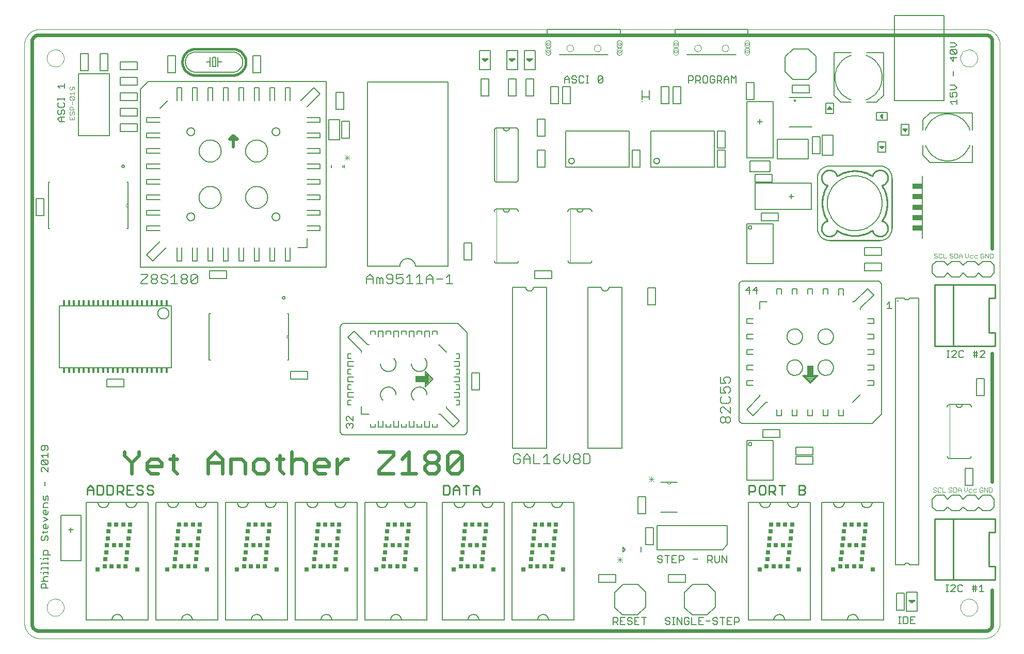
<source format=gto>
G75*
%MOIN*%
%OFA0B0*%
%FSLAX24Y24*%
%IPPOS*%
%LPD*%
%AMOC8*
5,1,8,0,0,1.08239X$1,22.5*
%
%ADD10C,0.0000*%
%ADD11C,0.0240*%
%ADD12C,0.0100*%
%ADD13C,0.0080*%
%ADD14C,0.0060*%
%ADD15C,0.0220*%
%ADD16C,0.0030*%
%ADD17C,0.0200*%
%ADD18C,0.0050*%
%ADD19R,0.0177X0.0354*%
%ADD20C,0.0160*%
%ADD21C,0.0020*%
%ADD22R,0.0400X0.0750*%
%ADD23R,0.0700X0.0150*%
%ADD24R,0.0500X0.0100*%
%ADD25R,0.0300X0.0100*%
%ADD26R,0.0100X0.0100*%
%ADD27R,0.0100X0.0050*%
%ADD28R,0.0050X0.0050*%
%ADD29R,0.0750X0.0400*%
%ADD30R,0.0150X0.0700*%
%ADD31R,0.0100X0.0500*%
%ADD32R,0.0100X0.0300*%
%ADD33R,0.0050X0.0100*%
%ADD34R,0.0250X0.0250*%
%ADD35C,0.0070*%
%ADD36C,0.0177*%
%ADD37R,0.0660X0.0380*%
%ADD38C,0.0010*%
%ADD39C,0.0008*%
%ADD40C,0.0040*%
%ADD41C,0.0077*%
D10*
X000350Y001350D02*
X000350Y038720D01*
X000352Y038780D01*
X000357Y038841D01*
X000366Y038900D01*
X000379Y038959D01*
X000395Y039018D01*
X000415Y039075D01*
X000438Y039130D01*
X000465Y039185D01*
X000494Y039237D01*
X000527Y039288D01*
X000563Y039337D01*
X000601Y039383D01*
X000643Y039427D01*
X000687Y039469D01*
X000733Y039507D01*
X000782Y039543D01*
X000833Y039576D01*
X000885Y039605D01*
X000940Y039632D01*
X000995Y039655D01*
X001052Y039675D01*
X001111Y039691D01*
X001170Y039704D01*
X001229Y039713D01*
X001290Y039718D01*
X001350Y039720D01*
X062342Y039720D01*
X062402Y039718D01*
X062463Y039713D01*
X062522Y039704D01*
X062581Y039691D01*
X062640Y039675D01*
X062697Y039655D01*
X062752Y039632D01*
X062807Y039605D01*
X062859Y039576D01*
X062910Y039543D01*
X062959Y039507D01*
X063005Y039469D01*
X063049Y039427D01*
X063091Y039383D01*
X063129Y039337D01*
X063165Y039288D01*
X063198Y039237D01*
X063227Y039185D01*
X063254Y039130D01*
X063277Y039075D01*
X063297Y039018D01*
X063313Y038959D01*
X063326Y038900D01*
X063335Y038841D01*
X063340Y038780D01*
X063342Y038720D01*
X063342Y001350D01*
X063340Y001290D01*
X063335Y001229D01*
X063326Y001170D01*
X063313Y001111D01*
X063297Y001052D01*
X063277Y000995D01*
X063254Y000940D01*
X063227Y000885D01*
X063198Y000833D01*
X063165Y000782D01*
X063129Y000733D01*
X063091Y000687D01*
X063049Y000643D01*
X063005Y000601D01*
X062959Y000563D01*
X062910Y000527D01*
X062859Y000494D01*
X062807Y000465D01*
X062752Y000438D01*
X062697Y000415D01*
X062640Y000395D01*
X062581Y000379D01*
X062522Y000366D01*
X062463Y000357D01*
X062402Y000352D01*
X062342Y000350D01*
X001350Y000350D01*
X001290Y000352D01*
X001229Y000357D01*
X001170Y000366D01*
X001111Y000379D01*
X001052Y000395D01*
X000995Y000415D01*
X000940Y000438D01*
X000885Y000465D01*
X000833Y000494D01*
X000782Y000527D01*
X000733Y000563D01*
X000687Y000601D01*
X000643Y000643D01*
X000601Y000687D01*
X000563Y000733D01*
X000527Y000782D01*
X000494Y000833D01*
X000465Y000885D01*
X000438Y000940D01*
X000415Y000995D01*
X000395Y001052D01*
X000379Y001111D01*
X000366Y001170D01*
X000357Y001229D01*
X000352Y001290D01*
X000350Y001350D01*
X001799Y002350D02*
X001801Y002397D01*
X001807Y002443D01*
X001817Y002489D01*
X001830Y002534D01*
X001848Y002577D01*
X001869Y002619D01*
X001893Y002659D01*
X001921Y002696D01*
X001952Y002731D01*
X001986Y002764D01*
X002022Y002793D01*
X002061Y002819D01*
X002102Y002842D01*
X002145Y002861D01*
X002189Y002877D01*
X002234Y002889D01*
X002280Y002897D01*
X002327Y002901D01*
X002373Y002901D01*
X002420Y002897D01*
X002466Y002889D01*
X002511Y002877D01*
X002555Y002861D01*
X002598Y002842D01*
X002639Y002819D01*
X002678Y002793D01*
X002714Y002764D01*
X002748Y002731D01*
X002779Y002696D01*
X002807Y002659D01*
X002831Y002619D01*
X002852Y002577D01*
X002870Y002534D01*
X002883Y002489D01*
X002893Y002443D01*
X002899Y002397D01*
X002901Y002350D01*
X002899Y002303D01*
X002893Y002257D01*
X002883Y002211D01*
X002870Y002166D01*
X002852Y002123D01*
X002831Y002081D01*
X002807Y002041D01*
X002779Y002004D01*
X002748Y001969D01*
X002714Y001936D01*
X002678Y001907D01*
X002639Y001881D01*
X002598Y001858D01*
X002555Y001839D01*
X002511Y001823D01*
X002466Y001811D01*
X002420Y001803D01*
X002373Y001799D01*
X002327Y001799D01*
X002280Y001803D01*
X002234Y001811D01*
X002189Y001823D01*
X002145Y001839D01*
X002102Y001858D01*
X002061Y001881D01*
X002022Y001907D01*
X001986Y001936D01*
X001952Y001969D01*
X001921Y002004D01*
X001893Y002041D01*
X001869Y002081D01*
X001848Y002123D01*
X001830Y002166D01*
X001817Y002211D01*
X001807Y002257D01*
X001801Y002303D01*
X001799Y002350D01*
X017410Y019730D02*
X017389Y019732D01*
X017369Y019737D01*
X017350Y019746D01*
X017333Y019758D01*
X017318Y019773D01*
X017306Y019790D01*
X017297Y019809D01*
X017292Y019829D01*
X017290Y019850D01*
X017292Y019871D01*
X017297Y019891D01*
X017306Y019910D01*
X017318Y019927D01*
X017333Y019942D01*
X017350Y019954D01*
X017369Y019963D01*
X017389Y019968D01*
X017410Y019970D01*
X007035Y028230D02*
X007014Y028232D01*
X006994Y028237D01*
X006975Y028246D01*
X006958Y028258D01*
X006943Y028273D01*
X006931Y028290D01*
X006922Y028309D01*
X006917Y028329D01*
X006915Y028350D01*
X006917Y028371D01*
X006922Y028391D01*
X006931Y028410D01*
X006943Y028427D01*
X006958Y028442D01*
X006975Y028454D01*
X006994Y028463D01*
X007014Y028468D01*
X007035Y028470D01*
X001799Y037850D02*
X001801Y037897D01*
X001807Y037943D01*
X001817Y037989D01*
X001830Y038034D01*
X001848Y038077D01*
X001869Y038119D01*
X001893Y038159D01*
X001921Y038196D01*
X001952Y038231D01*
X001986Y038264D01*
X002022Y038293D01*
X002061Y038319D01*
X002102Y038342D01*
X002145Y038361D01*
X002189Y038377D01*
X002234Y038389D01*
X002280Y038397D01*
X002327Y038401D01*
X002373Y038401D01*
X002420Y038397D01*
X002466Y038389D01*
X002511Y038377D01*
X002555Y038361D01*
X002598Y038342D01*
X002639Y038319D01*
X002678Y038293D01*
X002714Y038264D01*
X002748Y038231D01*
X002779Y038196D01*
X002807Y038159D01*
X002831Y038119D01*
X002852Y038077D01*
X002870Y038034D01*
X002883Y037989D01*
X002893Y037943D01*
X002899Y037897D01*
X002901Y037850D01*
X002899Y037803D01*
X002893Y037757D01*
X002883Y037711D01*
X002870Y037666D01*
X002852Y037623D01*
X002831Y037581D01*
X002807Y037541D01*
X002779Y037504D01*
X002748Y037469D01*
X002714Y037436D01*
X002678Y037407D01*
X002639Y037381D01*
X002598Y037358D01*
X002555Y037339D01*
X002511Y037323D01*
X002466Y037311D01*
X002420Y037303D01*
X002373Y037299D01*
X002327Y037299D01*
X002280Y037303D01*
X002234Y037311D01*
X002189Y037323D01*
X002145Y037339D01*
X002102Y037358D01*
X002061Y037381D01*
X002022Y037407D01*
X001986Y037436D01*
X001952Y037469D01*
X001921Y037504D01*
X001893Y037541D01*
X001869Y037581D01*
X001848Y037623D01*
X001830Y037666D01*
X001817Y037711D01*
X001807Y037757D01*
X001801Y037803D01*
X001799Y037850D01*
X034015Y038209D02*
X034017Y038234D01*
X034023Y038258D01*
X034032Y038280D01*
X034045Y038301D01*
X034061Y038320D01*
X034080Y038336D01*
X034101Y038349D01*
X034123Y038358D01*
X034147Y038364D01*
X034172Y038366D01*
X034197Y038364D01*
X034221Y038358D01*
X034243Y038349D01*
X034264Y038336D01*
X034283Y038320D01*
X034299Y038301D01*
X034312Y038280D01*
X034321Y038258D01*
X034327Y038234D01*
X034329Y038209D01*
X034327Y038184D01*
X034321Y038160D01*
X034312Y038138D01*
X034299Y038117D01*
X034283Y038098D01*
X034264Y038082D01*
X034243Y038069D01*
X034221Y038060D01*
X034197Y038054D01*
X034172Y038052D01*
X034147Y038054D01*
X034123Y038060D01*
X034101Y038069D01*
X034080Y038082D01*
X034061Y038098D01*
X034045Y038117D01*
X034032Y038138D01*
X034023Y038160D01*
X034017Y038184D01*
X034015Y038209D01*
X034015Y038367D02*
X034017Y038392D01*
X034023Y038416D01*
X034032Y038438D01*
X034045Y038459D01*
X034061Y038478D01*
X034080Y038494D01*
X034101Y038507D01*
X034123Y038516D01*
X034147Y038522D01*
X034172Y038524D01*
X034197Y038522D01*
X034221Y038516D01*
X034243Y038507D01*
X034264Y038494D01*
X034283Y038478D01*
X034299Y038459D01*
X034312Y038438D01*
X034321Y038416D01*
X034327Y038392D01*
X034329Y038367D01*
X034327Y038342D01*
X034321Y038318D01*
X034312Y038296D01*
X034299Y038275D01*
X034283Y038256D01*
X034264Y038240D01*
X034243Y038227D01*
X034221Y038218D01*
X034197Y038212D01*
X034172Y038210D01*
X034147Y038212D01*
X034123Y038218D01*
X034101Y038227D01*
X034080Y038240D01*
X034061Y038256D01*
X034045Y038275D01*
X034032Y038296D01*
X034023Y038318D01*
X034017Y038342D01*
X034015Y038367D01*
X034015Y038682D02*
X034017Y038707D01*
X034023Y038731D01*
X034032Y038753D01*
X034045Y038774D01*
X034061Y038793D01*
X034080Y038809D01*
X034101Y038822D01*
X034123Y038831D01*
X034147Y038837D01*
X034172Y038839D01*
X034197Y038837D01*
X034221Y038831D01*
X034243Y038822D01*
X034264Y038809D01*
X034283Y038793D01*
X034299Y038774D01*
X034312Y038753D01*
X034321Y038731D01*
X034327Y038707D01*
X034329Y038682D01*
X034327Y038657D01*
X034321Y038633D01*
X034312Y038611D01*
X034299Y038590D01*
X034283Y038571D01*
X034264Y038555D01*
X034243Y038542D01*
X034221Y038533D01*
X034197Y038527D01*
X034172Y038525D01*
X034147Y038527D01*
X034123Y038533D01*
X034101Y038542D01*
X034080Y038555D01*
X034061Y038571D01*
X034045Y038590D01*
X034032Y038611D01*
X034023Y038633D01*
X034017Y038657D01*
X034015Y038682D01*
X034015Y038839D02*
X034017Y038864D01*
X034023Y038888D01*
X034032Y038910D01*
X034045Y038931D01*
X034061Y038950D01*
X034080Y038966D01*
X034101Y038979D01*
X034123Y038988D01*
X034147Y038994D01*
X034172Y038996D01*
X034197Y038994D01*
X034221Y038988D01*
X034243Y038979D01*
X034264Y038966D01*
X034283Y038950D01*
X034299Y038931D01*
X034312Y038910D01*
X034321Y038888D01*
X034327Y038864D01*
X034329Y038839D01*
X034327Y038814D01*
X034321Y038790D01*
X034312Y038768D01*
X034299Y038747D01*
X034283Y038728D01*
X034264Y038712D01*
X034243Y038699D01*
X034221Y038690D01*
X034197Y038684D01*
X034172Y038682D01*
X034147Y038684D01*
X034123Y038690D01*
X034101Y038699D01*
X034080Y038712D01*
X034061Y038728D01*
X034045Y038747D01*
X034032Y038768D01*
X034023Y038790D01*
X034017Y038814D01*
X034015Y038839D01*
X035372Y038497D02*
X035374Y038526D01*
X035380Y038554D01*
X035389Y038582D01*
X035402Y038608D01*
X035419Y038631D01*
X035438Y038653D01*
X035460Y038672D01*
X035485Y038687D01*
X035511Y038700D01*
X035539Y038708D01*
X035567Y038713D01*
X035596Y038714D01*
X035625Y038711D01*
X035653Y038704D01*
X035680Y038694D01*
X035706Y038680D01*
X035729Y038663D01*
X035750Y038643D01*
X035768Y038620D01*
X035783Y038595D01*
X035794Y038568D01*
X035802Y038540D01*
X035806Y038511D01*
X035806Y038483D01*
X035802Y038454D01*
X035794Y038426D01*
X035783Y038399D01*
X035768Y038374D01*
X035750Y038351D01*
X035729Y038331D01*
X035706Y038314D01*
X035680Y038300D01*
X035653Y038290D01*
X035625Y038283D01*
X035596Y038280D01*
X035567Y038281D01*
X035539Y038286D01*
X035511Y038294D01*
X035485Y038307D01*
X035460Y038322D01*
X035438Y038341D01*
X035419Y038363D01*
X035402Y038386D01*
X035389Y038412D01*
X035380Y038440D01*
X035374Y038468D01*
X035372Y038497D01*
X037144Y038497D02*
X037146Y038526D01*
X037152Y038554D01*
X037161Y038582D01*
X037174Y038608D01*
X037191Y038631D01*
X037210Y038653D01*
X037232Y038672D01*
X037257Y038687D01*
X037283Y038700D01*
X037311Y038708D01*
X037339Y038713D01*
X037368Y038714D01*
X037397Y038711D01*
X037425Y038704D01*
X037452Y038694D01*
X037478Y038680D01*
X037501Y038663D01*
X037522Y038643D01*
X037540Y038620D01*
X037555Y038595D01*
X037566Y038568D01*
X037574Y038540D01*
X037578Y038511D01*
X037578Y038483D01*
X037574Y038454D01*
X037566Y038426D01*
X037555Y038399D01*
X037540Y038374D01*
X037522Y038351D01*
X037501Y038331D01*
X037478Y038314D01*
X037452Y038300D01*
X037425Y038290D01*
X037397Y038283D01*
X037368Y038280D01*
X037339Y038281D01*
X037311Y038286D01*
X037283Y038294D01*
X037257Y038307D01*
X037232Y038322D01*
X037210Y038341D01*
X037191Y038363D01*
X037174Y038386D01*
X037161Y038412D01*
X037152Y038440D01*
X037146Y038468D01*
X037144Y038497D01*
X038621Y038367D02*
X038623Y038392D01*
X038629Y038416D01*
X038638Y038438D01*
X038651Y038459D01*
X038667Y038478D01*
X038686Y038494D01*
X038707Y038507D01*
X038729Y038516D01*
X038753Y038522D01*
X038778Y038524D01*
X038803Y038522D01*
X038827Y038516D01*
X038849Y038507D01*
X038870Y038494D01*
X038889Y038478D01*
X038905Y038459D01*
X038918Y038438D01*
X038927Y038416D01*
X038933Y038392D01*
X038935Y038367D01*
X038933Y038342D01*
X038927Y038318D01*
X038918Y038296D01*
X038905Y038275D01*
X038889Y038256D01*
X038870Y038240D01*
X038849Y038227D01*
X038827Y038218D01*
X038803Y038212D01*
X038778Y038210D01*
X038753Y038212D01*
X038729Y038218D01*
X038707Y038227D01*
X038686Y038240D01*
X038667Y038256D01*
X038651Y038275D01*
X038638Y038296D01*
X038629Y038318D01*
X038623Y038342D01*
X038621Y038367D01*
X038621Y038209D02*
X038623Y038234D01*
X038629Y038258D01*
X038638Y038280D01*
X038651Y038301D01*
X038667Y038320D01*
X038686Y038336D01*
X038707Y038349D01*
X038729Y038358D01*
X038753Y038364D01*
X038778Y038366D01*
X038803Y038364D01*
X038827Y038358D01*
X038849Y038349D01*
X038870Y038336D01*
X038889Y038320D01*
X038905Y038301D01*
X038918Y038280D01*
X038927Y038258D01*
X038933Y038234D01*
X038935Y038209D01*
X038933Y038184D01*
X038927Y038160D01*
X038918Y038138D01*
X038905Y038117D01*
X038889Y038098D01*
X038870Y038082D01*
X038849Y038069D01*
X038827Y038060D01*
X038803Y038054D01*
X038778Y038052D01*
X038753Y038054D01*
X038729Y038060D01*
X038707Y038069D01*
X038686Y038082D01*
X038667Y038098D01*
X038651Y038117D01*
X038638Y038138D01*
X038629Y038160D01*
X038623Y038184D01*
X038621Y038209D01*
X038621Y038682D02*
X038623Y038707D01*
X038629Y038731D01*
X038638Y038753D01*
X038651Y038774D01*
X038667Y038793D01*
X038686Y038809D01*
X038707Y038822D01*
X038729Y038831D01*
X038753Y038837D01*
X038778Y038839D01*
X038803Y038837D01*
X038827Y038831D01*
X038849Y038822D01*
X038870Y038809D01*
X038889Y038793D01*
X038905Y038774D01*
X038918Y038753D01*
X038927Y038731D01*
X038933Y038707D01*
X038935Y038682D01*
X038933Y038657D01*
X038927Y038633D01*
X038918Y038611D01*
X038905Y038590D01*
X038889Y038571D01*
X038870Y038555D01*
X038849Y038542D01*
X038827Y038533D01*
X038803Y038527D01*
X038778Y038525D01*
X038753Y038527D01*
X038729Y038533D01*
X038707Y038542D01*
X038686Y038555D01*
X038667Y038571D01*
X038651Y038590D01*
X038638Y038611D01*
X038629Y038633D01*
X038623Y038657D01*
X038621Y038682D01*
X038621Y038839D02*
X038623Y038864D01*
X038629Y038888D01*
X038638Y038910D01*
X038651Y038931D01*
X038667Y038950D01*
X038686Y038966D01*
X038707Y038979D01*
X038729Y038988D01*
X038753Y038994D01*
X038778Y038996D01*
X038803Y038994D01*
X038827Y038988D01*
X038849Y038979D01*
X038870Y038966D01*
X038889Y038950D01*
X038905Y038931D01*
X038918Y038910D01*
X038927Y038888D01*
X038933Y038864D01*
X038935Y038839D01*
X038933Y038814D01*
X038927Y038790D01*
X038918Y038768D01*
X038905Y038747D01*
X038889Y038728D01*
X038870Y038712D01*
X038849Y038699D01*
X038827Y038690D01*
X038803Y038684D01*
X038778Y038682D01*
X038753Y038684D01*
X038729Y038690D01*
X038707Y038699D01*
X038686Y038712D01*
X038667Y038728D01*
X038651Y038747D01*
X038638Y038768D01*
X038629Y038790D01*
X038623Y038814D01*
X038621Y038839D01*
X042265Y038839D02*
X042267Y038864D01*
X042273Y038888D01*
X042282Y038910D01*
X042295Y038931D01*
X042311Y038950D01*
X042330Y038966D01*
X042351Y038979D01*
X042373Y038988D01*
X042397Y038994D01*
X042422Y038996D01*
X042447Y038994D01*
X042471Y038988D01*
X042493Y038979D01*
X042514Y038966D01*
X042533Y038950D01*
X042549Y038931D01*
X042562Y038910D01*
X042571Y038888D01*
X042577Y038864D01*
X042579Y038839D01*
X042577Y038814D01*
X042571Y038790D01*
X042562Y038768D01*
X042549Y038747D01*
X042533Y038728D01*
X042514Y038712D01*
X042493Y038699D01*
X042471Y038690D01*
X042447Y038684D01*
X042422Y038682D01*
X042397Y038684D01*
X042373Y038690D01*
X042351Y038699D01*
X042330Y038712D01*
X042311Y038728D01*
X042295Y038747D01*
X042282Y038768D01*
X042273Y038790D01*
X042267Y038814D01*
X042265Y038839D01*
X042265Y038682D02*
X042267Y038707D01*
X042273Y038731D01*
X042282Y038753D01*
X042295Y038774D01*
X042311Y038793D01*
X042330Y038809D01*
X042351Y038822D01*
X042373Y038831D01*
X042397Y038837D01*
X042422Y038839D01*
X042447Y038837D01*
X042471Y038831D01*
X042493Y038822D01*
X042514Y038809D01*
X042533Y038793D01*
X042549Y038774D01*
X042562Y038753D01*
X042571Y038731D01*
X042577Y038707D01*
X042579Y038682D01*
X042577Y038657D01*
X042571Y038633D01*
X042562Y038611D01*
X042549Y038590D01*
X042533Y038571D01*
X042514Y038555D01*
X042493Y038542D01*
X042471Y038533D01*
X042447Y038527D01*
X042422Y038525D01*
X042397Y038527D01*
X042373Y038533D01*
X042351Y038542D01*
X042330Y038555D01*
X042311Y038571D01*
X042295Y038590D01*
X042282Y038611D01*
X042273Y038633D01*
X042267Y038657D01*
X042265Y038682D01*
X042265Y038367D02*
X042267Y038392D01*
X042273Y038416D01*
X042282Y038438D01*
X042295Y038459D01*
X042311Y038478D01*
X042330Y038494D01*
X042351Y038507D01*
X042373Y038516D01*
X042397Y038522D01*
X042422Y038524D01*
X042447Y038522D01*
X042471Y038516D01*
X042493Y038507D01*
X042514Y038494D01*
X042533Y038478D01*
X042549Y038459D01*
X042562Y038438D01*
X042571Y038416D01*
X042577Y038392D01*
X042579Y038367D01*
X042577Y038342D01*
X042571Y038318D01*
X042562Y038296D01*
X042549Y038275D01*
X042533Y038256D01*
X042514Y038240D01*
X042493Y038227D01*
X042471Y038218D01*
X042447Y038212D01*
X042422Y038210D01*
X042397Y038212D01*
X042373Y038218D01*
X042351Y038227D01*
X042330Y038240D01*
X042311Y038256D01*
X042295Y038275D01*
X042282Y038296D01*
X042273Y038318D01*
X042267Y038342D01*
X042265Y038367D01*
X042265Y038209D02*
X042267Y038234D01*
X042273Y038258D01*
X042282Y038280D01*
X042295Y038301D01*
X042311Y038320D01*
X042330Y038336D01*
X042351Y038349D01*
X042373Y038358D01*
X042397Y038364D01*
X042422Y038366D01*
X042447Y038364D01*
X042471Y038358D01*
X042493Y038349D01*
X042514Y038336D01*
X042533Y038320D01*
X042549Y038301D01*
X042562Y038280D01*
X042571Y038258D01*
X042577Y038234D01*
X042579Y038209D01*
X042577Y038184D01*
X042571Y038160D01*
X042562Y038138D01*
X042549Y038117D01*
X042533Y038098D01*
X042514Y038082D01*
X042493Y038069D01*
X042471Y038060D01*
X042447Y038054D01*
X042422Y038052D01*
X042397Y038054D01*
X042373Y038060D01*
X042351Y038069D01*
X042330Y038082D01*
X042311Y038098D01*
X042295Y038117D01*
X042282Y038138D01*
X042273Y038160D01*
X042267Y038184D01*
X042265Y038209D01*
X043622Y038497D02*
X043624Y038526D01*
X043630Y038554D01*
X043639Y038582D01*
X043652Y038608D01*
X043669Y038631D01*
X043688Y038653D01*
X043710Y038672D01*
X043735Y038687D01*
X043761Y038700D01*
X043789Y038708D01*
X043817Y038713D01*
X043846Y038714D01*
X043875Y038711D01*
X043903Y038704D01*
X043930Y038694D01*
X043956Y038680D01*
X043979Y038663D01*
X044000Y038643D01*
X044018Y038620D01*
X044033Y038595D01*
X044044Y038568D01*
X044052Y038540D01*
X044056Y038511D01*
X044056Y038483D01*
X044052Y038454D01*
X044044Y038426D01*
X044033Y038399D01*
X044018Y038374D01*
X044000Y038351D01*
X043979Y038331D01*
X043956Y038314D01*
X043930Y038300D01*
X043903Y038290D01*
X043875Y038283D01*
X043846Y038280D01*
X043817Y038281D01*
X043789Y038286D01*
X043761Y038294D01*
X043735Y038307D01*
X043710Y038322D01*
X043688Y038341D01*
X043669Y038363D01*
X043652Y038386D01*
X043639Y038412D01*
X043630Y038440D01*
X043624Y038468D01*
X043622Y038497D01*
X045394Y038497D02*
X045396Y038526D01*
X045402Y038554D01*
X045411Y038582D01*
X045424Y038608D01*
X045441Y038631D01*
X045460Y038653D01*
X045482Y038672D01*
X045507Y038687D01*
X045533Y038700D01*
X045561Y038708D01*
X045589Y038713D01*
X045618Y038714D01*
X045647Y038711D01*
X045675Y038704D01*
X045702Y038694D01*
X045728Y038680D01*
X045751Y038663D01*
X045772Y038643D01*
X045790Y038620D01*
X045805Y038595D01*
X045816Y038568D01*
X045824Y038540D01*
X045828Y038511D01*
X045828Y038483D01*
X045824Y038454D01*
X045816Y038426D01*
X045805Y038399D01*
X045790Y038374D01*
X045772Y038351D01*
X045751Y038331D01*
X045728Y038314D01*
X045702Y038300D01*
X045675Y038290D01*
X045647Y038283D01*
X045618Y038280D01*
X045589Y038281D01*
X045561Y038286D01*
X045533Y038294D01*
X045507Y038307D01*
X045482Y038322D01*
X045460Y038341D01*
X045441Y038363D01*
X045424Y038386D01*
X045411Y038412D01*
X045402Y038440D01*
X045396Y038468D01*
X045394Y038497D01*
X046871Y038367D02*
X046873Y038392D01*
X046879Y038416D01*
X046888Y038438D01*
X046901Y038459D01*
X046917Y038478D01*
X046936Y038494D01*
X046957Y038507D01*
X046979Y038516D01*
X047003Y038522D01*
X047028Y038524D01*
X047053Y038522D01*
X047077Y038516D01*
X047099Y038507D01*
X047120Y038494D01*
X047139Y038478D01*
X047155Y038459D01*
X047168Y038438D01*
X047177Y038416D01*
X047183Y038392D01*
X047185Y038367D01*
X047183Y038342D01*
X047177Y038318D01*
X047168Y038296D01*
X047155Y038275D01*
X047139Y038256D01*
X047120Y038240D01*
X047099Y038227D01*
X047077Y038218D01*
X047053Y038212D01*
X047028Y038210D01*
X047003Y038212D01*
X046979Y038218D01*
X046957Y038227D01*
X046936Y038240D01*
X046917Y038256D01*
X046901Y038275D01*
X046888Y038296D01*
X046879Y038318D01*
X046873Y038342D01*
X046871Y038367D01*
X046871Y038209D02*
X046873Y038234D01*
X046879Y038258D01*
X046888Y038280D01*
X046901Y038301D01*
X046917Y038320D01*
X046936Y038336D01*
X046957Y038349D01*
X046979Y038358D01*
X047003Y038364D01*
X047028Y038366D01*
X047053Y038364D01*
X047077Y038358D01*
X047099Y038349D01*
X047120Y038336D01*
X047139Y038320D01*
X047155Y038301D01*
X047168Y038280D01*
X047177Y038258D01*
X047183Y038234D01*
X047185Y038209D01*
X047183Y038184D01*
X047177Y038160D01*
X047168Y038138D01*
X047155Y038117D01*
X047139Y038098D01*
X047120Y038082D01*
X047099Y038069D01*
X047077Y038060D01*
X047053Y038054D01*
X047028Y038052D01*
X047003Y038054D01*
X046979Y038060D01*
X046957Y038069D01*
X046936Y038082D01*
X046917Y038098D01*
X046901Y038117D01*
X046888Y038138D01*
X046879Y038160D01*
X046873Y038184D01*
X046871Y038209D01*
X046871Y038682D02*
X046873Y038707D01*
X046879Y038731D01*
X046888Y038753D01*
X046901Y038774D01*
X046917Y038793D01*
X046936Y038809D01*
X046957Y038822D01*
X046979Y038831D01*
X047003Y038837D01*
X047028Y038839D01*
X047053Y038837D01*
X047077Y038831D01*
X047099Y038822D01*
X047120Y038809D01*
X047139Y038793D01*
X047155Y038774D01*
X047168Y038753D01*
X047177Y038731D01*
X047183Y038707D01*
X047185Y038682D01*
X047183Y038657D01*
X047177Y038633D01*
X047168Y038611D01*
X047155Y038590D01*
X047139Y038571D01*
X047120Y038555D01*
X047099Y038542D01*
X047077Y038533D01*
X047053Y038527D01*
X047028Y038525D01*
X047003Y038527D01*
X046979Y038533D01*
X046957Y038542D01*
X046936Y038555D01*
X046917Y038571D01*
X046901Y038590D01*
X046888Y038611D01*
X046879Y038633D01*
X046873Y038657D01*
X046871Y038682D01*
X046871Y038839D02*
X046873Y038864D01*
X046879Y038888D01*
X046888Y038910D01*
X046901Y038931D01*
X046917Y038950D01*
X046936Y038966D01*
X046957Y038979D01*
X046979Y038988D01*
X047003Y038994D01*
X047028Y038996D01*
X047053Y038994D01*
X047077Y038988D01*
X047099Y038979D01*
X047120Y038966D01*
X047139Y038950D01*
X047155Y038931D01*
X047168Y038910D01*
X047177Y038888D01*
X047183Y038864D01*
X047185Y038839D01*
X047183Y038814D01*
X047177Y038790D01*
X047168Y038768D01*
X047155Y038747D01*
X047139Y038728D01*
X047120Y038712D01*
X047099Y038699D01*
X047077Y038690D01*
X047053Y038684D01*
X047028Y038682D01*
X047003Y038684D01*
X046979Y038690D01*
X046957Y038699D01*
X046936Y038712D01*
X046917Y038728D01*
X046901Y038747D01*
X046888Y038768D01*
X046879Y038790D01*
X046873Y038814D01*
X046871Y038839D01*
X052341Y030896D02*
X055609Y030896D01*
X051554Y030109D02*
X051554Y026841D01*
X052341Y026054D02*
X055609Y026054D01*
X060799Y037850D02*
X060801Y037897D01*
X060807Y037943D01*
X060817Y037989D01*
X060830Y038034D01*
X060848Y038077D01*
X060869Y038119D01*
X060893Y038159D01*
X060921Y038196D01*
X060952Y038231D01*
X060986Y038264D01*
X061022Y038293D01*
X061061Y038319D01*
X061102Y038342D01*
X061145Y038361D01*
X061189Y038377D01*
X061234Y038389D01*
X061280Y038397D01*
X061327Y038401D01*
X061373Y038401D01*
X061420Y038397D01*
X061466Y038389D01*
X061511Y038377D01*
X061555Y038361D01*
X061598Y038342D01*
X061639Y038319D01*
X061678Y038293D01*
X061714Y038264D01*
X061748Y038231D01*
X061779Y038196D01*
X061807Y038159D01*
X061831Y038119D01*
X061852Y038077D01*
X061870Y038034D01*
X061883Y037989D01*
X061893Y037943D01*
X061899Y037897D01*
X061901Y037850D01*
X061899Y037803D01*
X061893Y037757D01*
X061883Y037711D01*
X061870Y037666D01*
X061852Y037623D01*
X061831Y037581D01*
X061807Y037541D01*
X061779Y037504D01*
X061748Y037469D01*
X061714Y037436D01*
X061678Y037407D01*
X061639Y037381D01*
X061598Y037358D01*
X061555Y037339D01*
X061511Y037323D01*
X061466Y037311D01*
X061420Y037303D01*
X061373Y037299D01*
X061327Y037299D01*
X061280Y037303D01*
X061234Y037311D01*
X061189Y037323D01*
X061145Y037339D01*
X061102Y037358D01*
X061061Y037381D01*
X061022Y037407D01*
X060986Y037436D01*
X060952Y037469D01*
X060921Y037504D01*
X060893Y037541D01*
X060869Y037581D01*
X060848Y037623D01*
X060830Y037666D01*
X060817Y037711D01*
X060807Y037757D01*
X060801Y037803D01*
X060799Y037850D01*
X042095Y010455D02*
X042093Y010434D01*
X042088Y010414D01*
X042079Y010395D01*
X042067Y010378D01*
X042052Y010363D01*
X042035Y010351D01*
X042016Y010342D01*
X041996Y010337D01*
X041975Y010335D01*
X041954Y010337D01*
X041934Y010342D01*
X041915Y010351D01*
X041898Y010363D01*
X041883Y010378D01*
X041871Y010395D01*
X041862Y010414D01*
X041857Y010434D01*
X041855Y010455D01*
X060799Y002350D02*
X060801Y002397D01*
X060807Y002443D01*
X060817Y002489D01*
X060830Y002534D01*
X060848Y002577D01*
X060869Y002619D01*
X060893Y002659D01*
X060921Y002696D01*
X060952Y002731D01*
X060986Y002764D01*
X061022Y002793D01*
X061061Y002819D01*
X061102Y002842D01*
X061145Y002861D01*
X061189Y002877D01*
X061234Y002889D01*
X061280Y002897D01*
X061327Y002901D01*
X061373Y002901D01*
X061420Y002897D01*
X061466Y002889D01*
X061511Y002877D01*
X061555Y002861D01*
X061598Y002842D01*
X061639Y002819D01*
X061678Y002793D01*
X061714Y002764D01*
X061748Y002731D01*
X061779Y002696D01*
X061807Y002659D01*
X061831Y002619D01*
X061852Y002577D01*
X061870Y002534D01*
X061883Y002489D01*
X061893Y002443D01*
X061899Y002397D01*
X061901Y002350D01*
X061899Y002303D01*
X061893Y002257D01*
X061883Y002211D01*
X061870Y002166D01*
X061852Y002123D01*
X061831Y002081D01*
X061807Y002041D01*
X061779Y002004D01*
X061748Y001969D01*
X061714Y001936D01*
X061678Y001907D01*
X061639Y001881D01*
X061598Y001858D01*
X061555Y001839D01*
X061511Y001823D01*
X061466Y001811D01*
X061420Y001803D01*
X061373Y001799D01*
X061327Y001799D01*
X061280Y001803D01*
X061234Y001811D01*
X061189Y001823D01*
X061145Y001839D01*
X061102Y001858D01*
X061061Y001881D01*
X061022Y001907D01*
X060986Y001936D01*
X060952Y001969D01*
X060921Y002004D01*
X060893Y002041D01*
X060869Y002081D01*
X060848Y002123D01*
X060830Y002166D01*
X060817Y002211D01*
X060807Y002257D01*
X060801Y002303D01*
X060799Y002350D01*
D11*
X062456Y000850D02*
X001244Y000850D01*
X001205Y000852D01*
X001167Y000858D01*
X001130Y000867D01*
X001093Y000880D01*
X001058Y000897D01*
X001025Y000916D01*
X000994Y000939D01*
X000965Y000965D01*
X000939Y000994D01*
X000916Y001025D01*
X000897Y001058D01*
X000880Y001093D01*
X000867Y001130D01*
X000858Y001167D01*
X000852Y001205D01*
X000850Y001244D01*
X000850Y038956D01*
X000852Y038995D01*
X000858Y039033D01*
X000867Y039070D01*
X000880Y039107D01*
X000897Y039142D01*
X000916Y039175D01*
X000939Y039206D01*
X000965Y039235D01*
X000994Y039261D01*
X001025Y039284D01*
X001058Y039303D01*
X001093Y039320D01*
X001130Y039333D01*
X001167Y039342D01*
X001205Y039348D01*
X001244Y039350D01*
X062456Y039350D01*
X062495Y039348D01*
X062533Y039342D01*
X062570Y039333D01*
X062607Y039320D01*
X062642Y039303D01*
X062675Y039284D01*
X062706Y039261D01*
X062735Y039235D01*
X062761Y039206D01*
X062784Y039175D01*
X062803Y039142D01*
X062820Y039107D01*
X062833Y039070D01*
X062842Y039033D01*
X062848Y038995D01*
X062850Y038956D01*
X062850Y025538D01*
X062850Y018769D02*
X062850Y010475D01*
X062850Y003475D02*
X062850Y001244D01*
X062848Y001205D01*
X062842Y001167D01*
X062833Y001130D01*
X062820Y001093D01*
X062803Y001058D01*
X062784Y001025D01*
X062761Y000994D01*
X062735Y000965D01*
X062706Y000939D01*
X062675Y000916D01*
X062642Y000897D01*
X062607Y000880D01*
X062570Y000867D01*
X062533Y000858D01*
X062495Y000852D01*
X062456Y000850D01*
D12*
X063032Y004131D02*
X060355Y004131D01*
X060355Y008069D01*
X059134Y008069D01*
X059134Y004131D01*
X060355Y004131D01*
X062638Y004998D02*
X063032Y004998D01*
X063032Y004131D01*
X062638Y004998D02*
X062638Y007202D01*
X063032Y007202D01*
X063032Y008069D01*
X060355Y008069D01*
X050773Y009750D02*
X050673Y009650D01*
X050373Y009650D01*
X050373Y010251D01*
X050673Y010251D01*
X050773Y010150D01*
X050773Y010050D01*
X050673Y009950D01*
X050373Y009950D01*
X050673Y009950D02*
X050773Y009850D01*
X050773Y009750D01*
X049484Y010251D02*
X049084Y010251D01*
X049284Y010251D02*
X049284Y009650D01*
X048839Y009650D02*
X048639Y009850D01*
X048739Y009850D02*
X048439Y009850D01*
X048439Y009650D02*
X048439Y010251D01*
X048739Y010251D01*
X048839Y010150D01*
X048839Y009950D01*
X048739Y009850D01*
X048195Y009750D02*
X048195Y010150D01*
X048095Y010251D01*
X047895Y010251D01*
X047795Y010150D01*
X047795Y009750D01*
X047895Y009650D01*
X048095Y009650D01*
X048195Y009750D01*
X047550Y009950D02*
X047550Y010150D01*
X047450Y010251D01*
X047150Y010251D01*
X047150Y009650D01*
X047150Y009850D02*
X047450Y009850D01*
X047550Y009950D01*
X059134Y019256D02*
X059134Y023194D01*
X060355Y023194D01*
X060355Y019256D01*
X063032Y019256D01*
X063032Y020123D01*
X062638Y020123D01*
X062638Y022327D01*
X063032Y022327D01*
X063032Y023194D01*
X060355Y023194D01*
X060355Y019256D02*
X059134Y019256D01*
X029734Y010050D02*
X029734Y009650D01*
X029734Y009950D02*
X029334Y009950D01*
X029334Y010050D02*
X029334Y009650D01*
X029334Y010050D02*
X029534Y010251D01*
X029734Y010050D01*
X029089Y010251D02*
X028689Y010251D01*
X028889Y010251D02*
X028889Y009650D01*
X028445Y009650D02*
X028445Y010050D01*
X028245Y010251D01*
X028045Y010050D01*
X028045Y009650D01*
X027800Y009750D02*
X027800Y010150D01*
X027700Y010251D01*
X027400Y010251D01*
X027400Y009650D01*
X027700Y009650D01*
X027800Y009750D01*
X028045Y009950D02*
X028445Y009950D01*
X008668Y009850D02*
X008668Y009750D01*
X008568Y009650D01*
X008367Y009650D01*
X008267Y009750D01*
X008367Y009950D02*
X008267Y010050D01*
X008267Y010150D01*
X008367Y010251D01*
X008568Y010251D01*
X008668Y010150D01*
X008568Y009950D02*
X008668Y009850D01*
X008568Y009950D02*
X008367Y009950D01*
X008023Y009850D02*
X008023Y009750D01*
X007923Y009650D01*
X007723Y009650D01*
X007623Y009750D01*
X007723Y009950D02*
X007623Y010050D01*
X007623Y010150D01*
X007723Y010251D01*
X007923Y010251D01*
X008023Y010150D01*
X007923Y009950D02*
X008023Y009850D01*
X007923Y009950D02*
X007723Y009950D01*
X007379Y009650D02*
X006978Y009650D01*
X006978Y010251D01*
X007379Y010251D01*
X007178Y009950D02*
X006978Y009950D01*
X006734Y009950D02*
X006634Y009850D01*
X006334Y009850D01*
X006534Y009850D02*
X006734Y009650D01*
X006734Y009950D02*
X006734Y010150D01*
X006634Y010251D01*
X006334Y010251D01*
X006334Y009650D01*
X006089Y009750D02*
X006089Y010150D01*
X005989Y010251D01*
X005689Y010251D01*
X005689Y009650D01*
X005989Y009650D01*
X006089Y009750D01*
X005445Y009750D02*
X005445Y010150D01*
X005345Y010251D01*
X005045Y010251D01*
X005045Y009650D01*
X005345Y009650D01*
X005445Y009750D01*
X004800Y009650D02*
X004800Y010050D01*
X004600Y010251D01*
X004400Y010050D01*
X004400Y009650D01*
X004400Y009950D02*
X004800Y009950D01*
D13*
X007890Y023265D02*
X008304Y023265D01*
X008535Y023368D02*
X008535Y023472D01*
X008638Y023575D01*
X008845Y023575D01*
X008948Y023472D01*
X008948Y023368D01*
X008845Y023265D01*
X008638Y023265D01*
X008535Y023368D01*
X008638Y023575D02*
X008535Y023679D01*
X008535Y023782D01*
X008638Y023886D01*
X008845Y023886D01*
X008948Y023782D01*
X008948Y023679D01*
X008845Y023575D01*
X009179Y023679D02*
X009179Y023782D01*
X009283Y023886D01*
X009489Y023886D01*
X009593Y023782D01*
X009489Y023575D02*
X009593Y023472D01*
X009593Y023368D01*
X009489Y023265D01*
X009283Y023265D01*
X009179Y023368D01*
X009283Y023575D02*
X009489Y023575D01*
X009283Y023575D02*
X009179Y023679D01*
X009824Y023679D02*
X010030Y023886D01*
X010030Y023265D01*
X009824Y023265D02*
X010237Y023265D01*
X010468Y023368D02*
X010468Y023472D01*
X010572Y023575D01*
X010778Y023575D01*
X010882Y023472D01*
X010882Y023368D01*
X010778Y023265D01*
X010572Y023265D01*
X010468Y023368D01*
X010572Y023575D02*
X010468Y023679D01*
X010468Y023782D01*
X010572Y023886D01*
X010778Y023886D01*
X010882Y023782D01*
X010882Y023679D01*
X010778Y023575D01*
X011113Y023368D02*
X011113Y023782D01*
X011216Y023886D01*
X011423Y023886D01*
X011526Y023782D01*
X011113Y023368D01*
X011216Y023265D01*
X011423Y023265D01*
X011526Y023368D01*
X011526Y023782D01*
X008304Y023782D02*
X007890Y023368D01*
X007890Y023265D01*
X007890Y023886D02*
X008304Y023886D01*
X008304Y023782D01*
X022453Y023679D02*
X022659Y023886D01*
X022866Y023679D01*
X022866Y023265D01*
X023097Y023265D02*
X023097Y023679D01*
X023200Y023679D01*
X023304Y023575D01*
X023407Y023679D01*
X023511Y023575D01*
X023511Y023265D01*
X023304Y023265D02*
X023304Y023575D01*
X022866Y023575D02*
X022453Y023575D01*
X022453Y023679D02*
X022453Y023265D01*
X023742Y023368D02*
X023845Y023265D01*
X024052Y023265D01*
X024155Y023368D01*
X024155Y023782D01*
X024052Y023886D01*
X023845Y023886D01*
X023742Y023782D01*
X023742Y023679D01*
X023845Y023575D01*
X024155Y023575D01*
X024386Y023575D02*
X024386Y023886D01*
X024800Y023886D01*
X024696Y023679D02*
X024800Y023575D01*
X024800Y023368D01*
X024696Y023265D01*
X024490Y023265D01*
X024386Y023368D01*
X024386Y023575D02*
X024593Y023679D01*
X024696Y023679D01*
X025031Y023679D02*
X025238Y023886D01*
X025238Y023265D01*
X025444Y023265D02*
X025031Y023265D01*
X025675Y023265D02*
X026089Y023265D01*
X025882Y023265D02*
X025882Y023886D01*
X025675Y023679D01*
X026320Y023679D02*
X026527Y023886D01*
X026733Y023679D01*
X026733Y023265D01*
X026733Y023575D02*
X026320Y023575D01*
X026320Y023679D02*
X026320Y023265D01*
X026964Y023575D02*
X027378Y023575D01*
X027609Y023679D02*
X027816Y023886D01*
X027816Y023265D01*
X027609Y023265D02*
X028023Y023265D01*
X032056Y012261D02*
X031953Y012157D01*
X031953Y011743D01*
X032056Y011640D01*
X032263Y011640D01*
X032366Y011743D01*
X032366Y011950D01*
X032159Y011950D01*
X032366Y012157D02*
X032263Y012261D01*
X032056Y012261D01*
X032597Y012054D02*
X032597Y011640D01*
X032597Y011950D02*
X033011Y011950D01*
X033011Y012054D02*
X033011Y011640D01*
X033242Y011640D02*
X033242Y012261D01*
X033011Y012054D02*
X032804Y012261D01*
X032597Y012054D01*
X033242Y011640D02*
X033655Y011640D01*
X033886Y011640D02*
X034300Y011640D01*
X034093Y011640D02*
X034093Y012261D01*
X033886Y012054D01*
X034531Y011950D02*
X034531Y011743D01*
X034634Y011640D01*
X034841Y011640D01*
X034944Y011743D01*
X034944Y011847D01*
X034841Y011950D01*
X034531Y011950D01*
X034738Y012157D01*
X034944Y012261D01*
X035175Y012261D02*
X035175Y011847D01*
X035382Y011640D01*
X035589Y011847D01*
X035589Y012261D01*
X035820Y012157D02*
X035820Y012054D01*
X035923Y011950D01*
X036130Y011950D01*
X036233Y011847D01*
X036233Y011743D01*
X036130Y011640D01*
X035923Y011640D01*
X035820Y011743D01*
X035820Y011847D01*
X035923Y011950D01*
X036130Y011950D02*
X036233Y012054D01*
X036233Y012157D01*
X036130Y012261D01*
X035923Y012261D01*
X035820Y012157D01*
X036464Y012261D02*
X036464Y011640D01*
X036775Y011640D01*
X036878Y011743D01*
X036878Y012157D01*
X036775Y012261D01*
X036464Y012261D01*
X045314Y014368D02*
X045314Y014575D01*
X045418Y014679D01*
X045521Y014679D01*
X045625Y014575D01*
X045625Y014368D01*
X045521Y014265D01*
X045418Y014265D01*
X045314Y014368D01*
X045625Y014368D02*
X045728Y014265D01*
X045832Y014265D01*
X045935Y014368D01*
X045935Y014575D01*
X045832Y014679D01*
X045728Y014679D01*
X045625Y014575D01*
X045418Y014910D02*
X045314Y015013D01*
X045314Y015220D01*
X045418Y015323D01*
X045521Y015323D01*
X045935Y014910D01*
X045935Y015323D01*
X045832Y015554D02*
X045935Y015658D01*
X045935Y015864D01*
X045832Y015968D01*
X045832Y016199D02*
X045935Y016302D01*
X045935Y016509D01*
X045832Y016612D01*
X045625Y016612D01*
X045521Y016509D01*
X045521Y016405D01*
X045625Y016199D01*
X045314Y016199D01*
X045314Y016612D01*
X045314Y016843D02*
X045625Y016843D01*
X045521Y017050D01*
X045521Y017153D01*
X045625Y017257D01*
X045832Y017257D01*
X045935Y017153D01*
X045935Y016947D01*
X045832Y016843D01*
X045314Y016843D02*
X045314Y017257D01*
X045418Y015968D02*
X045314Y015864D01*
X045314Y015658D01*
X045418Y015554D01*
X045832Y015554D01*
X056602Y022327D02*
X057193Y022327D01*
X057205Y022306D01*
X057220Y022287D01*
X057237Y022269D01*
X057257Y022255D01*
X057279Y022243D01*
X057302Y022235D01*
X057326Y022230D01*
X057350Y022228D01*
X057374Y022230D01*
X057398Y022235D01*
X057421Y022243D01*
X057443Y022255D01*
X057463Y022269D01*
X057480Y022287D01*
X057495Y022306D01*
X057507Y022327D01*
X058098Y022327D01*
X058098Y005123D01*
X057507Y005123D01*
X057495Y005144D01*
X057480Y005163D01*
X057463Y005181D01*
X057443Y005195D01*
X057421Y005207D01*
X057398Y005215D01*
X057374Y005220D01*
X057350Y005222D01*
X057326Y005220D01*
X057302Y005215D01*
X057279Y005207D01*
X057257Y005195D01*
X057237Y005181D01*
X057220Y005163D01*
X057205Y005144D01*
X057193Y005123D01*
X056602Y005123D01*
X056602Y022327D01*
X058975Y023975D02*
X058975Y024475D01*
X059225Y024725D01*
X059725Y024725D01*
X059975Y024475D01*
X060225Y024725D01*
X060725Y024725D01*
X060975Y024475D01*
X061225Y024725D01*
X061725Y024725D01*
X061975Y024475D01*
X062225Y024725D01*
X062725Y024725D01*
X062975Y024475D01*
X062975Y023975D01*
X062725Y023725D01*
X062225Y023725D01*
X061975Y023975D01*
X061725Y023725D01*
X061225Y023725D01*
X060975Y023975D01*
X060725Y023725D01*
X060225Y023725D01*
X059975Y023975D01*
X059725Y023725D01*
X059225Y023725D01*
X058975Y023975D01*
X058341Y026219D02*
X058341Y030231D01*
X058825Y031125D02*
X058381Y031564D01*
X058375Y031575D02*
X058375Y032225D01*
X058375Y033225D02*
X058375Y033875D01*
X058381Y033886D02*
X058825Y034325D01*
X061575Y034325D01*
X061575Y033225D01*
X061575Y032225D02*
X061575Y031125D01*
X058825Y031125D01*
X058535Y033205D02*
X058561Y033278D01*
X058591Y033349D01*
X058625Y033419D01*
X058662Y033487D01*
X058702Y033553D01*
X058746Y033616D01*
X058793Y033678D01*
X058843Y033737D01*
X058896Y033793D01*
X058952Y033847D01*
X059011Y033897D01*
X059072Y033945D01*
X059135Y033989D01*
X059201Y034031D01*
X059268Y034068D01*
X059338Y034103D01*
X059409Y034133D01*
X059481Y034160D01*
X059555Y034184D01*
X059630Y034203D01*
X059706Y034219D01*
X059782Y034231D01*
X059859Y034239D01*
X059936Y034243D01*
X060014Y034243D01*
X060091Y034239D01*
X060168Y034231D01*
X060244Y034219D01*
X060320Y034203D01*
X060395Y034184D01*
X060469Y034160D01*
X060541Y034133D01*
X060612Y034103D01*
X060682Y034068D01*
X060749Y034031D01*
X060815Y033989D01*
X060878Y033945D01*
X060939Y033897D01*
X060998Y033847D01*
X061054Y033793D01*
X061107Y033737D01*
X061157Y033678D01*
X061204Y033616D01*
X061248Y033553D01*
X061288Y033487D01*
X061325Y033419D01*
X061359Y033349D01*
X061389Y033278D01*
X061415Y033205D01*
X061415Y032245D02*
X061389Y032172D01*
X061359Y032101D01*
X061325Y032031D01*
X061288Y031963D01*
X061248Y031897D01*
X061204Y031834D01*
X061157Y031772D01*
X061107Y031713D01*
X061054Y031657D01*
X060998Y031603D01*
X060939Y031553D01*
X060878Y031505D01*
X060815Y031461D01*
X060749Y031419D01*
X060682Y031382D01*
X060612Y031347D01*
X060541Y031317D01*
X060469Y031290D01*
X060395Y031266D01*
X060320Y031247D01*
X060244Y031231D01*
X060168Y031219D01*
X060091Y031211D01*
X060014Y031207D01*
X059936Y031207D01*
X059859Y031211D01*
X059782Y031219D01*
X059706Y031231D01*
X059630Y031247D01*
X059555Y031266D01*
X059481Y031290D01*
X059409Y031317D01*
X059338Y031347D01*
X059268Y031382D01*
X059201Y031419D01*
X059135Y031461D01*
X059072Y031505D01*
X059011Y031553D01*
X058952Y031603D01*
X058896Y031657D01*
X058843Y031713D01*
X058793Y031772D01*
X058746Y031834D01*
X058702Y031897D01*
X058662Y031963D01*
X058625Y032031D01*
X058591Y032101D01*
X058561Y032172D01*
X058535Y032245D01*
X056396Y030109D02*
X056396Y026841D01*
X056377Y026841D02*
X056375Y026789D01*
X056370Y026736D01*
X056361Y026685D01*
X056349Y026634D01*
X056333Y026584D01*
X056313Y026535D01*
X056291Y026488D01*
X056265Y026442D01*
X056236Y026398D01*
X056205Y026356D01*
X056170Y026317D01*
X056133Y026280D01*
X056094Y026245D01*
X056052Y026214D01*
X056008Y026185D01*
X055962Y026159D01*
X055915Y026137D01*
X055866Y026117D01*
X055816Y026101D01*
X055765Y026089D01*
X055714Y026080D01*
X055661Y026075D01*
X055609Y026073D01*
X052341Y026073D01*
X052289Y026075D01*
X052236Y026080D01*
X052185Y026089D01*
X052134Y026101D01*
X052084Y026117D01*
X052035Y026137D01*
X051988Y026159D01*
X051942Y026185D01*
X051898Y026214D01*
X051856Y026245D01*
X051817Y026280D01*
X051780Y026317D01*
X051745Y026356D01*
X051714Y026398D01*
X051685Y026442D01*
X051659Y026488D01*
X051637Y026535D01*
X051617Y026584D01*
X051601Y026634D01*
X051589Y026685D01*
X051580Y026736D01*
X051575Y026789D01*
X051573Y026841D01*
X051573Y030109D01*
X051575Y030161D01*
X051580Y030214D01*
X051589Y030265D01*
X051601Y030316D01*
X051617Y030366D01*
X051637Y030415D01*
X051659Y030462D01*
X051685Y030508D01*
X051714Y030552D01*
X051745Y030594D01*
X051780Y030633D01*
X051817Y030670D01*
X051856Y030705D01*
X051898Y030736D01*
X051942Y030765D01*
X051988Y030791D01*
X052035Y030813D01*
X052084Y030833D01*
X052134Y030849D01*
X052185Y030861D01*
X052236Y030870D01*
X052289Y030875D01*
X052341Y030877D01*
X055609Y030877D01*
X055661Y030875D01*
X055714Y030870D01*
X055765Y030861D01*
X055816Y030849D01*
X055866Y030833D01*
X055915Y030813D01*
X055962Y030791D01*
X056008Y030765D01*
X056052Y030736D01*
X056094Y030705D01*
X056133Y030670D01*
X056170Y030633D01*
X056205Y030594D01*
X056236Y030552D01*
X056265Y030508D01*
X056291Y030462D01*
X056313Y030415D01*
X056333Y030366D01*
X056349Y030316D01*
X056361Y030265D01*
X056370Y030214D01*
X056375Y030161D01*
X056377Y030109D01*
X052203Y028475D02*
X052205Y028559D01*
X052211Y028642D01*
X052221Y028725D01*
X052235Y028808D01*
X052252Y028890D01*
X052274Y028971D01*
X052299Y029050D01*
X052328Y029129D01*
X052361Y029206D01*
X052397Y029281D01*
X052437Y029355D01*
X052480Y029427D01*
X052527Y029496D01*
X052577Y029563D01*
X052630Y029628D01*
X052686Y029690D01*
X052744Y029750D01*
X052806Y029807D01*
X052870Y029860D01*
X052937Y029911D01*
X053006Y029958D01*
X053077Y030003D01*
X053150Y030043D01*
X053225Y030080D01*
X053302Y030114D01*
X053380Y030144D01*
X053459Y030170D01*
X053540Y030193D01*
X053622Y030211D01*
X053704Y030226D01*
X053787Y030237D01*
X053870Y030244D01*
X053954Y030247D01*
X054038Y030246D01*
X054121Y030241D01*
X054205Y030232D01*
X054287Y030219D01*
X054369Y030203D01*
X054450Y030182D01*
X054531Y030158D01*
X054609Y030130D01*
X054687Y030098D01*
X054763Y030062D01*
X054837Y030023D01*
X054909Y029981D01*
X054979Y029935D01*
X055047Y029886D01*
X055112Y029834D01*
X055175Y029779D01*
X055235Y029721D01*
X055293Y029660D01*
X055347Y029596D01*
X055399Y029530D01*
X055447Y029462D01*
X055492Y029391D01*
X055533Y029318D01*
X055572Y029244D01*
X055606Y029168D01*
X055637Y029090D01*
X055664Y029011D01*
X055688Y028930D01*
X055707Y028849D01*
X055723Y028767D01*
X055735Y028684D01*
X055743Y028600D01*
X055747Y028517D01*
X055747Y028433D01*
X055743Y028350D01*
X055735Y028266D01*
X055723Y028183D01*
X055707Y028101D01*
X055688Y028020D01*
X055664Y027939D01*
X055637Y027860D01*
X055606Y027782D01*
X055572Y027706D01*
X055533Y027632D01*
X055492Y027559D01*
X055447Y027488D01*
X055399Y027420D01*
X055347Y027354D01*
X055293Y027290D01*
X055235Y027229D01*
X055175Y027171D01*
X055112Y027116D01*
X055047Y027064D01*
X054979Y027015D01*
X054909Y026969D01*
X054837Y026927D01*
X054763Y026888D01*
X054687Y026852D01*
X054609Y026820D01*
X054531Y026792D01*
X054450Y026768D01*
X054369Y026747D01*
X054287Y026731D01*
X054205Y026718D01*
X054121Y026709D01*
X054038Y026704D01*
X053954Y026703D01*
X053870Y026706D01*
X053787Y026713D01*
X053704Y026724D01*
X053622Y026739D01*
X053540Y026757D01*
X053459Y026780D01*
X053380Y026806D01*
X053302Y026836D01*
X053225Y026870D01*
X053150Y026907D01*
X053077Y026947D01*
X053006Y026992D01*
X052937Y027039D01*
X052870Y027090D01*
X052806Y027143D01*
X052744Y027200D01*
X052686Y027260D01*
X052630Y027322D01*
X052577Y027387D01*
X052527Y027454D01*
X052480Y027523D01*
X052437Y027595D01*
X052397Y027669D01*
X052361Y027744D01*
X052328Y027821D01*
X052299Y027900D01*
X052274Y027979D01*
X052252Y028060D01*
X052235Y028142D01*
X052221Y028225D01*
X052211Y028308D01*
X052205Y028391D01*
X052203Y028475D01*
X053075Y035000D02*
X053725Y035000D01*
X053064Y035006D02*
X052625Y035450D01*
X052625Y038200D01*
X053725Y038200D01*
X054725Y038200D02*
X055825Y038200D01*
X055825Y035450D01*
X055386Y035006D01*
X055375Y035000D02*
X054725Y035000D01*
X053745Y035160D02*
X053672Y035186D01*
X053601Y035216D01*
X053531Y035250D01*
X053463Y035287D01*
X053397Y035327D01*
X053334Y035371D01*
X053272Y035418D01*
X053213Y035468D01*
X053157Y035521D01*
X053103Y035577D01*
X053053Y035636D01*
X053005Y035697D01*
X052961Y035760D01*
X052919Y035826D01*
X052882Y035893D01*
X052847Y035963D01*
X052817Y036034D01*
X052790Y036106D01*
X052766Y036180D01*
X052747Y036255D01*
X052731Y036331D01*
X052719Y036407D01*
X052711Y036484D01*
X052707Y036561D01*
X052707Y036639D01*
X052711Y036716D01*
X052719Y036793D01*
X052731Y036869D01*
X052747Y036945D01*
X052766Y037020D01*
X052790Y037094D01*
X052817Y037166D01*
X052847Y037237D01*
X052882Y037307D01*
X052919Y037374D01*
X052961Y037440D01*
X053005Y037503D01*
X053053Y037564D01*
X053103Y037623D01*
X053157Y037679D01*
X053213Y037732D01*
X053272Y037782D01*
X053334Y037829D01*
X053397Y037873D01*
X053463Y037913D01*
X053531Y037950D01*
X053601Y037984D01*
X053672Y038014D01*
X053745Y038040D01*
X054705Y038040D02*
X054778Y038014D01*
X054849Y037984D01*
X054919Y037950D01*
X054987Y037913D01*
X055053Y037873D01*
X055116Y037829D01*
X055178Y037782D01*
X055237Y037732D01*
X055293Y037679D01*
X055347Y037623D01*
X055397Y037564D01*
X055445Y037503D01*
X055489Y037440D01*
X055531Y037374D01*
X055568Y037307D01*
X055603Y037237D01*
X055633Y037166D01*
X055660Y037094D01*
X055684Y037020D01*
X055703Y036945D01*
X055719Y036869D01*
X055731Y036793D01*
X055739Y036716D01*
X055743Y036639D01*
X055743Y036561D01*
X055739Y036484D01*
X055731Y036407D01*
X055719Y036331D01*
X055703Y036255D01*
X055684Y036180D01*
X055660Y036106D01*
X055633Y036034D01*
X055603Y035963D01*
X055568Y035893D01*
X055531Y035826D01*
X055489Y035760D01*
X055445Y035697D01*
X055397Y035636D01*
X055347Y035577D01*
X055293Y035521D01*
X055237Y035468D01*
X055178Y035418D01*
X055116Y035371D01*
X055053Y035327D01*
X054987Y035287D01*
X054919Y035250D01*
X054849Y035216D01*
X054778Y035186D01*
X054705Y035160D01*
X047087Y039245D02*
X047087Y039725D01*
X042363Y039725D01*
X042363Y039245D01*
X043150Y038064D02*
X046300Y038064D01*
X040701Y035790D02*
X040701Y035160D01*
X040675Y035355D02*
X040275Y035355D01*
X040249Y035160D02*
X040249Y035790D01*
X038050Y038064D02*
X034900Y038064D01*
X034113Y039245D02*
X034113Y039725D01*
X038837Y039725D01*
X038837Y039245D01*
X059225Y009600D02*
X059725Y009600D01*
X059975Y009350D01*
X060225Y009600D01*
X060725Y009600D01*
X060975Y009350D01*
X061225Y009600D01*
X061725Y009600D01*
X061975Y009350D01*
X062225Y009600D01*
X062725Y009600D01*
X062975Y009350D01*
X062975Y008850D01*
X062725Y008600D01*
X062225Y008600D01*
X061975Y008850D01*
X061725Y008600D01*
X061225Y008600D01*
X060975Y008850D01*
X060725Y008600D01*
X060225Y008600D01*
X059975Y008850D01*
X059725Y008600D01*
X059225Y008600D01*
X058975Y008850D01*
X058975Y009350D01*
X059225Y009600D01*
D14*
X060105Y011975D02*
X061345Y011975D01*
X061368Y011977D01*
X061391Y011982D01*
X061413Y011991D01*
X061433Y012004D01*
X061451Y012019D01*
X061466Y012037D01*
X061479Y012057D01*
X061488Y012079D01*
X061493Y012102D01*
X061495Y012125D01*
X060105Y011975D02*
X060082Y011977D01*
X060059Y011982D01*
X060037Y011991D01*
X060017Y012004D01*
X059999Y012019D01*
X059984Y012037D01*
X059971Y012057D01*
X059962Y012079D01*
X059957Y012102D01*
X059955Y012125D01*
X059955Y015325D02*
X059957Y015348D01*
X059962Y015371D01*
X059971Y015393D01*
X059984Y015413D01*
X059999Y015431D01*
X060017Y015446D01*
X060037Y015459D01*
X060059Y015468D01*
X060082Y015473D01*
X060105Y015475D01*
X060525Y015475D01*
X060925Y015475D01*
X061345Y015475D01*
X061368Y015473D01*
X061391Y015468D01*
X061413Y015459D01*
X061433Y015446D01*
X061451Y015431D01*
X061466Y015413D01*
X061479Y015393D01*
X061488Y015371D01*
X061493Y015348D01*
X061495Y015325D01*
X060925Y015475D02*
X060923Y015448D01*
X060918Y015421D01*
X060908Y015395D01*
X060896Y015371D01*
X060880Y015349D01*
X060862Y015329D01*
X060840Y015312D01*
X060817Y015297D01*
X060792Y015287D01*
X060766Y015279D01*
X060739Y015275D01*
X060711Y015275D01*
X060684Y015279D01*
X060658Y015287D01*
X060633Y015297D01*
X060610Y015312D01*
X060588Y015329D01*
X060570Y015349D01*
X060554Y015371D01*
X060542Y015395D01*
X060532Y015421D01*
X060527Y015448D01*
X060525Y015475D01*
X060543Y018505D02*
X060249Y018505D01*
X060543Y018799D01*
X060543Y018872D01*
X060470Y018945D01*
X060323Y018945D01*
X060249Y018872D01*
X060089Y018945D02*
X059943Y018945D01*
X060016Y018945D02*
X060016Y018505D01*
X059943Y018505D02*
X060089Y018505D01*
X060710Y018578D02*
X060710Y018872D01*
X060783Y018945D01*
X060930Y018945D01*
X061003Y018872D01*
X061003Y018578D02*
X060930Y018505D01*
X060783Y018505D01*
X060710Y018578D01*
X061631Y018652D02*
X061924Y018652D01*
X061924Y018799D02*
X061851Y018799D01*
X061631Y018799D01*
X061704Y018945D02*
X061704Y018505D01*
X061851Y018505D02*
X061851Y018945D01*
X062091Y018872D02*
X062164Y018945D01*
X062311Y018945D01*
X062385Y018872D01*
X062385Y018799D01*
X062091Y018505D01*
X062385Y018505D01*
X056361Y021661D02*
X056068Y021661D01*
X056214Y021661D02*
X056214Y022102D01*
X056068Y021955D01*
X048706Y024588D02*
X048706Y027139D01*
X046994Y027139D01*
X046994Y024588D01*
X048706Y024588D01*
X047100Y026917D02*
X047102Y026938D01*
X047108Y026958D01*
X047117Y026976D01*
X047130Y026992D01*
X047146Y027006D01*
X047164Y027016D01*
X047183Y027023D01*
X047204Y027026D01*
X047225Y027025D01*
X047245Y027020D01*
X047263Y027011D01*
X047280Y026999D01*
X047295Y026984D01*
X047306Y026967D01*
X047314Y026948D01*
X047318Y026927D01*
X047318Y026907D01*
X047314Y026886D01*
X047306Y026867D01*
X047295Y026850D01*
X047280Y026835D01*
X047264Y026823D01*
X047245Y026814D01*
X047225Y026809D01*
X047204Y026808D01*
X047183Y026811D01*
X047164Y026818D01*
X047146Y026828D01*
X047130Y026842D01*
X047117Y026858D01*
X047108Y026876D01*
X047102Y026896D01*
X047100Y026917D01*
X044897Y030823D02*
X040803Y030823D01*
X040803Y033127D01*
X044897Y033127D01*
X044897Y030823D01*
X041006Y031207D02*
X041008Y031233D01*
X041014Y031259D01*
X041023Y031284D01*
X041036Y031307D01*
X041052Y031328D01*
X041071Y031346D01*
X041093Y031362D01*
X041116Y031374D01*
X041141Y031382D01*
X041167Y031387D01*
X041194Y031388D01*
X041220Y031385D01*
X041245Y031378D01*
X041270Y031368D01*
X041292Y031354D01*
X041313Y031337D01*
X041330Y031318D01*
X041345Y031296D01*
X041356Y031272D01*
X041364Y031246D01*
X041368Y031220D01*
X041368Y031194D01*
X041364Y031168D01*
X041356Y031142D01*
X041345Y031118D01*
X041330Y031096D01*
X041313Y031077D01*
X041292Y031060D01*
X041270Y031046D01*
X041245Y031036D01*
X041220Y031029D01*
X041194Y031026D01*
X041167Y031027D01*
X041141Y031032D01*
X041116Y031040D01*
X041093Y031052D01*
X041071Y031068D01*
X041052Y031086D01*
X041036Y031107D01*
X041023Y031130D01*
X041014Y031155D01*
X041008Y031181D01*
X041006Y031207D01*
X039397Y030823D02*
X035303Y030823D01*
X035303Y033127D01*
X039397Y033127D01*
X039397Y030823D01*
X035506Y031207D02*
X035508Y031233D01*
X035514Y031259D01*
X035523Y031284D01*
X035536Y031307D01*
X035552Y031328D01*
X035571Y031346D01*
X035593Y031362D01*
X035616Y031374D01*
X035641Y031382D01*
X035667Y031387D01*
X035694Y031388D01*
X035720Y031385D01*
X035745Y031378D01*
X035770Y031368D01*
X035792Y031354D01*
X035813Y031337D01*
X035830Y031318D01*
X035845Y031296D01*
X035856Y031272D01*
X035864Y031246D01*
X035868Y031220D01*
X035868Y031194D01*
X035864Y031168D01*
X035856Y031142D01*
X035845Y031118D01*
X035830Y031096D01*
X035813Y031077D01*
X035792Y031060D01*
X035770Y031046D01*
X035745Y031036D01*
X035720Y031029D01*
X035694Y031026D01*
X035667Y031027D01*
X035641Y031032D01*
X035616Y031040D01*
X035593Y031052D01*
X035571Y031068D01*
X035552Y031086D01*
X035536Y031107D01*
X035523Y031130D01*
X035514Y031155D01*
X035508Y031181D01*
X035506Y031207D01*
X032245Y030000D02*
X032245Y033200D01*
X032243Y033223D01*
X032238Y033246D01*
X032229Y033268D01*
X032216Y033288D01*
X032201Y033306D01*
X032183Y033321D01*
X032163Y033334D01*
X032141Y033343D01*
X032118Y033348D01*
X032095Y033350D01*
X031675Y033350D01*
X031275Y033350D01*
X030855Y033350D01*
X030832Y033348D01*
X030809Y033343D01*
X030787Y033334D01*
X030767Y033321D01*
X030749Y033306D01*
X030734Y033288D01*
X030721Y033268D01*
X030712Y033246D01*
X030707Y033223D01*
X030705Y033200D01*
X030705Y030000D01*
X030707Y029977D01*
X030712Y029954D01*
X030721Y029932D01*
X030734Y029912D01*
X030749Y029894D01*
X030767Y029879D01*
X030787Y029866D01*
X030809Y029857D01*
X030832Y029852D01*
X030855Y029850D01*
X032095Y029850D01*
X032118Y029852D01*
X032141Y029857D01*
X032163Y029866D01*
X032183Y029879D01*
X032201Y029894D01*
X032216Y029912D01*
X032229Y029932D01*
X032238Y029954D01*
X032243Y029977D01*
X032245Y030000D01*
X032095Y028100D02*
X031675Y028100D01*
X031275Y028100D01*
X030855Y028100D01*
X030832Y028098D01*
X030809Y028093D01*
X030787Y028084D01*
X030767Y028071D01*
X030749Y028056D01*
X030734Y028038D01*
X030721Y028018D01*
X030712Y027996D01*
X030707Y027973D01*
X030705Y027950D01*
X031275Y028100D02*
X031277Y028073D01*
X031282Y028046D01*
X031292Y028020D01*
X031304Y027996D01*
X031320Y027974D01*
X031338Y027954D01*
X031360Y027937D01*
X031383Y027922D01*
X031408Y027912D01*
X031434Y027904D01*
X031461Y027900D01*
X031489Y027900D01*
X031516Y027904D01*
X031542Y027912D01*
X031567Y027922D01*
X031590Y027937D01*
X031612Y027954D01*
X031630Y027974D01*
X031646Y027996D01*
X031658Y028020D01*
X031668Y028046D01*
X031673Y028073D01*
X031675Y028100D01*
X032095Y028100D02*
X032118Y028098D01*
X032141Y028093D01*
X032163Y028084D01*
X032183Y028071D01*
X032201Y028056D01*
X032216Y028038D01*
X032229Y028018D01*
X032238Y027996D01*
X032243Y027973D01*
X032245Y027950D01*
X035455Y027950D02*
X035457Y027973D01*
X035462Y027996D01*
X035471Y028018D01*
X035484Y028038D01*
X035499Y028056D01*
X035517Y028071D01*
X035537Y028084D01*
X035559Y028093D01*
X035582Y028098D01*
X035605Y028100D01*
X036025Y028100D01*
X036425Y028100D01*
X036845Y028100D01*
X036868Y028098D01*
X036891Y028093D01*
X036913Y028084D01*
X036933Y028071D01*
X036951Y028056D01*
X036966Y028038D01*
X036979Y028018D01*
X036988Y027996D01*
X036993Y027973D01*
X036995Y027950D01*
X036425Y028100D02*
X036423Y028073D01*
X036418Y028046D01*
X036408Y028020D01*
X036396Y027996D01*
X036380Y027974D01*
X036362Y027954D01*
X036340Y027937D01*
X036317Y027922D01*
X036292Y027912D01*
X036266Y027904D01*
X036239Y027900D01*
X036211Y027900D01*
X036184Y027904D01*
X036158Y027912D01*
X036133Y027922D01*
X036110Y027937D01*
X036088Y027954D01*
X036070Y027974D01*
X036054Y027996D01*
X036042Y028020D01*
X036032Y028046D01*
X036027Y028073D01*
X036025Y028100D01*
X035455Y024750D02*
X035457Y024727D01*
X035462Y024704D01*
X035471Y024682D01*
X035484Y024662D01*
X035499Y024644D01*
X035517Y024629D01*
X035537Y024616D01*
X035559Y024607D01*
X035582Y024602D01*
X035605Y024600D01*
X036845Y024600D01*
X036868Y024602D01*
X036891Y024607D01*
X036913Y024616D01*
X036933Y024629D01*
X036951Y024644D01*
X036966Y024662D01*
X036979Y024682D01*
X036988Y024704D01*
X036993Y024727D01*
X036995Y024750D01*
X036750Y023050D02*
X036750Y012650D01*
X038950Y012650D01*
X038950Y023050D01*
X038100Y023050D01*
X038098Y023020D01*
X038093Y022990D01*
X038084Y022961D01*
X038071Y022934D01*
X038056Y022908D01*
X038037Y022884D01*
X038016Y022863D01*
X037992Y022844D01*
X037966Y022829D01*
X037939Y022816D01*
X037910Y022807D01*
X037880Y022802D01*
X037850Y022800D01*
X037820Y022802D01*
X037790Y022807D01*
X037761Y022816D01*
X037734Y022829D01*
X037708Y022844D01*
X037684Y022863D01*
X037663Y022884D01*
X037644Y022908D01*
X037629Y022934D01*
X037616Y022961D01*
X037607Y022990D01*
X037602Y023020D01*
X037600Y023050D01*
X036750Y023050D01*
X034075Y023050D02*
X034075Y012650D01*
X031875Y012650D01*
X031875Y023050D01*
X032725Y023050D01*
X032727Y023020D01*
X032732Y022990D01*
X032741Y022961D01*
X032754Y022934D01*
X032769Y022908D01*
X032788Y022884D01*
X032809Y022863D01*
X032833Y022844D01*
X032859Y022829D01*
X032886Y022816D01*
X032915Y022807D01*
X032945Y022802D01*
X032975Y022800D01*
X033005Y022802D01*
X033035Y022807D01*
X033064Y022816D01*
X033091Y022829D01*
X033117Y022844D01*
X033141Y022863D01*
X033162Y022884D01*
X033181Y022908D01*
X033196Y022934D01*
X033209Y022961D01*
X033218Y022990D01*
X033223Y023020D01*
X033225Y023050D01*
X034075Y023050D01*
X032095Y024600D02*
X030855Y024600D01*
X030832Y024602D01*
X030809Y024607D01*
X030787Y024616D01*
X030767Y024629D01*
X030749Y024644D01*
X030734Y024662D01*
X030721Y024682D01*
X030712Y024704D01*
X030707Y024727D01*
X030705Y024750D01*
X032095Y024600D02*
X032118Y024602D01*
X032141Y024607D01*
X032163Y024616D01*
X032183Y024629D01*
X032201Y024644D01*
X032216Y024662D01*
X032229Y024682D01*
X032238Y024704D01*
X032243Y024727D01*
X032245Y024750D01*
X027700Y024400D02*
X027700Y036300D01*
X022500Y036300D01*
X022500Y024400D01*
X024600Y024400D01*
X024602Y024444D01*
X024608Y024487D01*
X024617Y024529D01*
X024630Y024571D01*
X024647Y024611D01*
X024667Y024650D01*
X024690Y024687D01*
X024717Y024721D01*
X024746Y024754D01*
X024779Y024783D01*
X024813Y024810D01*
X024850Y024833D01*
X024889Y024853D01*
X024929Y024870D01*
X024971Y024883D01*
X025013Y024892D01*
X025056Y024898D01*
X025100Y024900D01*
X025144Y024898D01*
X025187Y024892D01*
X025229Y024883D01*
X025271Y024870D01*
X025311Y024853D01*
X025350Y024833D01*
X025387Y024810D01*
X025421Y024783D01*
X025454Y024754D01*
X025483Y024721D01*
X025510Y024687D01*
X025533Y024650D01*
X025553Y024611D01*
X025570Y024571D01*
X025583Y024529D01*
X025592Y024487D01*
X025598Y024444D01*
X025600Y024400D01*
X027700Y024400D01*
X028350Y020700D02*
X021000Y020700D01*
X020970Y020698D01*
X020940Y020693D01*
X020911Y020684D01*
X020884Y020671D01*
X020858Y020656D01*
X020834Y020637D01*
X020813Y020616D01*
X020794Y020592D01*
X020779Y020566D01*
X020766Y020539D01*
X020757Y020510D01*
X020752Y020480D01*
X020750Y020450D01*
X020750Y013750D01*
X020752Y013720D01*
X020757Y013690D01*
X020766Y013661D01*
X020779Y013634D01*
X020794Y013608D01*
X020813Y013584D01*
X020834Y013563D01*
X020858Y013544D01*
X020884Y013529D01*
X020911Y013516D01*
X020940Y013507D01*
X020970Y013502D01*
X021000Y013500D01*
X028700Y013500D01*
X028730Y013502D01*
X028760Y013507D01*
X028789Y013516D01*
X028816Y013529D01*
X028842Y013544D01*
X028866Y013563D01*
X028887Y013584D01*
X028906Y013608D01*
X028921Y013634D01*
X028934Y013661D01*
X028943Y013690D01*
X028948Y013720D01*
X028950Y013750D01*
X028950Y020100D01*
X028350Y020700D01*
X027000Y020200D02*
X027000Y020000D01*
X027000Y020200D02*
X026700Y020200D01*
X026700Y020000D01*
X026500Y019850D02*
X026500Y020200D01*
X026200Y020200D01*
X026200Y019850D01*
X026000Y020000D02*
X026000Y020200D01*
X025700Y020200D01*
X025700Y020000D01*
X025500Y019850D02*
X025500Y020200D01*
X025200Y020200D01*
X025200Y019850D01*
X025000Y020000D02*
X025000Y020200D01*
X024700Y020200D01*
X024700Y020000D01*
X024500Y019850D02*
X024500Y020200D01*
X024200Y020200D01*
X024200Y019850D01*
X024000Y020000D02*
X024000Y020200D01*
X023700Y020200D01*
X023700Y020000D01*
X023500Y019850D02*
X023500Y020200D01*
X023200Y020200D01*
X023200Y019850D01*
X023000Y020000D02*
X023000Y020200D01*
X022700Y020200D01*
X022700Y020000D01*
X022600Y019350D02*
X022500Y019350D01*
X021650Y020200D01*
X021250Y019800D01*
X022100Y018950D01*
X022100Y018850D01*
X021450Y018750D02*
X021250Y018750D01*
X021250Y018450D01*
X021450Y018450D01*
X021600Y018250D02*
X021250Y018250D01*
X021250Y017950D01*
X021600Y017950D01*
X021450Y017750D02*
X021250Y017750D01*
X021250Y017450D01*
X021450Y017450D01*
X021600Y017250D02*
X021250Y017250D01*
X021250Y016950D01*
X021600Y016950D01*
X021450Y016750D02*
X021250Y016750D01*
X021250Y016450D01*
X021450Y016450D01*
X021600Y016250D02*
X021250Y016250D01*
X021250Y015950D01*
X021600Y015950D01*
X021450Y015750D02*
X021250Y015750D01*
X021250Y015450D01*
X021450Y015450D01*
X022100Y015350D02*
X022100Y014850D01*
X022600Y014850D01*
X022700Y014200D02*
X022700Y014000D01*
X023000Y014000D01*
X023000Y014200D01*
X023200Y014000D02*
X023200Y014400D01*
X023500Y014400D02*
X023500Y014000D01*
X023200Y014000D01*
X023700Y014000D02*
X023700Y014200D01*
X023700Y014000D02*
X024000Y014000D01*
X024000Y014200D01*
X024200Y014000D02*
X024200Y014400D01*
X024500Y014400D02*
X024500Y014000D01*
X024200Y014000D01*
X024700Y014000D02*
X024700Y014200D01*
X024700Y014000D02*
X025000Y014000D01*
X025000Y014200D01*
X025200Y014000D02*
X025200Y014400D01*
X025500Y014400D02*
X025500Y014000D01*
X025200Y014000D01*
X025700Y014000D02*
X025700Y014200D01*
X025700Y014000D02*
X026000Y014000D01*
X026000Y014200D01*
X026200Y014000D02*
X026200Y014400D01*
X026500Y014400D02*
X026500Y014000D01*
X026200Y014000D01*
X026700Y014000D02*
X026700Y014200D01*
X026700Y014000D02*
X027000Y014000D01*
X027000Y014200D01*
X027100Y014850D02*
X027200Y014850D01*
X028050Y014000D01*
X028450Y014400D01*
X027600Y015250D01*
X027600Y015350D01*
X028250Y015450D02*
X028450Y015450D01*
X028450Y015750D01*
X028250Y015750D01*
X028100Y015950D02*
X028450Y015950D01*
X028450Y016250D01*
X028100Y016250D01*
X028250Y016450D02*
X028450Y016450D01*
X028450Y016750D01*
X028250Y016750D01*
X028100Y016950D02*
X028450Y016950D01*
X028450Y017250D01*
X028100Y017250D01*
X028250Y017450D02*
X028450Y017450D01*
X028450Y017750D01*
X028250Y017750D01*
X028100Y017950D02*
X028450Y017950D01*
X028450Y018250D01*
X028100Y018250D01*
X028250Y018450D02*
X028450Y018450D01*
X028450Y018750D01*
X028250Y018750D01*
X027600Y018850D02*
X027100Y019350D01*
X026204Y018454D02*
X026233Y018421D01*
X026260Y018387D01*
X026283Y018350D01*
X026303Y018311D01*
X026320Y018271D01*
X026333Y018229D01*
X026342Y018187D01*
X026348Y018144D01*
X026350Y018100D01*
X026348Y018056D01*
X026342Y018013D01*
X026333Y017971D01*
X026320Y017929D01*
X026303Y017889D01*
X026283Y017850D01*
X026260Y017813D01*
X026233Y017779D01*
X026204Y017746D01*
X026171Y017717D01*
X026137Y017690D01*
X026100Y017667D01*
X026061Y017647D01*
X026021Y017630D01*
X025979Y017617D01*
X025937Y017608D01*
X025894Y017602D01*
X025850Y017600D01*
X025806Y017602D01*
X025763Y017608D01*
X025721Y017617D01*
X025679Y017630D01*
X025639Y017647D01*
X025600Y017667D01*
X025563Y017690D01*
X025529Y017717D01*
X025496Y017746D01*
X025467Y017779D01*
X025440Y017813D01*
X025417Y017850D01*
X025397Y017889D01*
X025380Y017929D01*
X025367Y017971D01*
X025358Y018013D01*
X025352Y018056D01*
X025350Y018100D01*
X026250Y017600D02*
X026750Y017100D01*
X026250Y016600D01*
X026250Y017600D01*
X026350Y016100D02*
X026348Y016144D01*
X026342Y016187D01*
X026333Y016229D01*
X026320Y016271D01*
X026303Y016311D01*
X026283Y016350D01*
X026260Y016387D01*
X026233Y016421D01*
X026204Y016454D01*
X026171Y016483D01*
X026137Y016510D01*
X026100Y016533D01*
X026061Y016553D01*
X026021Y016570D01*
X025979Y016583D01*
X025937Y016592D01*
X025894Y016598D01*
X025850Y016600D01*
X025806Y016598D01*
X025763Y016592D01*
X025721Y016583D01*
X025679Y016570D01*
X025639Y016553D01*
X025600Y016533D01*
X025563Y016510D01*
X025529Y016483D01*
X025496Y016454D01*
X025467Y016421D01*
X025440Y016387D01*
X025417Y016350D01*
X025397Y016311D01*
X025380Y016271D01*
X025367Y016229D01*
X025358Y016187D01*
X025352Y016144D01*
X025350Y016100D01*
X025352Y016056D01*
X025358Y016013D01*
X025367Y015971D01*
X025380Y015929D01*
X025397Y015889D01*
X025417Y015850D01*
X025440Y015813D01*
X025467Y015779D01*
X025496Y015746D01*
X024350Y016100D02*
X024348Y016144D01*
X024342Y016187D01*
X024333Y016229D01*
X024320Y016271D01*
X024303Y016311D01*
X024283Y016350D01*
X024260Y016387D01*
X024233Y016421D01*
X024204Y016454D01*
X024171Y016483D01*
X024137Y016510D01*
X024100Y016533D01*
X024061Y016553D01*
X024021Y016570D01*
X023979Y016583D01*
X023937Y016592D01*
X023894Y016598D01*
X023850Y016600D01*
X023806Y016598D01*
X023763Y016592D01*
X023721Y016583D01*
X023679Y016570D01*
X023639Y016553D01*
X023600Y016533D01*
X023563Y016510D01*
X023529Y016483D01*
X023496Y016454D01*
X023467Y016421D01*
X023440Y016387D01*
X023417Y016350D01*
X023397Y016311D01*
X023380Y016271D01*
X023367Y016229D01*
X023358Y016187D01*
X023352Y016144D01*
X023350Y016100D01*
X023352Y016056D01*
X023358Y016013D01*
X023367Y015971D01*
X023380Y015929D01*
X023397Y015889D01*
X023417Y015850D01*
X023440Y015813D01*
X023467Y015779D01*
X023496Y015746D01*
X023350Y018100D02*
X023352Y018056D01*
X023358Y018013D01*
X023367Y017971D01*
X023380Y017929D01*
X023397Y017889D01*
X023417Y017850D01*
X023440Y017813D01*
X023467Y017779D01*
X023496Y017746D01*
X023529Y017717D01*
X023563Y017690D01*
X023600Y017667D01*
X023639Y017647D01*
X023679Y017630D01*
X023721Y017617D01*
X023763Y017608D01*
X023806Y017602D01*
X023850Y017600D01*
X023894Y017602D01*
X023937Y017608D01*
X023979Y017617D01*
X024021Y017630D01*
X024061Y017647D01*
X024100Y017667D01*
X024137Y017690D01*
X024171Y017717D01*
X024204Y017746D01*
X024233Y017779D01*
X024260Y017813D01*
X024283Y017850D01*
X024303Y017889D01*
X024320Y017929D01*
X024333Y017971D01*
X024342Y018013D01*
X024348Y018056D01*
X024350Y018100D01*
X024348Y018144D01*
X024342Y018187D01*
X024333Y018229D01*
X024320Y018271D01*
X024303Y018311D01*
X024283Y018350D01*
X024260Y018387D01*
X024233Y018421D01*
X024204Y018454D01*
X017410Y018350D02*
X017410Y019730D01*
X017410Y019970D01*
X017410Y021350D01*
X017340Y021350D01*
X017100Y022290D02*
X017117Y022292D01*
X017133Y022297D01*
X017147Y022305D01*
X017159Y022316D01*
X017169Y022330D01*
X017176Y022345D01*
X017180Y022362D01*
X017180Y022378D01*
X017176Y022395D01*
X017169Y022410D01*
X017159Y022424D01*
X017147Y022435D01*
X017133Y022443D01*
X017117Y022448D01*
X017100Y022450D01*
X017083Y022448D01*
X017067Y022443D01*
X017053Y022435D01*
X017041Y022424D01*
X017031Y022410D01*
X017024Y022395D01*
X017020Y022378D01*
X017020Y022362D01*
X017024Y022345D01*
X017031Y022330D01*
X017041Y022316D01*
X017053Y022305D01*
X017067Y022297D01*
X017083Y022292D01*
X017100Y022290D01*
X019850Y024350D02*
X019850Y036350D01*
X008350Y036350D01*
X007850Y035850D01*
X007850Y024350D01*
X019850Y024350D01*
X018600Y025600D02*
X018000Y025600D01*
X017500Y025600D02*
X017500Y024750D01*
X017200Y024750D01*
X017200Y025600D01*
X016500Y025600D02*
X016500Y024750D01*
X016200Y024750D01*
X016200Y025600D01*
X015500Y025600D02*
X015500Y024750D01*
X015200Y024750D01*
X015200Y025600D01*
X014500Y025600D02*
X014500Y024750D01*
X014200Y024750D01*
X014200Y025600D01*
X013500Y025600D02*
X013500Y024750D01*
X013200Y024750D01*
X013200Y025600D01*
X012500Y025600D02*
X012500Y024750D01*
X012200Y024750D01*
X012200Y025600D01*
X011500Y025600D02*
X011500Y024750D01*
X011200Y024750D01*
X011200Y025600D01*
X010500Y025600D02*
X010500Y024750D01*
X010200Y024750D01*
X010200Y025600D01*
X009500Y025600D02*
X008650Y024750D01*
X008250Y025150D01*
X009100Y026000D01*
X009100Y026700D02*
X008250Y026700D01*
X008250Y027000D01*
X009100Y027000D01*
X009100Y027700D02*
X008250Y027700D01*
X008250Y028000D01*
X009100Y028000D01*
X009100Y028700D02*
X008250Y028700D01*
X008250Y029000D01*
X009100Y029000D01*
X009100Y029700D02*
X008250Y029700D01*
X008250Y030000D01*
X009100Y030000D01*
X009100Y030700D02*
X008250Y030700D01*
X008250Y031000D01*
X009100Y031000D01*
X009100Y031700D02*
X008250Y031700D01*
X008250Y032000D01*
X009100Y032000D01*
X009100Y032700D02*
X008250Y032700D01*
X008250Y033000D01*
X009100Y033000D01*
X009100Y033700D02*
X008250Y033700D01*
X008250Y034000D01*
X009100Y034000D01*
X009100Y034600D02*
X009600Y035100D01*
X010200Y035100D02*
X010200Y035950D01*
X010500Y035950D01*
X010500Y035100D01*
X011200Y035100D02*
X011200Y035950D01*
X011500Y035950D01*
X011500Y035100D01*
X012200Y035100D02*
X012200Y035950D01*
X012500Y035950D01*
X012500Y035100D01*
X013200Y035100D02*
X013200Y035950D01*
X013500Y035950D01*
X013500Y035100D01*
X014200Y035100D02*
X014200Y035950D01*
X014500Y035950D01*
X014500Y035100D01*
X015200Y035100D02*
X015200Y035950D01*
X015500Y035950D01*
X015500Y035100D01*
X016200Y035100D02*
X016200Y035950D01*
X016500Y035950D01*
X016500Y035100D01*
X017200Y035100D02*
X017200Y035950D01*
X017500Y035950D01*
X017500Y035100D01*
X018200Y035100D02*
X019050Y035950D01*
X019450Y035550D01*
X018600Y034700D01*
X018600Y034000D02*
X019450Y034000D01*
X019450Y033700D01*
X018600Y033700D01*
X018600Y033000D02*
X019450Y033000D01*
X019450Y032700D01*
X018600Y032700D01*
X018600Y032000D02*
X019450Y032000D01*
X019450Y031700D01*
X018600Y031700D01*
X018600Y031000D02*
X019450Y031000D01*
X019450Y030700D01*
X018600Y030700D01*
X018600Y030000D02*
X019450Y030000D01*
X019450Y029700D01*
X018600Y029700D01*
X018600Y029000D02*
X019450Y029000D01*
X019450Y028700D01*
X018600Y028700D01*
X018600Y028000D02*
X019450Y028000D01*
X019450Y027700D01*
X018600Y027700D01*
X018600Y027000D02*
X019450Y027000D01*
X019450Y026700D01*
X018600Y026700D01*
X018600Y026200D02*
X018600Y025600D01*
X016350Y027600D02*
X016352Y027631D01*
X016358Y027662D01*
X016368Y027692D01*
X016381Y027720D01*
X016398Y027747D01*
X016418Y027771D01*
X016441Y027793D01*
X016466Y027811D01*
X016494Y027826D01*
X016523Y027838D01*
X016553Y027846D01*
X016584Y027850D01*
X016616Y027850D01*
X016647Y027846D01*
X016677Y027838D01*
X016706Y027826D01*
X016734Y027811D01*
X016759Y027793D01*
X016782Y027771D01*
X016802Y027747D01*
X016819Y027720D01*
X016832Y027692D01*
X016842Y027662D01*
X016848Y027631D01*
X016850Y027600D01*
X016848Y027569D01*
X016842Y027538D01*
X016832Y027508D01*
X016819Y027480D01*
X016802Y027453D01*
X016782Y027429D01*
X016759Y027407D01*
X016734Y027389D01*
X016706Y027374D01*
X016677Y027362D01*
X016647Y027354D01*
X016616Y027350D01*
X016584Y027350D01*
X016553Y027354D01*
X016523Y027362D01*
X016494Y027374D01*
X016466Y027389D01*
X016441Y027407D01*
X016418Y027429D01*
X016398Y027453D01*
X016381Y027480D01*
X016368Y027508D01*
X016358Y027538D01*
X016352Y027569D01*
X016350Y027600D01*
X014640Y028850D02*
X014642Y028903D01*
X014648Y028956D01*
X014658Y029008D01*
X014672Y029059D01*
X014689Y029109D01*
X014710Y029158D01*
X014735Y029205D01*
X014763Y029250D01*
X014795Y029293D01*
X014830Y029333D01*
X014867Y029370D01*
X014907Y029405D01*
X014950Y029437D01*
X014995Y029465D01*
X015042Y029490D01*
X015091Y029511D01*
X015141Y029528D01*
X015192Y029542D01*
X015244Y029552D01*
X015297Y029558D01*
X015350Y029560D01*
X015403Y029558D01*
X015456Y029552D01*
X015508Y029542D01*
X015559Y029528D01*
X015609Y029511D01*
X015658Y029490D01*
X015705Y029465D01*
X015750Y029437D01*
X015793Y029405D01*
X015833Y029370D01*
X015870Y029333D01*
X015905Y029293D01*
X015937Y029250D01*
X015965Y029205D01*
X015990Y029158D01*
X016011Y029109D01*
X016028Y029059D01*
X016042Y029008D01*
X016052Y028956D01*
X016058Y028903D01*
X016060Y028850D01*
X016058Y028797D01*
X016052Y028744D01*
X016042Y028692D01*
X016028Y028641D01*
X016011Y028591D01*
X015990Y028542D01*
X015965Y028495D01*
X015937Y028450D01*
X015905Y028407D01*
X015870Y028367D01*
X015833Y028330D01*
X015793Y028295D01*
X015750Y028263D01*
X015705Y028235D01*
X015658Y028210D01*
X015609Y028189D01*
X015559Y028172D01*
X015508Y028158D01*
X015456Y028148D01*
X015403Y028142D01*
X015350Y028140D01*
X015297Y028142D01*
X015244Y028148D01*
X015192Y028158D01*
X015141Y028172D01*
X015091Y028189D01*
X015042Y028210D01*
X014995Y028235D01*
X014950Y028263D01*
X014907Y028295D01*
X014867Y028330D01*
X014830Y028367D01*
X014795Y028407D01*
X014763Y028450D01*
X014735Y028495D01*
X014710Y028542D01*
X014689Y028591D01*
X014672Y028641D01*
X014658Y028692D01*
X014648Y028744D01*
X014642Y028797D01*
X014640Y028850D01*
X011640Y028850D02*
X011642Y028903D01*
X011648Y028956D01*
X011658Y029008D01*
X011672Y029059D01*
X011689Y029109D01*
X011710Y029158D01*
X011735Y029205D01*
X011763Y029250D01*
X011795Y029293D01*
X011830Y029333D01*
X011867Y029370D01*
X011907Y029405D01*
X011950Y029437D01*
X011995Y029465D01*
X012042Y029490D01*
X012091Y029511D01*
X012141Y029528D01*
X012192Y029542D01*
X012244Y029552D01*
X012297Y029558D01*
X012350Y029560D01*
X012403Y029558D01*
X012456Y029552D01*
X012508Y029542D01*
X012559Y029528D01*
X012609Y029511D01*
X012658Y029490D01*
X012705Y029465D01*
X012750Y029437D01*
X012793Y029405D01*
X012833Y029370D01*
X012870Y029333D01*
X012905Y029293D01*
X012937Y029250D01*
X012965Y029205D01*
X012990Y029158D01*
X013011Y029109D01*
X013028Y029059D01*
X013042Y029008D01*
X013052Y028956D01*
X013058Y028903D01*
X013060Y028850D01*
X013058Y028797D01*
X013052Y028744D01*
X013042Y028692D01*
X013028Y028641D01*
X013011Y028591D01*
X012990Y028542D01*
X012965Y028495D01*
X012937Y028450D01*
X012905Y028407D01*
X012870Y028367D01*
X012833Y028330D01*
X012793Y028295D01*
X012750Y028263D01*
X012705Y028235D01*
X012658Y028210D01*
X012609Y028189D01*
X012559Y028172D01*
X012508Y028158D01*
X012456Y028148D01*
X012403Y028142D01*
X012350Y028140D01*
X012297Y028142D01*
X012244Y028148D01*
X012192Y028158D01*
X012141Y028172D01*
X012091Y028189D01*
X012042Y028210D01*
X011995Y028235D01*
X011950Y028263D01*
X011907Y028295D01*
X011867Y028330D01*
X011830Y028367D01*
X011795Y028407D01*
X011763Y028450D01*
X011735Y028495D01*
X011710Y028542D01*
X011689Y028591D01*
X011672Y028641D01*
X011658Y028692D01*
X011648Y028744D01*
X011642Y028797D01*
X011640Y028850D01*
X010850Y027600D02*
X010852Y027631D01*
X010858Y027662D01*
X010868Y027692D01*
X010881Y027720D01*
X010898Y027747D01*
X010918Y027771D01*
X010941Y027793D01*
X010966Y027811D01*
X010994Y027826D01*
X011023Y027838D01*
X011053Y027846D01*
X011084Y027850D01*
X011116Y027850D01*
X011147Y027846D01*
X011177Y027838D01*
X011206Y027826D01*
X011234Y027811D01*
X011259Y027793D01*
X011282Y027771D01*
X011302Y027747D01*
X011319Y027720D01*
X011332Y027692D01*
X011342Y027662D01*
X011348Y027631D01*
X011350Y027600D01*
X011348Y027569D01*
X011342Y027538D01*
X011332Y027508D01*
X011319Y027480D01*
X011302Y027453D01*
X011282Y027429D01*
X011259Y027407D01*
X011234Y027389D01*
X011206Y027374D01*
X011177Y027362D01*
X011147Y027354D01*
X011116Y027350D01*
X011084Y027350D01*
X011053Y027354D01*
X011023Y027362D01*
X010994Y027374D01*
X010966Y027389D01*
X010941Y027407D01*
X010918Y027429D01*
X010898Y027453D01*
X010881Y027480D01*
X010868Y027508D01*
X010858Y027538D01*
X010852Y027569D01*
X010850Y027600D01*
X007035Y028230D02*
X007035Y026850D01*
X006965Y026850D01*
X007035Y028230D02*
X007035Y028470D01*
X007035Y029850D01*
X006965Y029850D01*
X006725Y030790D02*
X006742Y030792D01*
X006758Y030797D01*
X006772Y030805D01*
X006784Y030816D01*
X006794Y030830D01*
X006801Y030845D01*
X006805Y030862D01*
X006805Y030878D01*
X006801Y030895D01*
X006794Y030910D01*
X006784Y030924D01*
X006772Y030935D01*
X006758Y030943D01*
X006742Y030948D01*
X006725Y030950D01*
X006708Y030948D01*
X006692Y030943D01*
X006678Y030935D01*
X006666Y030924D01*
X006656Y030910D01*
X006649Y030895D01*
X006645Y030878D01*
X006645Y030862D01*
X006649Y030845D01*
X006656Y030830D01*
X006666Y030816D01*
X006678Y030805D01*
X006692Y030797D01*
X006708Y030792D01*
X006725Y030790D01*
X002945Y033755D02*
X002651Y033755D01*
X002505Y033902D01*
X002651Y034049D01*
X002945Y034049D01*
X002872Y034215D02*
X002945Y034289D01*
X002945Y034436D01*
X002872Y034509D01*
X002798Y034509D01*
X002725Y034436D01*
X002725Y034289D01*
X002651Y034215D01*
X002578Y034215D01*
X002505Y034289D01*
X002505Y034436D01*
X002578Y034509D01*
X002578Y034676D02*
X002505Y034749D01*
X002505Y034896D01*
X002578Y034969D01*
X002505Y035136D02*
X002505Y035283D01*
X002505Y035210D02*
X002945Y035210D01*
X002945Y035283D02*
X002945Y035136D01*
X002872Y034969D02*
X002945Y034896D01*
X002945Y034749D01*
X002872Y034676D01*
X002578Y034676D01*
X002725Y034049D02*
X002725Y033755D01*
X002651Y035903D02*
X002505Y036050D01*
X002945Y036050D01*
X002945Y035903D02*
X002945Y036197D01*
X011400Y036950D02*
X013800Y036950D01*
X013850Y036952D01*
X013899Y036958D01*
X013948Y036967D01*
X013996Y036980D01*
X014043Y036997D01*
X014088Y037017D01*
X014132Y037041D01*
X014174Y037068D01*
X014214Y037099D01*
X014251Y037132D01*
X014285Y037168D01*
X014317Y037206D01*
X014346Y037247D01*
X014371Y037289D01*
X014393Y037334D01*
X014412Y037380D01*
X014427Y037428D01*
X014438Y037476D01*
X014446Y037525D01*
X014450Y037575D01*
X014450Y037625D01*
X014446Y037675D01*
X014438Y037724D01*
X014427Y037772D01*
X014412Y037820D01*
X014393Y037866D01*
X014371Y037911D01*
X014346Y037953D01*
X014317Y037994D01*
X014285Y038032D01*
X014251Y038068D01*
X014214Y038101D01*
X014174Y038132D01*
X014132Y038159D01*
X014088Y038183D01*
X014043Y038203D01*
X013996Y038220D01*
X013948Y038233D01*
X013899Y038242D01*
X013850Y038248D01*
X013800Y038250D01*
X011400Y038250D01*
X011350Y038248D01*
X011301Y038242D01*
X011252Y038233D01*
X011204Y038220D01*
X011157Y038203D01*
X011112Y038183D01*
X011068Y038159D01*
X011026Y038132D01*
X010986Y038101D01*
X010949Y038068D01*
X010915Y038032D01*
X010883Y037994D01*
X010854Y037953D01*
X010829Y037911D01*
X010807Y037866D01*
X010788Y037820D01*
X010773Y037772D01*
X010762Y037724D01*
X010754Y037675D01*
X010750Y037625D01*
X010750Y037575D01*
X010754Y037525D01*
X010762Y037476D01*
X010773Y037428D01*
X010788Y037380D01*
X010807Y037334D01*
X010829Y037289D01*
X010854Y037247D01*
X010883Y037206D01*
X010915Y037168D01*
X010949Y037132D01*
X010986Y037099D01*
X011026Y037068D01*
X011068Y037041D01*
X011112Y037017D01*
X011157Y036997D01*
X011204Y036980D01*
X011252Y036967D01*
X011301Y036958D01*
X011350Y036952D01*
X011400Y036950D01*
X012100Y037600D02*
X012350Y037600D01*
X012350Y037900D01*
X012500Y037900D02*
X012700Y037900D01*
X012700Y037300D01*
X012500Y037300D01*
X012500Y037900D01*
X012350Y037600D02*
X012350Y037300D01*
X012850Y037300D02*
X012850Y037600D01*
X013100Y037600D01*
X012850Y037600D02*
X012850Y037900D01*
X010850Y033100D02*
X010852Y033131D01*
X010858Y033162D01*
X010868Y033192D01*
X010881Y033220D01*
X010898Y033247D01*
X010918Y033271D01*
X010941Y033293D01*
X010966Y033311D01*
X010994Y033326D01*
X011023Y033338D01*
X011053Y033346D01*
X011084Y033350D01*
X011116Y033350D01*
X011147Y033346D01*
X011177Y033338D01*
X011206Y033326D01*
X011234Y033311D01*
X011259Y033293D01*
X011282Y033271D01*
X011302Y033247D01*
X011319Y033220D01*
X011332Y033192D01*
X011342Y033162D01*
X011348Y033131D01*
X011350Y033100D01*
X011348Y033069D01*
X011342Y033038D01*
X011332Y033008D01*
X011319Y032980D01*
X011302Y032953D01*
X011282Y032929D01*
X011259Y032907D01*
X011234Y032889D01*
X011206Y032874D01*
X011177Y032862D01*
X011147Y032854D01*
X011116Y032850D01*
X011084Y032850D01*
X011053Y032854D01*
X011023Y032862D01*
X010994Y032874D01*
X010966Y032889D01*
X010941Y032907D01*
X010918Y032929D01*
X010898Y032953D01*
X010881Y032980D01*
X010868Y033008D01*
X010858Y033038D01*
X010852Y033069D01*
X010850Y033100D01*
X011640Y031850D02*
X011642Y031903D01*
X011648Y031956D01*
X011658Y032008D01*
X011672Y032059D01*
X011689Y032109D01*
X011710Y032158D01*
X011735Y032205D01*
X011763Y032250D01*
X011795Y032293D01*
X011830Y032333D01*
X011867Y032370D01*
X011907Y032405D01*
X011950Y032437D01*
X011995Y032465D01*
X012042Y032490D01*
X012091Y032511D01*
X012141Y032528D01*
X012192Y032542D01*
X012244Y032552D01*
X012297Y032558D01*
X012350Y032560D01*
X012403Y032558D01*
X012456Y032552D01*
X012508Y032542D01*
X012559Y032528D01*
X012609Y032511D01*
X012658Y032490D01*
X012705Y032465D01*
X012750Y032437D01*
X012793Y032405D01*
X012833Y032370D01*
X012870Y032333D01*
X012905Y032293D01*
X012937Y032250D01*
X012965Y032205D01*
X012990Y032158D01*
X013011Y032109D01*
X013028Y032059D01*
X013042Y032008D01*
X013052Y031956D01*
X013058Y031903D01*
X013060Y031850D01*
X013058Y031797D01*
X013052Y031744D01*
X013042Y031692D01*
X013028Y031641D01*
X013011Y031591D01*
X012990Y031542D01*
X012965Y031495D01*
X012937Y031450D01*
X012905Y031407D01*
X012870Y031367D01*
X012833Y031330D01*
X012793Y031295D01*
X012750Y031263D01*
X012705Y031235D01*
X012658Y031210D01*
X012609Y031189D01*
X012559Y031172D01*
X012508Y031158D01*
X012456Y031148D01*
X012403Y031142D01*
X012350Y031140D01*
X012297Y031142D01*
X012244Y031148D01*
X012192Y031158D01*
X012141Y031172D01*
X012091Y031189D01*
X012042Y031210D01*
X011995Y031235D01*
X011950Y031263D01*
X011907Y031295D01*
X011867Y031330D01*
X011830Y031367D01*
X011795Y031407D01*
X011763Y031450D01*
X011735Y031495D01*
X011710Y031542D01*
X011689Y031591D01*
X011672Y031641D01*
X011658Y031692D01*
X011648Y031744D01*
X011642Y031797D01*
X011640Y031850D01*
X014640Y031850D02*
X014642Y031903D01*
X014648Y031956D01*
X014658Y032008D01*
X014672Y032059D01*
X014689Y032109D01*
X014710Y032158D01*
X014735Y032205D01*
X014763Y032250D01*
X014795Y032293D01*
X014830Y032333D01*
X014867Y032370D01*
X014907Y032405D01*
X014950Y032437D01*
X014995Y032465D01*
X015042Y032490D01*
X015091Y032511D01*
X015141Y032528D01*
X015192Y032542D01*
X015244Y032552D01*
X015297Y032558D01*
X015350Y032560D01*
X015403Y032558D01*
X015456Y032552D01*
X015508Y032542D01*
X015559Y032528D01*
X015609Y032511D01*
X015658Y032490D01*
X015705Y032465D01*
X015750Y032437D01*
X015793Y032405D01*
X015833Y032370D01*
X015870Y032333D01*
X015905Y032293D01*
X015937Y032250D01*
X015965Y032205D01*
X015990Y032158D01*
X016011Y032109D01*
X016028Y032059D01*
X016042Y032008D01*
X016052Y031956D01*
X016058Y031903D01*
X016060Y031850D01*
X016058Y031797D01*
X016052Y031744D01*
X016042Y031692D01*
X016028Y031641D01*
X016011Y031591D01*
X015990Y031542D01*
X015965Y031495D01*
X015937Y031450D01*
X015905Y031407D01*
X015870Y031367D01*
X015833Y031330D01*
X015793Y031295D01*
X015750Y031263D01*
X015705Y031235D01*
X015658Y031210D01*
X015609Y031189D01*
X015559Y031172D01*
X015508Y031158D01*
X015456Y031148D01*
X015403Y031142D01*
X015350Y031140D01*
X015297Y031142D01*
X015244Y031148D01*
X015192Y031158D01*
X015141Y031172D01*
X015091Y031189D01*
X015042Y031210D01*
X014995Y031235D01*
X014950Y031263D01*
X014907Y031295D01*
X014867Y031330D01*
X014830Y031367D01*
X014795Y031407D01*
X014763Y031450D01*
X014735Y031495D01*
X014710Y031542D01*
X014689Y031591D01*
X014672Y031641D01*
X014658Y031692D01*
X014648Y031744D01*
X014642Y031797D01*
X014640Y031850D01*
X016350Y033100D02*
X016352Y033131D01*
X016358Y033162D01*
X016368Y033192D01*
X016381Y033220D01*
X016398Y033247D01*
X016418Y033271D01*
X016441Y033293D01*
X016466Y033311D01*
X016494Y033326D01*
X016523Y033338D01*
X016553Y033346D01*
X016584Y033350D01*
X016616Y033350D01*
X016647Y033346D01*
X016677Y033338D01*
X016706Y033326D01*
X016734Y033311D01*
X016759Y033293D01*
X016782Y033271D01*
X016802Y033247D01*
X016819Y033220D01*
X016832Y033192D01*
X016842Y033162D01*
X016848Y033131D01*
X016850Y033100D01*
X016848Y033069D01*
X016842Y033038D01*
X016832Y033008D01*
X016819Y032980D01*
X016802Y032953D01*
X016782Y032929D01*
X016759Y032907D01*
X016734Y032889D01*
X016706Y032874D01*
X016677Y032862D01*
X016647Y032854D01*
X016616Y032850D01*
X016584Y032850D01*
X016553Y032854D01*
X016523Y032862D01*
X016494Y032874D01*
X016466Y032889D01*
X016441Y032907D01*
X016418Y032929D01*
X016398Y032953D01*
X016381Y032980D01*
X016368Y033008D01*
X016358Y033038D01*
X016352Y033069D01*
X016350Y033100D01*
X020180Y030940D02*
X020180Y030760D01*
X021020Y030760D02*
X021020Y030940D01*
X020910Y030900D02*
X020903Y030881D01*
X020899Y030860D01*
X020899Y030840D01*
X020903Y030819D01*
X020910Y030800D01*
X031275Y033350D02*
X031277Y033323D01*
X031282Y033296D01*
X031292Y033270D01*
X031304Y033246D01*
X031320Y033224D01*
X031338Y033204D01*
X031360Y033187D01*
X031383Y033172D01*
X031408Y033162D01*
X031434Y033154D01*
X031461Y033150D01*
X031489Y033150D01*
X031516Y033154D01*
X031542Y033162D01*
X031567Y033172D01*
X031590Y033187D01*
X031612Y033204D01*
X031630Y033224D01*
X031646Y033246D01*
X031658Y033270D01*
X031668Y033296D01*
X031673Y033323D01*
X031675Y033350D01*
X035255Y036255D02*
X035255Y036549D01*
X035402Y036695D01*
X035549Y036549D01*
X035549Y036255D01*
X035715Y036328D02*
X035789Y036255D01*
X035936Y036255D01*
X036009Y036328D01*
X036009Y036402D01*
X035936Y036475D01*
X035789Y036475D01*
X035715Y036549D01*
X035715Y036622D01*
X035789Y036695D01*
X035936Y036695D01*
X036009Y036622D01*
X036176Y036622D02*
X036176Y036328D01*
X036249Y036255D01*
X036396Y036255D01*
X036469Y036328D01*
X036636Y036255D02*
X036783Y036255D01*
X036710Y036255D02*
X036710Y036695D01*
X036783Y036695D02*
X036636Y036695D01*
X036469Y036622D02*
X036396Y036695D01*
X036249Y036695D01*
X036176Y036622D01*
X035549Y036475D02*
X035255Y036475D01*
X037403Y036328D02*
X037697Y036622D01*
X037697Y036328D01*
X037624Y036255D01*
X037477Y036255D01*
X037403Y036328D01*
X037403Y036622D01*
X037477Y036695D01*
X037624Y036695D01*
X037697Y036622D01*
X043255Y036695D02*
X043255Y036255D01*
X043255Y036402D02*
X043475Y036402D01*
X043549Y036475D01*
X043549Y036622D01*
X043475Y036695D01*
X043255Y036695D01*
X043715Y036695D02*
X043715Y036255D01*
X043715Y036402D02*
X043936Y036402D01*
X044009Y036475D01*
X044009Y036622D01*
X043936Y036695D01*
X043715Y036695D01*
X043862Y036402D02*
X044009Y036255D01*
X044176Y036328D02*
X044249Y036255D01*
X044396Y036255D01*
X044469Y036328D01*
X044469Y036622D01*
X044396Y036695D01*
X044249Y036695D01*
X044176Y036622D01*
X044176Y036328D01*
X044636Y036328D02*
X044636Y036622D01*
X044710Y036695D01*
X044856Y036695D01*
X044930Y036622D01*
X044930Y036475D02*
X044783Y036475D01*
X044930Y036475D02*
X044930Y036328D01*
X044856Y036255D01*
X044710Y036255D01*
X044636Y036328D01*
X045097Y036255D02*
X045097Y036695D01*
X045317Y036695D01*
X045390Y036622D01*
X045390Y036475D01*
X045317Y036402D01*
X045097Y036402D01*
X045243Y036402D02*
X045390Y036255D01*
X045557Y036255D02*
X045557Y036549D01*
X045704Y036695D01*
X045851Y036549D01*
X045851Y036255D01*
X046017Y036255D02*
X046017Y036695D01*
X046164Y036549D01*
X046311Y036695D01*
X046311Y036255D01*
X045851Y036475D02*
X045557Y036475D01*
X060130Y036094D02*
X060423Y036094D01*
X060570Y035948D01*
X060423Y035801D01*
X060130Y035801D01*
X060130Y035634D02*
X060130Y035340D01*
X060350Y035340D01*
X060276Y035487D01*
X060276Y035561D01*
X060350Y035634D01*
X060497Y035634D01*
X060570Y035561D01*
X060570Y035414D01*
X060497Y035340D01*
X060570Y035174D02*
X060570Y034880D01*
X060570Y035027D02*
X060130Y035027D01*
X060276Y034880D01*
X060350Y036722D02*
X060350Y037015D01*
X060350Y037642D02*
X060350Y037936D01*
X060497Y038103D02*
X060203Y038396D01*
X060497Y038396D01*
X060570Y038323D01*
X060570Y038176D01*
X060497Y038103D01*
X060203Y038103D01*
X060130Y038176D01*
X060130Y038323D01*
X060203Y038396D01*
X060130Y038563D02*
X060423Y038563D01*
X060570Y038710D01*
X060423Y038857D01*
X060130Y038857D01*
X060130Y037863D02*
X060350Y037642D01*
X060570Y037863D02*
X060130Y037863D01*
X048706Y013139D02*
X046994Y013139D01*
X046994Y010588D01*
X048706Y010588D01*
X048706Y013139D01*
X047100Y012917D02*
X047102Y012938D01*
X047108Y012958D01*
X047117Y012976D01*
X047130Y012992D01*
X047146Y013006D01*
X047164Y013016D01*
X047183Y013023D01*
X047204Y013026D01*
X047225Y013025D01*
X047245Y013020D01*
X047263Y013011D01*
X047280Y012999D01*
X047295Y012984D01*
X047306Y012967D01*
X047314Y012948D01*
X047318Y012927D01*
X047318Y012907D01*
X047314Y012886D01*
X047306Y012867D01*
X047295Y012850D01*
X047280Y012835D01*
X047264Y012823D01*
X047245Y012814D01*
X047225Y012809D01*
X047204Y012808D01*
X047183Y012811D01*
X047164Y012818D01*
X047146Y012828D01*
X047130Y012842D01*
X047117Y012858D01*
X047108Y012876D01*
X047102Y012896D01*
X047100Y012917D01*
X042515Y010455D02*
X042095Y010455D01*
X041855Y010455D01*
X041435Y010455D01*
X041435Y008495D02*
X042515Y008495D01*
X040190Y006270D02*
X040190Y005930D01*
X041255Y005622D02*
X041255Y005549D01*
X041328Y005475D01*
X041475Y005475D01*
X041549Y005402D01*
X041549Y005328D01*
X041475Y005255D01*
X041328Y005255D01*
X041255Y005328D01*
X041255Y005622D02*
X041328Y005695D01*
X041475Y005695D01*
X041549Y005622D01*
X041715Y005695D02*
X042009Y005695D01*
X041862Y005695D02*
X041862Y005255D01*
X042176Y005255D02*
X042176Y005695D01*
X042469Y005695D01*
X042636Y005695D02*
X042856Y005695D01*
X042930Y005622D01*
X042930Y005475D01*
X042856Y005402D01*
X042636Y005402D01*
X042636Y005255D02*
X042636Y005695D01*
X042323Y005475D02*
X042176Y005475D01*
X042176Y005255D02*
X042469Y005255D01*
X043557Y005475D02*
X043851Y005475D01*
X044478Y005402D02*
X044698Y005402D01*
X044771Y005475D01*
X044771Y005622D01*
X044698Y005695D01*
X044478Y005695D01*
X044478Y005255D01*
X044625Y005402D02*
X044771Y005255D01*
X044938Y005328D02*
X045012Y005255D01*
X045158Y005255D01*
X045232Y005328D01*
X045232Y005695D01*
X045399Y005695D02*
X045692Y005255D01*
X045692Y005695D01*
X045399Y005695D02*
X045399Y005255D01*
X044938Y005328D02*
X044938Y005695D01*
X047100Y009150D02*
X047100Y001550D01*
X048750Y001550D01*
X049450Y001550D01*
X051100Y001550D01*
X051100Y009150D01*
X050350Y009150D01*
X049650Y009150D01*
X048550Y009150D01*
X047850Y009150D01*
X047100Y009150D01*
X047850Y009150D02*
X047852Y009113D01*
X047858Y009077D01*
X047867Y009042D01*
X047880Y009008D01*
X047897Y008975D01*
X047917Y008944D01*
X047940Y008916D01*
X047966Y008890D01*
X047994Y008867D01*
X048025Y008847D01*
X048058Y008830D01*
X048092Y008817D01*
X048127Y008808D01*
X048163Y008802D01*
X048200Y008800D01*
X048237Y008802D01*
X048273Y008808D01*
X048308Y008817D01*
X048342Y008830D01*
X048375Y008847D01*
X048406Y008867D01*
X048434Y008890D01*
X048460Y008916D01*
X048483Y008944D01*
X048503Y008975D01*
X048520Y009008D01*
X048533Y009042D01*
X048542Y009077D01*
X048548Y009113D01*
X048550Y009150D01*
X049650Y009150D02*
X049652Y009113D01*
X049658Y009077D01*
X049667Y009042D01*
X049680Y009008D01*
X049697Y008975D01*
X049717Y008944D01*
X049740Y008916D01*
X049766Y008890D01*
X049794Y008867D01*
X049825Y008847D01*
X049858Y008830D01*
X049892Y008817D01*
X049927Y008808D01*
X049963Y008802D01*
X050000Y008800D01*
X050037Y008802D01*
X050073Y008808D01*
X050108Y008817D01*
X050142Y008830D01*
X050175Y008847D01*
X050206Y008867D01*
X050234Y008890D01*
X050260Y008916D01*
X050283Y008944D01*
X050303Y008975D01*
X050320Y009008D01*
X050333Y009042D01*
X050342Y009077D01*
X050348Y009113D01*
X050350Y009150D01*
X051850Y009150D02*
X051850Y001550D01*
X053500Y001550D01*
X054200Y001550D01*
X055850Y001550D01*
X055850Y009150D01*
X055100Y009150D01*
X054400Y009150D01*
X053300Y009150D01*
X052600Y009150D01*
X051850Y009150D01*
X052600Y009150D02*
X052602Y009113D01*
X052608Y009077D01*
X052617Y009042D01*
X052630Y009008D01*
X052647Y008975D01*
X052667Y008944D01*
X052690Y008916D01*
X052716Y008890D01*
X052744Y008867D01*
X052775Y008847D01*
X052808Y008830D01*
X052842Y008817D01*
X052877Y008808D01*
X052913Y008802D01*
X052950Y008800D01*
X052987Y008802D01*
X053023Y008808D01*
X053058Y008817D01*
X053092Y008830D01*
X053125Y008847D01*
X053156Y008867D01*
X053184Y008890D01*
X053210Y008916D01*
X053233Y008944D01*
X053253Y008975D01*
X053270Y009008D01*
X053283Y009042D01*
X053292Y009077D01*
X053298Y009113D01*
X053300Y009150D01*
X054400Y009150D02*
X054402Y009113D01*
X054408Y009077D01*
X054417Y009042D01*
X054430Y009008D01*
X054447Y008975D01*
X054467Y008944D01*
X054490Y008916D01*
X054516Y008890D01*
X054544Y008867D01*
X054575Y008847D01*
X054608Y008830D01*
X054642Y008817D01*
X054677Y008808D01*
X054713Y008802D01*
X054750Y008800D01*
X054787Y008802D01*
X054823Y008808D01*
X054858Y008817D01*
X054892Y008830D01*
X054925Y008847D01*
X054956Y008867D01*
X054984Y008890D01*
X055010Y008916D01*
X055033Y008944D01*
X055053Y008975D01*
X055070Y009008D01*
X055083Y009042D01*
X055092Y009077D01*
X055098Y009113D01*
X055100Y009150D01*
X059880Y003820D02*
X060027Y003820D01*
X059953Y003820D02*
X059953Y003380D01*
X059880Y003380D02*
X060027Y003380D01*
X060187Y003380D02*
X060481Y003674D01*
X060481Y003747D01*
X060407Y003820D01*
X060260Y003820D01*
X060187Y003747D01*
X060187Y003380D02*
X060481Y003380D01*
X060647Y003453D02*
X060647Y003747D01*
X060721Y003820D01*
X060868Y003820D01*
X060941Y003747D01*
X060941Y003453D02*
X060868Y003380D01*
X060721Y003380D01*
X060647Y003453D01*
X061568Y003527D02*
X061862Y003527D01*
X061862Y003674D02*
X061788Y003674D01*
X061568Y003674D01*
X061642Y003820D02*
X061642Y003380D01*
X061788Y003380D02*
X061788Y003820D01*
X062028Y003674D02*
X062175Y003820D01*
X062175Y003380D01*
X062028Y003380D02*
X062322Y003380D01*
X057878Y001758D02*
X057585Y001758D01*
X057585Y001318D01*
X057878Y001318D01*
X057732Y001538D02*
X057585Y001538D01*
X057418Y001684D02*
X057345Y001758D01*
X057124Y001758D01*
X057124Y001318D01*
X057345Y001318D01*
X057418Y001391D01*
X057418Y001684D01*
X056964Y001758D02*
X056818Y001758D01*
X056891Y001758D02*
X056891Y001318D01*
X056818Y001318D02*
X056964Y001318D01*
X054200Y001550D02*
X054198Y001587D01*
X054192Y001623D01*
X054183Y001658D01*
X054170Y001692D01*
X054153Y001725D01*
X054133Y001756D01*
X054110Y001784D01*
X054084Y001810D01*
X054056Y001833D01*
X054025Y001853D01*
X053992Y001870D01*
X053958Y001883D01*
X053923Y001892D01*
X053887Y001898D01*
X053850Y001900D01*
X053813Y001898D01*
X053777Y001892D01*
X053742Y001883D01*
X053708Y001870D01*
X053675Y001853D01*
X053644Y001833D01*
X053616Y001810D01*
X053590Y001784D01*
X053567Y001756D01*
X053547Y001725D01*
X053530Y001692D01*
X053517Y001658D01*
X053508Y001623D01*
X053502Y001587D01*
X053500Y001550D01*
X049450Y001550D02*
X049448Y001587D01*
X049442Y001623D01*
X049433Y001658D01*
X049420Y001692D01*
X049403Y001725D01*
X049383Y001756D01*
X049360Y001784D01*
X049334Y001810D01*
X049306Y001833D01*
X049275Y001853D01*
X049242Y001870D01*
X049208Y001883D01*
X049173Y001892D01*
X049137Y001898D01*
X049100Y001900D01*
X049063Y001898D01*
X049027Y001892D01*
X048992Y001883D01*
X048958Y001870D01*
X048925Y001853D01*
X048894Y001833D01*
X048866Y001810D01*
X048840Y001784D01*
X048817Y001756D01*
X048797Y001725D01*
X048780Y001692D01*
X048767Y001658D01*
X048758Y001623D01*
X048752Y001587D01*
X048750Y001550D01*
X046499Y001622D02*
X046499Y001475D01*
X046426Y001402D01*
X046205Y001402D01*
X046205Y001255D02*
X046205Y001695D01*
X046426Y001695D01*
X046499Y001622D01*
X046039Y001695D02*
X045745Y001695D01*
X045745Y001255D01*
X046039Y001255D01*
X045892Y001475D02*
X045745Y001475D01*
X045578Y001695D02*
X045285Y001695D01*
X045431Y001695D02*
X045431Y001255D01*
X045118Y001328D02*
X045118Y001402D01*
X045044Y001475D01*
X044898Y001475D01*
X044824Y001549D01*
X044824Y001622D01*
X044898Y001695D01*
X045044Y001695D01*
X045118Y001622D01*
X045118Y001328D02*
X045044Y001255D01*
X044898Y001255D01*
X044824Y001328D01*
X044657Y001475D02*
X044364Y001475D01*
X044197Y001255D02*
X043903Y001255D01*
X043903Y001695D01*
X044197Y001695D01*
X044050Y001475D02*
X043903Y001475D01*
X043737Y001255D02*
X043443Y001255D01*
X043443Y001695D01*
X043276Y001622D02*
X043203Y001695D01*
X043056Y001695D01*
X042983Y001622D01*
X042983Y001328D01*
X043056Y001255D01*
X043203Y001255D01*
X043276Y001328D01*
X043276Y001475D01*
X043130Y001475D01*
X042816Y001255D02*
X042816Y001695D01*
X042522Y001695D02*
X042522Y001255D01*
X042362Y001255D02*
X042215Y001255D01*
X042289Y001255D02*
X042289Y001695D01*
X042362Y001695D02*
X042215Y001695D01*
X042049Y001622D02*
X041975Y001695D01*
X041828Y001695D01*
X041755Y001622D01*
X041755Y001549D01*
X041828Y001475D01*
X041975Y001475D01*
X042049Y001402D01*
X042049Y001328D01*
X041975Y001255D01*
X041828Y001255D01*
X041755Y001328D01*
X042522Y001695D02*
X042816Y001255D01*
X040515Y001695D02*
X040222Y001695D01*
X040368Y001695D02*
X040368Y001255D01*
X040055Y001255D02*
X039761Y001255D01*
X039761Y001695D01*
X040055Y001695D01*
X039908Y001475D02*
X039761Y001475D01*
X039594Y001402D02*
X039594Y001328D01*
X039521Y001255D01*
X039374Y001255D01*
X039301Y001328D01*
X039374Y001475D02*
X039521Y001475D01*
X039594Y001402D01*
X039594Y001622D02*
X039521Y001695D01*
X039374Y001695D01*
X039301Y001622D01*
X039301Y001549D01*
X039374Y001475D01*
X039134Y001255D02*
X038840Y001255D01*
X038840Y001695D01*
X039134Y001695D01*
X038987Y001475D02*
X038840Y001475D01*
X038674Y001475D02*
X038600Y001402D01*
X038380Y001402D01*
X038527Y001402D02*
X038674Y001255D01*
X038674Y001475D02*
X038674Y001622D01*
X038600Y001695D01*
X038380Y001695D01*
X038380Y001255D01*
X035850Y001550D02*
X035850Y009150D01*
X035100Y009150D01*
X034400Y009150D01*
X033300Y009150D01*
X032600Y009150D01*
X031850Y009150D01*
X031850Y001550D01*
X033500Y001550D01*
X034200Y001550D01*
X035850Y001550D01*
X034200Y001550D02*
X034198Y001587D01*
X034192Y001623D01*
X034183Y001658D01*
X034170Y001692D01*
X034153Y001725D01*
X034133Y001756D01*
X034110Y001784D01*
X034084Y001810D01*
X034056Y001833D01*
X034025Y001853D01*
X033992Y001870D01*
X033958Y001883D01*
X033923Y001892D01*
X033887Y001898D01*
X033850Y001900D01*
X033813Y001898D01*
X033777Y001892D01*
X033742Y001883D01*
X033708Y001870D01*
X033675Y001853D01*
X033644Y001833D01*
X033616Y001810D01*
X033590Y001784D01*
X033567Y001756D01*
X033547Y001725D01*
X033530Y001692D01*
X033517Y001658D01*
X033508Y001623D01*
X033502Y001587D01*
X033500Y001550D01*
X031350Y001550D02*
X031350Y009150D01*
X030600Y009150D01*
X029900Y009150D01*
X028800Y009150D01*
X028100Y009150D01*
X027350Y009150D01*
X027350Y001550D01*
X029000Y001550D01*
X029700Y001550D01*
X031350Y001550D01*
X029700Y001550D02*
X029698Y001587D01*
X029692Y001623D01*
X029683Y001658D01*
X029670Y001692D01*
X029653Y001725D01*
X029633Y001756D01*
X029610Y001784D01*
X029584Y001810D01*
X029556Y001833D01*
X029525Y001853D01*
X029492Y001870D01*
X029458Y001883D01*
X029423Y001892D01*
X029387Y001898D01*
X029350Y001900D01*
X029313Y001898D01*
X029277Y001892D01*
X029242Y001883D01*
X029208Y001870D01*
X029175Y001853D01*
X029144Y001833D01*
X029116Y001810D01*
X029090Y001784D01*
X029067Y001756D01*
X029047Y001725D01*
X029030Y001692D01*
X029017Y001658D01*
X029008Y001623D01*
X029002Y001587D01*
X029000Y001550D01*
X026350Y001550D02*
X026350Y009150D01*
X025600Y009150D01*
X024900Y009150D01*
X023800Y009150D01*
X023100Y009150D01*
X022350Y009150D01*
X022350Y001550D01*
X024000Y001550D01*
X024700Y001550D01*
X026350Y001550D01*
X024700Y001550D02*
X024698Y001587D01*
X024692Y001623D01*
X024683Y001658D01*
X024670Y001692D01*
X024653Y001725D01*
X024633Y001756D01*
X024610Y001784D01*
X024584Y001810D01*
X024556Y001833D01*
X024525Y001853D01*
X024492Y001870D01*
X024458Y001883D01*
X024423Y001892D01*
X024387Y001898D01*
X024350Y001900D01*
X024313Y001898D01*
X024277Y001892D01*
X024242Y001883D01*
X024208Y001870D01*
X024175Y001853D01*
X024144Y001833D01*
X024116Y001810D01*
X024090Y001784D01*
X024067Y001756D01*
X024047Y001725D01*
X024030Y001692D01*
X024017Y001658D01*
X024008Y001623D01*
X024002Y001587D01*
X024000Y001550D01*
X021850Y001550D02*
X021850Y009150D01*
X021100Y009150D01*
X020400Y009150D01*
X019300Y009150D01*
X018600Y009150D01*
X017850Y009150D01*
X017850Y001550D01*
X019500Y001550D01*
X020200Y001550D01*
X021850Y001550D01*
X020200Y001550D02*
X020198Y001587D01*
X020192Y001623D01*
X020183Y001658D01*
X020170Y001692D01*
X020153Y001725D01*
X020133Y001756D01*
X020110Y001784D01*
X020084Y001810D01*
X020056Y001833D01*
X020025Y001853D01*
X019992Y001870D01*
X019958Y001883D01*
X019923Y001892D01*
X019887Y001898D01*
X019850Y001900D01*
X019813Y001898D01*
X019777Y001892D01*
X019742Y001883D01*
X019708Y001870D01*
X019675Y001853D01*
X019644Y001833D01*
X019616Y001810D01*
X019590Y001784D01*
X019567Y001756D01*
X019547Y001725D01*
X019530Y001692D01*
X019517Y001658D01*
X019508Y001623D01*
X019502Y001587D01*
X019500Y001550D01*
X017350Y001550D02*
X017350Y009150D01*
X016600Y009150D01*
X015900Y009150D01*
X014800Y009150D01*
X014100Y009150D01*
X013350Y009150D01*
X013350Y001550D01*
X015000Y001550D01*
X015700Y001550D01*
X017350Y001550D01*
X015700Y001550D02*
X015698Y001587D01*
X015692Y001623D01*
X015683Y001658D01*
X015670Y001692D01*
X015653Y001725D01*
X015633Y001756D01*
X015610Y001784D01*
X015584Y001810D01*
X015556Y001833D01*
X015525Y001853D01*
X015492Y001870D01*
X015458Y001883D01*
X015423Y001892D01*
X015387Y001898D01*
X015350Y001900D01*
X015313Y001898D01*
X015277Y001892D01*
X015242Y001883D01*
X015208Y001870D01*
X015175Y001853D01*
X015144Y001833D01*
X015116Y001810D01*
X015090Y001784D01*
X015067Y001756D01*
X015047Y001725D01*
X015030Y001692D01*
X015017Y001658D01*
X015008Y001623D01*
X015002Y001587D01*
X015000Y001550D01*
X012850Y001550D02*
X012850Y009150D01*
X012100Y009150D01*
X011400Y009150D01*
X010300Y009150D01*
X009600Y009150D01*
X008850Y009150D01*
X008850Y001550D01*
X010500Y001550D01*
X011200Y001550D01*
X012850Y001550D01*
X011200Y001550D02*
X011198Y001587D01*
X011192Y001623D01*
X011183Y001658D01*
X011170Y001692D01*
X011153Y001725D01*
X011133Y001756D01*
X011110Y001784D01*
X011084Y001810D01*
X011056Y001833D01*
X011025Y001853D01*
X010992Y001870D01*
X010958Y001883D01*
X010923Y001892D01*
X010887Y001898D01*
X010850Y001900D01*
X010813Y001898D01*
X010777Y001892D01*
X010742Y001883D01*
X010708Y001870D01*
X010675Y001853D01*
X010644Y001833D01*
X010616Y001810D01*
X010590Y001784D01*
X010567Y001756D01*
X010547Y001725D01*
X010530Y001692D01*
X010517Y001658D01*
X010508Y001623D01*
X010502Y001587D01*
X010500Y001550D01*
X008350Y001550D02*
X008350Y009150D01*
X007600Y009150D01*
X006900Y009150D01*
X005800Y009150D01*
X005100Y009150D01*
X004350Y009150D01*
X004350Y001550D01*
X006000Y001550D01*
X006700Y001550D01*
X008350Y001550D01*
X006700Y001550D02*
X006698Y001587D01*
X006692Y001623D01*
X006683Y001658D01*
X006670Y001692D01*
X006653Y001725D01*
X006633Y001756D01*
X006610Y001784D01*
X006584Y001810D01*
X006556Y001833D01*
X006525Y001853D01*
X006492Y001870D01*
X006458Y001883D01*
X006423Y001892D01*
X006387Y001898D01*
X006350Y001900D01*
X006313Y001898D01*
X006277Y001892D01*
X006242Y001883D01*
X006208Y001870D01*
X006175Y001853D01*
X006144Y001833D01*
X006116Y001810D01*
X006090Y001784D01*
X006067Y001756D01*
X006047Y001725D01*
X006030Y001692D01*
X006017Y001658D01*
X006008Y001623D01*
X006002Y001587D01*
X006000Y001550D01*
X001883Y003599D02*
X001442Y003599D01*
X001442Y003819D01*
X001516Y003892D01*
X001662Y003892D01*
X001736Y003819D01*
X001736Y003599D01*
X001662Y004059D02*
X001589Y004133D01*
X001589Y004279D01*
X001662Y004353D01*
X001883Y004353D01*
X001883Y004520D02*
X001883Y004666D01*
X001883Y004593D02*
X001589Y004593D01*
X001589Y004520D01*
X001442Y004593D02*
X001369Y004593D01*
X001442Y004826D02*
X001442Y004900D01*
X001883Y004900D01*
X001883Y004973D02*
X001883Y004826D01*
X001883Y005133D02*
X001883Y005280D01*
X001883Y005207D02*
X001442Y005207D01*
X001442Y005133D01*
X001589Y005440D02*
X001589Y005514D01*
X001883Y005514D01*
X001883Y005587D02*
X001883Y005440D01*
X001883Y005747D02*
X001883Y005967D01*
X001809Y006041D01*
X001662Y006041D01*
X001589Y005967D01*
X001589Y005747D01*
X002029Y005747D01*
X001442Y005514D02*
X001369Y005514D01*
X001516Y006668D02*
X001589Y006668D01*
X001662Y006741D01*
X001662Y006888D01*
X001736Y006962D01*
X001809Y006962D01*
X001883Y006888D01*
X001883Y006741D01*
X001809Y006668D01*
X001516Y006668D02*
X001442Y006741D01*
X001442Y006888D01*
X001516Y006962D01*
X001589Y007128D02*
X001589Y007275D01*
X001516Y007202D02*
X001809Y007202D01*
X001883Y007275D01*
X001809Y007435D02*
X001662Y007435D01*
X001589Y007509D01*
X001589Y007656D01*
X001662Y007729D01*
X001736Y007729D01*
X001736Y007435D01*
X001809Y007435D02*
X001883Y007509D01*
X001883Y007656D01*
X001589Y007896D02*
X001883Y008043D01*
X001589Y008189D01*
X001662Y008356D02*
X001589Y008430D01*
X001589Y008576D01*
X001662Y008650D01*
X001736Y008650D01*
X001736Y008356D01*
X001809Y008356D02*
X001662Y008356D01*
X001809Y008356D02*
X001883Y008430D01*
X001883Y008576D01*
X001883Y008817D02*
X001589Y008817D01*
X001589Y009037D01*
X001662Y009110D01*
X001883Y009110D01*
X001883Y009277D02*
X001883Y009497D01*
X001809Y009571D01*
X001736Y009497D01*
X001736Y009350D01*
X001662Y009277D01*
X001589Y009350D01*
X001589Y009571D01*
X001662Y010198D02*
X001662Y010491D01*
X001516Y011118D02*
X001442Y011192D01*
X001442Y011339D01*
X001516Y011412D01*
X001589Y011412D01*
X001883Y011118D01*
X001883Y011412D01*
X001809Y011579D02*
X001516Y011872D01*
X001809Y011872D01*
X001883Y011799D01*
X001883Y011652D01*
X001809Y011579D01*
X001516Y011579D01*
X001442Y011652D01*
X001442Y011799D01*
X001516Y011872D01*
X001589Y012039D02*
X001442Y012186D01*
X001883Y012186D01*
X001883Y012039D02*
X001883Y012333D01*
X001809Y012500D02*
X001883Y012573D01*
X001883Y012720D01*
X001809Y012793D01*
X001516Y012793D01*
X001442Y012720D01*
X001442Y012573D01*
X001516Y012500D01*
X001589Y012500D01*
X001662Y012573D01*
X001662Y012793D01*
X005100Y009150D02*
X005102Y009113D01*
X005108Y009077D01*
X005117Y009042D01*
X005130Y009008D01*
X005147Y008975D01*
X005167Y008944D01*
X005190Y008916D01*
X005216Y008890D01*
X005244Y008867D01*
X005275Y008847D01*
X005308Y008830D01*
X005342Y008817D01*
X005377Y008808D01*
X005413Y008802D01*
X005450Y008800D01*
X005487Y008802D01*
X005523Y008808D01*
X005558Y008817D01*
X005592Y008830D01*
X005625Y008847D01*
X005656Y008867D01*
X005684Y008890D01*
X005710Y008916D01*
X005733Y008944D01*
X005753Y008975D01*
X005770Y009008D01*
X005783Y009042D01*
X005792Y009077D01*
X005798Y009113D01*
X005800Y009150D01*
X006900Y009150D02*
X006902Y009113D01*
X006908Y009077D01*
X006917Y009042D01*
X006930Y009008D01*
X006947Y008975D01*
X006967Y008944D01*
X006990Y008916D01*
X007016Y008890D01*
X007044Y008867D01*
X007075Y008847D01*
X007108Y008830D01*
X007142Y008817D01*
X007177Y008808D01*
X007213Y008802D01*
X007250Y008800D01*
X007287Y008802D01*
X007323Y008808D01*
X007358Y008817D01*
X007392Y008830D01*
X007425Y008847D01*
X007456Y008867D01*
X007484Y008890D01*
X007510Y008916D01*
X007533Y008944D01*
X007553Y008975D01*
X007570Y009008D01*
X007583Y009042D01*
X007592Y009077D01*
X007598Y009113D01*
X007600Y009150D01*
X009600Y009150D02*
X009602Y009113D01*
X009608Y009077D01*
X009617Y009042D01*
X009630Y009008D01*
X009647Y008975D01*
X009667Y008944D01*
X009690Y008916D01*
X009716Y008890D01*
X009744Y008867D01*
X009775Y008847D01*
X009808Y008830D01*
X009842Y008817D01*
X009877Y008808D01*
X009913Y008802D01*
X009950Y008800D01*
X009987Y008802D01*
X010023Y008808D01*
X010058Y008817D01*
X010092Y008830D01*
X010125Y008847D01*
X010156Y008867D01*
X010184Y008890D01*
X010210Y008916D01*
X010233Y008944D01*
X010253Y008975D01*
X010270Y009008D01*
X010283Y009042D01*
X010292Y009077D01*
X010298Y009113D01*
X010300Y009150D01*
X011400Y009150D02*
X011402Y009113D01*
X011408Y009077D01*
X011417Y009042D01*
X011430Y009008D01*
X011447Y008975D01*
X011467Y008944D01*
X011490Y008916D01*
X011516Y008890D01*
X011544Y008867D01*
X011575Y008847D01*
X011608Y008830D01*
X011642Y008817D01*
X011677Y008808D01*
X011713Y008802D01*
X011750Y008800D01*
X011787Y008802D01*
X011823Y008808D01*
X011858Y008817D01*
X011892Y008830D01*
X011925Y008847D01*
X011956Y008867D01*
X011984Y008890D01*
X012010Y008916D01*
X012033Y008944D01*
X012053Y008975D01*
X012070Y009008D01*
X012083Y009042D01*
X012092Y009077D01*
X012098Y009113D01*
X012100Y009150D01*
X014100Y009150D02*
X014102Y009113D01*
X014108Y009077D01*
X014117Y009042D01*
X014130Y009008D01*
X014147Y008975D01*
X014167Y008944D01*
X014190Y008916D01*
X014216Y008890D01*
X014244Y008867D01*
X014275Y008847D01*
X014308Y008830D01*
X014342Y008817D01*
X014377Y008808D01*
X014413Y008802D01*
X014450Y008800D01*
X014487Y008802D01*
X014523Y008808D01*
X014558Y008817D01*
X014592Y008830D01*
X014625Y008847D01*
X014656Y008867D01*
X014684Y008890D01*
X014710Y008916D01*
X014733Y008944D01*
X014753Y008975D01*
X014770Y009008D01*
X014783Y009042D01*
X014792Y009077D01*
X014798Y009113D01*
X014800Y009150D01*
X015900Y009150D02*
X015902Y009113D01*
X015908Y009077D01*
X015917Y009042D01*
X015930Y009008D01*
X015947Y008975D01*
X015967Y008944D01*
X015990Y008916D01*
X016016Y008890D01*
X016044Y008867D01*
X016075Y008847D01*
X016108Y008830D01*
X016142Y008817D01*
X016177Y008808D01*
X016213Y008802D01*
X016250Y008800D01*
X016287Y008802D01*
X016323Y008808D01*
X016358Y008817D01*
X016392Y008830D01*
X016425Y008847D01*
X016456Y008867D01*
X016484Y008890D01*
X016510Y008916D01*
X016533Y008944D01*
X016553Y008975D01*
X016570Y009008D01*
X016583Y009042D01*
X016592Y009077D01*
X016598Y009113D01*
X016600Y009150D01*
X018600Y009150D02*
X018602Y009113D01*
X018608Y009077D01*
X018617Y009042D01*
X018630Y009008D01*
X018647Y008975D01*
X018667Y008944D01*
X018690Y008916D01*
X018716Y008890D01*
X018744Y008867D01*
X018775Y008847D01*
X018808Y008830D01*
X018842Y008817D01*
X018877Y008808D01*
X018913Y008802D01*
X018950Y008800D01*
X018987Y008802D01*
X019023Y008808D01*
X019058Y008817D01*
X019092Y008830D01*
X019125Y008847D01*
X019156Y008867D01*
X019184Y008890D01*
X019210Y008916D01*
X019233Y008944D01*
X019253Y008975D01*
X019270Y009008D01*
X019283Y009042D01*
X019292Y009077D01*
X019298Y009113D01*
X019300Y009150D01*
X020400Y009150D02*
X020402Y009113D01*
X020408Y009077D01*
X020417Y009042D01*
X020430Y009008D01*
X020447Y008975D01*
X020467Y008944D01*
X020490Y008916D01*
X020516Y008890D01*
X020544Y008867D01*
X020575Y008847D01*
X020608Y008830D01*
X020642Y008817D01*
X020677Y008808D01*
X020713Y008802D01*
X020750Y008800D01*
X020787Y008802D01*
X020823Y008808D01*
X020858Y008817D01*
X020892Y008830D01*
X020925Y008847D01*
X020956Y008867D01*
X020984Y008890D01*
X021010Y008916D01*
X021033Y008944D01*
X021053Y008975D01*
X021070Y009008D01*
X021083Y009042D01*
X021092Y009077D01*
X021098Y009113D01*
X021100Y009150D01*
X023100Y009150D02*
X023102Y009113D01*
X023108Y009077D01*
X023117Y009042D01*
X023130Y009008D01*
X023147Y008975D01*
X023167Y008944D01*
X023190Y008916D01*
X023216Y008890D01*
X023244Y008867D01*
X023275Y008847D01*
X023308Y008830D01*
X023342Y008817D01*
X023377Y008808D01*
X023413Y008802D01*
X023450Y008800D01*
X023487Y008802D01*
X023523Y008808D01*
X023558Y008817D01*
X023592Y008830D01*
X023625Y008847D01*
X023656Y008867D01*
X023684Y008890D01*
X023710Y008916D01*
X023733Y008944D01*
X023753Y008975D01*
X023770Y009008D01*
X023783Y009042D01*
X023792Y009077D01*
X023798Y009113D01*
X023800Y009150D01*
X024900Y009150D02*
X024902Y009113D01*
X024908Y009077D01*
X024917Y009042D01*
X024930Y009008D01*
X024947Y008975D01*
X024967Y008944D01*
X024990Y008916D01*
X025016Y008890D01*
X025044Y008867D01*
X025075Y008847D01*
X025108Y008830D01*
X025142Y008817D01*
X025177Y008808D01*
X025213Y008802D01*
X025250Y008800D01*
X025287Y008802D01*
X025323Y008808D01*
X025358Y008817D01*
X025392Y008830D01*
X025425Y008847D01*
X025456Y008867D01*
X025484Y008890D01*
X025510Y008916D01*
X025533Y008944D01*
X025553Y008975D01*
X025570Y009008D01*
X025583Y009042D01*
X025592Y009077D01*
X025598Y009113D01*
X025600Y009150D01*
X028100Y009150D02*
X028102Y009113D01*
X028108Y009077D01*
X028117Y009042D01*
X028130Y009008D01*
X028147Y008975D01*
X028167Y008944D01*
X028190Y008916D01*
X028216Y008890D01*
X028244Y008867D01*
X028275Y008847D01*
X028308Y008830D01*
X028342Y008817D01*
X028377Y008808D01*
X028413Y008802D01*
X028450Y008800D01*
X028487Y008802D01*
X028523Y008808D01*
X028558Y008817D01*
X028592Y008830D01*
X028625Y008847D01*
X028656Y008867D01*
X028684Y008890D01*
X028710Y008916D01*
X028733Y008944D01*
X028753Y008975D01*
X028770Y009008D01*
X028783Y009042D01*
X028792Y009077D01*
X028798Y009113D01*
X028800Y009150D01*
X029900Y009150D02*
X029902Y009113D01*
X029908Y009077D01*
X029917Y009042D01*
X029930Y009008D01*
X029947Y008975D01*
X029967Y008944D01*
X029990Y008916D01*
X030016Y008890D01*
X030044Y008867D01*
X030075Y008847D01*
X030108Y008830D01*
X030142Y008817D01*
X030177Y008808D01*
X030213Y008802D01*
X030250Y008800D01*
X030287Y008802D01*
X030323Y008808D01*
X030358Y008817D01*
X030392Y008830D01*
X030425Y008847D01*
X030456Y008867D01*
X030484Y008890D01*
X030510Y008916D01*
X030533Y008944D01*
X030553Y008975D01*
X030570Y009008D01*
X030583Y009042D01*
X030592Y009077D01*
X030598Y009113D01*
X030600Y009150D01*
X032600Y009150D02*
X032602Y009113D01*
X032608Y009077D01*
X032617Y009042D01*
X032630Y009008D01*
X032647Y008975D01*
X032667Y008944D01*
X032690Y008916D01*
X032716Y008890D01*
X032744Y008867D01*
X032775Y008847D01*
X032808Y008830D01*
X032842Y008817D01*
X032877Y008808D01*
X032913Y008802D01*
X032950Y008800D01*
X032987Y008802D01*
X033023Y008808D01*
X033058Y008817D01*
X033092Y008830D01*
X033125Y008847D01*
X033156Y008867D01*
X033184Y008890D01*
X033210Y008916D01*
X033233Y008944D01*
X033253Y008975D01*
X033270Y009008D01*
X033283Y009042D01*
X033292Y009077D01*
X033298Y009113D01*
X033300Y009150D01*
X034400Y009150D02*
X034402Y009113D01*
X034408Y009077D01*
X034417Y009042D01*
X034430Y009008D01*
X034447Y008975D01*
X034467Y008944D01*
X034490Y008916D01*
X034516Y008890D01*
X034544Y008867D01*
X034575Y008847D01*
X034608Y008830D01*
X034642Y008817D01*
X034677Y008808D01*
X034713Y008802D01*
X034750Y008800D01*
X034787Y008802D01*
X034823Y008808D01*
X034858Y008817D01*
X034892Y008830D01*
X034925Y008847D01*
X034956Y008867D01*
X034984Y008890D01*
X035010Y008916D01*
X035033Y008944D01*
X035053Y008975D01*
X035070Y009008D01*
X035083Y009042D01*
X035092Y009077D01*
X035098Y009113D01*
X035100Y009150D01*
X039010Y006270D02*
X039010Y006220D01*
X039010Y005980D01*
X039010Y005930D01*
X039010Y005980D02*
X039031Y005982D01*
X039051Y005987D01*
X039070Y005996D01*
X039087Y006008D01*
X039102Y006023D01*
X039114Y006040D01*
X039123Y006059D01*
X039128Y006079D01*
X039130Y006100D01*
X039128Y006121D01*
X039123Y006141D01*
X039114Y006160D01*
X039102Y006177D01*
X039087Y006192D01*
X039070Y006204D01*
X039051Y006213D01*
X039031Y006218D01*
X039010Y006220D01*
X017410Y018350D02*
X017340Y018350D01*
X012360Y018350D02*
X012290Y018350D01*
X012290Y021350D01*
X012360Y021350D01*
X001985Y026850D02*
X001915Y026850D01*
X001915Y029850D01*
X001985Y029850D01*
X001883Y004059D02*
X001442Y004059D01*
D15*
X007264Y011023D02*
X007264Y011713D01*
X007725Y012173D01*
X007725Y012404D01*
X008277Y011713D02*
X008507Y011943D01*
X008968Y011943D01*
X009198Y011713D01*
X009198Y011483D01*
X008277Y011483D01*
X008277Y011253D02*
X008277Y011713D01*
X008277Y011253D02*
X008507Y011023D01*
X008968Y011023D01*
X009980Y011253D02*
X010211Y011023D01*
X009980Y011253D02*
X009980Y012173D01*
X009750Y011943D02*
X010211Y011943D01*
X012206Y011943D02*
X012206Y011023D01*
X012206Y011713D02*
X013126Y011713D01*
X013126Y011943D02*
X013126Y011023D01*
X013679Y011023D02*
X013679Y011943D01*
X014370Y011943D01*
X014600Y011713D01*
X014600Y011023D01*
X015152Y011253D02*
X015152Y011713D01*
X015382Y011943D01*
X015843Y011943D01*
X016073Y011713D01*
X016073Y011253D01*
X015843Y011023D01*
X015382Y011023D01*
X015152Y011253D01*
X016625Y011943D02*
X017086Y011943D01*
X016856Y012173D02*
X016856Y011253D01*
X017086Y011023D01*
X017608Y011023D02*
X017608Y012404D01*
X017838Y011943D02*
X018298Y011943D01*
X018528Y011713D01*
X018528Y011023D01*
X019081Y011253D02*
X019081Y011713D01*
X019311Y011943D01*
X019771Y011943D01*
X020002Y011713D01*
X020002Y011483D01*
X019081Y011483D01*
X019081Y011253D02*
X019311Y011023D01*
X019771Y011023D01*
X020554Y011023D02*
X020554Y011943D01*
X020554Y011483D02*
X021015Y011943D01*
X021245Y011943D01*
X023255Y012404D02*
X024176Y012404D01*
X024176Y012173D01*
X023255Y011253D01*
X023255Y011023D01*
X024176Y011023D01*
X024728Y011023D02*
X025649Y011023D01*
X025189Y011023D02*
X025189Y012404D01*
X024728Y011943D01*
X026202Y011943D02*
X026432Y011713D01*
X026892Y011713D01*
X027122Y011483D01*
X027122Y011253D01*
X026892Y011023D01*
X026432Y011023D01*
X026202Y011253D01*
X026202Y011483D01*
X026432Y011713D01*
X026202Y011943D02*
X026202Y012173D01*
X026432Y012404D01*
X026892Y012404D01*
X027122Y012173D01*
X027122Y011943D01*
X026892Y011713D01*
X027675Y011253D02*
X028596Y012173D01*
X028596Y011253D01*
X028366Y011023D01*
X027905Y011023D01*
X027675Y011253D01*
X027675Y012173D01*
X027905Y012404D01*
X028366Y012404D01*
X028596Y012173D01*
X017838Y011943D02*
X017608Y011713D01*
X013126Y011943D02*
X012666Y012404D01*
X012206Y011943D01*
X007264Y011713D02*
X006804Y012173D01*
X006804Y012404D01*
D16*
X021033Y031261D02*
X021347Y031575D01*
X021190Y031575D02*
X021190Y031261D01*
X021347Y031261D02*
X021033Y031575D01*
X021033Y031418D02*
X021347Y031418D01*
X040690Y010802D02*
X041004Y010488D01*
X040847Y010488D02*
X040847Y010802D01*
X041004Y010802D02*
X040690Y010488D01*
X040690Y010645D02*
X041004Y010645D01*
X038967Y005599D02*
X038653Y005285D01*
X038653Y005442D02*
X038967Y005442D01*
X038967Y005285D02*
X038653Y005599D01*
X038810Y005599D02*
X038810Y005285D01*
X059053Y009851D02*
X059101Y009803D01*
X059198Y009803D01*
X059246Y009851D01*
X059246Y009899D01*
X059198Y009948D01*
X059101Y009948D01*
X059053Y009996D01*
X059053Y010044D01*
X059101Y010093D01*
X059198Y010093D01*
X059246Y010044D01*
X059347Y010044D02*
X059347Y009851D01*
X059396Y009803D01*
X059492Y009803D01*
X059541Y009851D01*
X059642Y009803D02*
X059835Y009803D01*
X059642Y009803D02*
X059642Y010093D01*
X059541Y010044D02*
X059492Y010093D01*
X059396Y010093D01*
X059347Y010044D01*
X060053Y010044D02*
X060053Y009996D01*
X060101Y009948D01*
X060198Y009948D01*
X060246Y009899D01*
X060246Y009851D01*
X060198Y009803D01*
X060101Y009803D01*
X060053Y009851D01*
X060053Y010044D02*
X060101Y010093D01*
X060198Y010093D01*
X060246Y010044D01*
X060347Y010093D02*
X060492Y010093D01*
X060541Y010044D01*
X060541Y009851D01*
X060492Y009803D01*
X060347Y009803D01*
X060347Y010093D01*
X060642Y009996D02*
X060739Y010093D01*
X060835Y009996D01*
X060835Y009803D01*
X060835Y009948D02*
X060642Y009948D01*
X060642Y009996D02*
X060642Y009803D01*
X061053Y009899D02*
X061149Y009803D01*
X061246Y009899D01*
X061246Y010093D01*
X061347Y009948D02*
X061347Y009851D01*
X061396Y009803D01*
X061541Y009803D01*
X061642Y009851D02*
X061690Y009803D01*
X061835Y009803D01*
X061835Y009996D02*
X061690Y009996D01*
X061642Y009948D01*
X061642Y009851D01*
X061541Y009996D02*
X061396Y009996D01*
X061347Y009948D01*
X061053Y009899D02*
X061053Y010093D01*
X062053Y010044D02*
X062053Y009851D01*
X062101Y009803D01*
X062198Y009803D01*
X062246Y009851D01*
X062246Y009948D01*
X062149Y009948D01*
X062053Y010044D02*
X062101Y010093D01*
X062198Y010093D01*
X062246Y010044D01*
X062347Y010093D02*
X062541Y009803D01*
X062541Y010093D01*
X062642Y010093D02*
X062787Y010093D01*
X062835Y010044D01*
X062835Y009851D01*
X062787Y009803D01*
X062642Y009803D01*
X062642Y010093D01*
X062347Y010093D02*
X062347Y009803D01*
X062410Y024928D02*
X062410Y025218D01*
X062603Y024928D01*
X062603Y025218D01*
X062704Y025218D02*
X062849Y025218D01*
X062898Y025169D01*
X062898Y024976D01*
X062849Y024928D01*
X062704Y024928D01*
X062704Y025218D01*
X062308Y025169D02*
X062260Y025218D01*
X062163Y025218D01*
X062115Y025169D01*
X062115Y024976D01*
X062163Y024928D01*
X062260Y024928D01*
X062308Y024976D01*
X062308Y025073D01*
X062212Y025073D01*
X061898Y025121D02*
X061753Y025121D01*
X061704Y025073D01*
X061704Y024976D01*
X061753Y024928D01*
X061898Y024928D01*
X061603Y024928D02*
X061458Y024928D01*
X061410Y024976D01*
X061410Y025073D01*
X061458Y025121D01*
X061603Y025121D01*
X061308Y025024D02*
X061308Y025218D01*
X061115Y025218D02*
X061115Y025024D01*
X061212Y024928D01*
X061308Y025024D01*
X060898Y025073D02*
X060704Y025073D01*
X060704Y025121D02*
X060704Y024928D01*
X060603Y024976D02*
X060603Y025169D01*
X060555Y025218D01*
X060410Y025218D01*
X060410Y024928D01*
X060555Y024928D01*
X060603Y024976D01*
X060704Y025121D02*
X060801Y025218D01*
X060898Y025121D01*
X060898Y024928D01*
X060308Y024976D02*
X060260Y024928D01*
X060163Y024928D01*
X060115Y024976D01*
X060163Y025073D02*
X060260Y025073D01*
X060308Y025024D01*
X060308Y024976D01*
X060163Y025073D02*
X060115Y025121D01*
X060115Y025169D01*
X060163Y025218D01*
X060260Y025218D01*
X060308Y025169D01*
X059898Y024928D02*
X059704Y024928D01*
X059704Y025218D01*
X059603Y025169D02*
X059555Y025218D01*
X059458Y025218D01*
X059410Y025169D01*
X059410Y024976D01*
X059458Y024928D01*
X059555Y024928D01*
X059603Y024976D01*
X059308Y024976D02*
X059260Y024928D01*
X059163Y024928D01*
X059115Y024976D01*
X059163Y025073D02*
X059260Y025073D01*
X059308Y025024D01*
X059308Y024976D01*
X059163Y025073D02*
X059115Y025121D01*
X059115Y025169D01*
X059163Y025218D01*
X059260Y025218D01*
X059308Y025169D01*
D17*
X014100Y032600D02*
X013600Y032600D01*
X013850Y032850D01*
X014100Y032600D01*
X013850Y032850D02*
X013850Y032100D01*
D18*
X007650Y033100D02*
X006550Y033100D01*
X006550Y033600D01*
X007650Y033600D01*
X007650Y033100D01*
X007650Y034100D02*
X006550Y034100D01*
X006550Y034600D01*
X007650Y034600D01*
X007650Y034100D01*
X007650Y035100D02*
X006550Y035100D01*
X006550Y035600D01*
X007650Y035600D01*
X007650Y035100D01*
X007650Y036100D02*
X006550Y036100D01*
X006550Y036600D01*
X007650Y036600D01*
X007650Y036100D01*
X007650Y037100D02*
X006550Y037100D01*
X006550Y037600D01*
X007650Y037600D01*
X007650Y037100D01*
X005850Y036850D02*
X005850Y032850D01*
X003850Y032850D01*
X003850Y036850D01*
X005850Y036850D01*
X005725Y037050D02*
X005225Y037050D01*
X005225Y038150D01*
X005725Y038150D01*
X005725Y037050D01*
X004475Y037050D02*
X003975Y037050D01*
X003975Y038150D01*
X004475Y038150D01*
X004475Y037050D01*
X009600Y036925D02*
X009600Y038025D01*
X010100Y038025D01*
X010100Y036925D01*
X009600Y036925D01*
X015100Y036925D02*
X015100Y038025D01*
X015600Y038025D01*
X015600Y036925D01*
X015100Y036925D01*
X020000Y033875D02*
X020700Y033875D01*
X020700Y032575D01*
X020000Y032575D01*
X020000Y033875D01*
X020475Y034550D02*
X020475Y035650D01*
X020975Y035650D01*
X020975Y034550D01*
X020475Y034550D01*
X020850Y033775D02*
X021350Y033775D01*
X021350Y032675D01*
X020850Y032675D01*
X020850Y033775D01*
X029850Y035425D02*
X030350Y035425D01*
X030350Y036525D01*
X029850Y036525D01*
X029850Y035425D01*
X031600Y035425D02*
X031600Y036525D01*
X032100Y036525D01*
X032100Y035425D01*
X031600Y035425D01*
X032725Y035425D02*
X033225Y035425D01*
X033225Y036525D01*
X032725Y036525D01*
X032725Y035425D01*
X034350Y034925D02*
X034350Y036025D01*
X034850Y036025D01*
X034850Y034925D01*
X034350Y034925D01*
X035100Y034925D02*
X035100Y036025D01*
X035600Y036025D01*
X035600Y034925D01*
X035100Y034925D01*
X033975Y033900D02*
X033975Y032800D01*
X033475Y032800D01*
X033475Y033900D01*
X033975Y033900D01*
X033975Y031900D02*
X033475Y031900D01*
X033475Y030800D01*
X033975Y030800D01*
X033975Y031900D01*
X039600Y031900D02*
X039600Y030800D01*
X040100Y030800D01*
X040100Y031900D01*
X039600Y031900D01*
X041475Y034925D02*
X041475Y036025D01*
X041975Y036025D01*
X041975Y034925D01*
X041475Y034925D01*
X042225Y034925D02*
X042725Y034925D01*
X042725Y036025D01*
X042225Y036025D01*
X042225Y034925D01*
X045100Y033150D02*
X045600Y033150D01*
X045600Y032050D01*
X045100Y032050D01*
X045100Y033150D01*
X045100Y031900D02*
X045600Y031900D01*
X045600Y030800D01*
X045100Y030800D01*
X045100Y031900D01*
X047000Y031400D02*
X047000Y035050D01*
X048700Y035050D01*
X048700Y031400D01*
X047000Y031400D01*
X047200Y031200D02*
X048500Y031200D01*
X048500Y030500D01*
X047200Y030500D01*
X047200Y031200D01*
X047550Y030350D02*
X047550Y029850D01*
X048650Y029850D01*
X048650Y030350D01*
X047550Y030350D01*
X047525Y029763D02*
X051175Y029763D01*
X051175Y028063D01*
X047525Y028063D01*
X047525Y029763D01*
X048975Y031350D02*
X048975Y032600D01*
X050975Y032600D01*
X050975Y031350D01*
X048975Y031350D01*
X051225Y031675D02*
X051225Y032775D01*
X051725Y032775D01*
X051725Y031675D01*
X051225Y031675D01*
X051875Y031575D02*
X051875Y032875D01*
X052575Y032875D01*
X052575Y031575D01*
X051875Y031575D01*
X055390Y033854D02*
X056060Y033854D01*
X056060Y034346D01*
X055390Y034346D01*
X055390Y033854D01*
X055625Y034100D02*
X055775Y034250D01*
X055775Y033950D01*
X055625Y034100D01*
X055775Y034250D01*
X055780Y034250D02*
X055780Y033950D01*
X055775Y033950D02*
X055625Y034100D01*
X055631Y034106D02*
X055775Y034106D01*
X055775Y034058D02*
X055667Y034058D01*
X055716Y034009D02*
X055775Y034009D01*
X055775Y033961D02*
X055764Y033961D01*
X055775Y034155D02*
X055680Y034155D01*
X055728Y034203D02*
X055775Y034203D01*
X056525Y035100D02*
X056525Y040600D01*
X059725Y040600D01*
X059725Y035100D01*
X056525Y035100D01*
X056979Y033560D02*
X057471Y033560D01*
X057471Y032890D01*
X056979Y032890D01*
X056979Y033560D01*
X057075Y033280D02*
X057375Y033280D01*
X057375Y033275D02*
X057225Y033125D01*
X057075Y033275D01*
X057375Y033275D01*
X057225Y033125D01*
X057075Y033275D01*
X057117Y033233D02*
X057333Y033233D01*
X057285Y033185D02*
X057165Y033185D01*
X057214Y033136D02*
X057236Y033136D01*
X055971Y032435D02*
X055971Y031765D01*
X055479Y031765D01*
X055479Y032435D01*
X055971Y032435D01*
X055875Y032155D02*
X055575Y032155D01*
X055575Y032150D02*
X055725Y032000D01*
X055875Y032150D01*
X055575Y032150D01*
X055725Y032000D01*
X055875Y032150D01*
X055843Y032118D02*
X055607Y032118D01*
X055656Y032069D02*
X055794Y032069D01*
X055746Y032021D02*
X055704Y032021D01*
X056377Y030109D02*
X056377Y026841D01*
X055713Y025600D02*
X055713Y025100D01*
X054613Y025100D01*
X054613Y025600D01*
X055713Y025600D01*
X055713Y024600D02*
X054613Y024600D01*
X054613Y024100D01*
X055713Y024100D01*
X055713Y024600D01*
X055450Y023450D02*
X046750Y023450D01*
X046720Y023448D01*
X046690Y023443D01*
X046661Y023434D01*
X046634Y023421D01*
X046608Y023406D01*
X046584Y023387D01*
X046563Y023366D01*
X046544Y023342D01*
X046529Y023316D01*
X046516Y023289D01*
X046507Y023260D01*
X046502Y023230D01*
X046500Y023200D01*
X046500Y014500D01*
X046502Y014470D01*
X046507Y014440D01*
X046516Y014411D01*
X046529Y014384D01*
X046544Y014358D01*
X046563Y014334D01*
X046584Y014313D01*
X046608Y014294D01*
X046634Y014279D01*
X046661Y014266D01*
X046690Y014257D01*
X046720Y014252D01*
X046750Y014250D01*
X055100Y014250D01*
X055700Y014850D01*
X055700Y023200D01*
X055698Y023230D01*
X055693Y023260D01*
X055684Y023289D01*
X055671Y023316D01*
X055656Y023342D01*
X055637Y023366D01*
X055616Y023387D01*
X055592Y023406D01*
X055566Y023421D01*
X055539Y023434D01*
X055510Y023443D01*
X055480Y023448D01*
X055450Y023450D01*
X054800Y022950D02*
X055200Y022550D01*
X054350Y021700D01*
X054350Y021600D01*
X053950Y022100D02*
X053850Y022100D01*
X053950Y022100D02*
X054800Y022950D01*
X053250Y022950D02*
X053250Y022550D01*
X052950Y022550D02*
X052950Y022950D01*
X053250Y022950D01*
X052250Y022950D02*
X052250Y022600D01*
X051950Y022600D02*
X051950Y022950D01*
X052250Y022950D01*
X051250Y022950D02*
X051250Y022600D01*
X050950Y022600D02*
X050950Y022950D01*
X051250Y022950D01*
X050250Y022950D02*
X050250Y022600D01*
X049950Y022600D02*
X049950Y022950D01*
X050250Y022950D01*
X049250Y022950D02*
X049250Y022600D01*
X048950Y022600D02*
X048950Y022950D01*
X049250Y022950D01*
X048300Y022100D02*
X047850Y022100D01*
X047850Y021650D01*
X047400Y021000D02*
X047000Y021000D01*
X047000Y020700D01*
X047400Y020700D01*
X047400Y020000D02*
X047000Y020000D01*
X047000Y019700D01*
X047400Y019700D01*
X047400Y019000D02*
X047000Y019000D01*
X047000Y018700D01*
X047400Y018700D01*
X047400Y018000D02*
X047000Y018000D01*
X047000Y017700D01*
X047400Y017700D01*
X047400Y017000D02*
X047000Y017000D01*
X047000Y016700D01*
X047400Y016700D01*
X047850Y016100D02*
X047850Y016000D01*
X047000Y015150D01*
X047400Y014750D01*
X048250Y015600D01*
X048350Y015600D01*
X048950Y015150D02*
X048950Y014750D01*
X049250Y014750D01*
X049250Y015150D01*
X049950Y015150D02*
X049950Y014750D01*
X050250Y014750D01*
X050250Y015150D01*
X050950Y015150D02*
X050950Y014750D01*
X051250Y014750D01*
X051250Y015150D01*
X051950Y015150D02*
X051950Y014750D01*
X052250Y014750D01*
X052250Y015150D01*
X052950Y015150D02*
X052950Y014750D01*
X053250Y014750D01*
X053250Y015150D01*
X053850Y015600D02*
X054350Y016100D01*
X054800Y016700D02*
X055200Y016700D01*
X055200Y017000D01*
X054800Y017000D01*
X054800Y017700D02*
X055200Y017700D01*
X055200Y018000D01*
X054800Y018000D01*
X054800Y018700D02*
X055200Y018700D01*
X055200Y019000D01*
X054800Y019000D01*
X054800Y019700D02*
X055200Y019700D01*
X055200Y020000D01*
X054800Y020000D01*
X054800Y020700D02*
X055200Y020700D01*
X055200Y021000D01*
X054800Y021000D01*
X051600Y019850D02*
X051602Y019894D01*
X051608Y019938D01*
X051618Y019981D01*
X051631Y020023D01*
X051648Y020064D01*
X051669Y020103D01*
X051693Y020140D01*
X051720Y020175D01*
X051750Y020207D01*
X051783Y020237D01*
X051819Y020263D01*
X051856Y020287D01*
X051896Y020306D01*
X051937Y020323D01*
X051980Y020335D01*
X052023Y020344D01*
X052067Y020349D01*
X052111Y020350D01*
X052155Y020347D01*
X052199Y020340D01*
X052242Y020329D01*
X052284Y020315D01*
X052324Y020297D01*
X052363Y020275D01*
X052399Y020251D01*
X052433Y020223D01*
X052465Y020192D01*
X052494Y020158D01*
X052520Y020122D01*
X052542Y020084D01*
X052561Y020044D01*
X052576Y020002D01*
X052588Y019960D01*
X052596Y019916D01*
X052600Y019872D01*
X052600Y019828D01*
X052596Y019784D01*
X052588Y019740D01*
X052576Y019698D01*
X052561Y019656D01*
X052542Y019616D01*
X052520Y019578D01*
X052494Y019542D01*
X052465Y019508D01*
X052433Y019477D01*
X052399Y019449D01*
X052363Y019425D01*
X052324Y019403D01*
X052284Y019385D01*
X052242Y019371D01*
X052199Y019360D01*
X052155Y019353D01*
X052111Y019350D01*
X052067Y019351D01*
X052023Y019356D01*
X051980Y019365D01*
X051937Y019377D01*
X051896Y019394D01*
X051856Y019413D01*
X051819Y019437D01*
X051783Y019463D01*
X051750Y019493D01*
X051720Y019525D01*
X051693Y019560D01*
X051669Y019597D01*
X051648Y019636D01*
X051631Y019677D01*
X051618Y019719D01*
X051608Y019762D01*
X051602Y019806D01*
X051600Y019850D01*
X049600Y019850D02*
X049602Y019894D01*
X049608Y019938D01*
X049618Y019981D01*
X049631Y020023D01*
X049648Y020064D01*
X049669Y020103D01*
X049693Y020140D01*
X049720Y020175D01*
X049750Y020207D01*
X049783Y020237D01*
X049819Y020263D01*
X049856Y020287D01*
X049896Y020306D01*
X049937Y020323D01*
X049980Y020335D01*
X050023Y020344D01*
X050067Y020349D01*
X050111Y020350D01*
X050155Y020347D01*
X050199Y020340D01*
X050242Y020329D01*
X050284Y020315D01*
X050324Y020297D01*
X050363Y020275D01*
X050399Y020251D01*
X050433Y020223D01*
X050465Y020192D01*
X050494Y020158D01*
X050520Y020122D01*
X050542Y020084D01*
X050561Y020044D01*
X050576Y020002D01*
X050588Y019960D01*
X050596Y019916D01*
X050600Y019872D01*
X050600Y019828D01*
X050596Y019784D01*
X050588Y019740D01*
X050576Y019698D01*
X050561Y019656D01*
X050542Y019616D01*
X050520Y019578D01*
X050494Y019542D01*
X050465Y019508D01*
X050433Y019477D01*
X050399Y019449D01*
X050363Y019425D01*
X050324Y019403D01*
X050284Y019385D01*
X050242Y019371D01*
X050199Y019360D01*
X050155Y019353D01*
X050111Y019350D01*
X050067Y019351D01*
X050023Y019356D01*
X049980Y019365D01*
X049937Y019377D01*
X049896Y019394D01*
X049856Y019413D01*
X049819Y019437D01*
X049783Y019463D01*
X049750Y019493D01*
X049720Y019525D01*
X049693Y019560D01*
X049669Y019597D01*
X049648Y019636D01*
X049631Y019677D01*
X049618Y019719D01*
X049608Y019762D01*
X049602Y019806D01*
X049600Y019850D01*
X049600Y017850D02*
X049602Y017894D01*
X049608Y017938D01*
X049618Y017981D01*
X049631Y018023D01*
X049648Y018064D01*
X049669Y018103D01*
X049693Y018140D01*
X049720Y018175D01*
X049750Y018207D01*
X049783Y018237D01*
X049819Y018263D01*
X049856Y018287D01*
X049896Y018306D01*
X049937Y018323D01*
X049980Y018335D01*
X050023Y018344D01*
X050067Y018349D01*
X050111Y018350D01*
X050155Y018347D01*
X050199Y018340D01*
X050242Y018329D01*
X050284Y018315D01*
X050324Y018297D01*
X050363Y018275D01*
X050399Y018251D01*
X050433Y018223D01*
X050465Y018192D01*
X050494Y018158D01*
X050520Y018122D01*
X050542Y018084D01*
X050561Y018044D01*
X050576Y018002D01*
X050588Y017960D01*
X050596Y017916D01*
X050600Y017872D01*
X050600Y017828D01*
X050596Y017784D01*
X050588Y017740D01*
X050576Y017698D01*
X050561Y017656D01*
X050542Y017616D01*
X050520Y017578D01*
X050494Y017542D01*
X050465Y017508D01*
X050433Y017477D01*
X050399Y017449D01*
X050363Y017425D01*
X050324Y017403D01*
X050284Y017385D01*
X050242Y017371D01*
X050199Y017360D01*
X050155Y017353D01*
X050111Y017350D01*
X050067Y017351D01*
X050023Y017356D01*
X049980Y017365D01*
X049937Y017377D01*
X049896Y017394D01*
X049856Y017413D01*
X049819Y017437D01*
X049783Y017463D01*
X049750Y017493D01*
X049720Y017525D01*
X049693Y017560D01*
X049669Y017597D01*
X049648Y017636D01*
X049631Y017677D01*
X049618Y017719D01*
X049608Y017762D01*
X049602Y017806D01*
X049600Y017850D01*
X050600Y017350D02*
X051100Y016850D01*
X051600Y017350D01*
X050600Y017350D01*
X051600Y017850D02*
X051602Y017894D01*
X051608Y017938D01*
X051618Y017981D01*
X051631Y018023D01*
X051648Y018064D01*
X051669Y018103D01*
X051693Y018140D01*
X051720Y018175D01*
X051750Y018207D01*
X051783Y018237D01*
X051819Y018263D01*
X051856Y018287D01*
X051896Y018306D01*
X051937Y018323D01*
X051980Y018335D01*
X052023Y018344D01*
X052067Y018349D01*
X052111Y018350D01*
X052155Y018347D01*
X052199Y018340D01*
X052242Y018329D01*
X052284Y018315D01*
X052324Y018297D01*
X052363Y018275D01*
X052399Y018251D01*
X052433Y018223D01*
X052465Y018192D01*
X052494Y018158D01*
X052520Y018122D01*
X052542Y018084D01*
X052561Y018044D01*
X052576Y018002D01*
X052588Y017960D01*
X052596Y017916D01*
X052600Y017872D01*
X052600Y017828D01*
X052596Y017784D01*
X052588Y017740D01*
X052576Y017698D01*
X052561Y017656D01*
X052542Y017616D01*
X052520Y017578D01*
X052494Y017542D01*
X052465Y017508D01*
X052433Y017477D01*
X052399Y017449D01*
X052363Y017425D01*
X052324Y017403D01*
X052284Y017385D01*
X052242Y017371D01*
X052199Y017360D01*
X052155Y017353D01*
X052111Y017350D01*
X052067Y017351D01*
X052023Y017356D01*
X051980Y017365D01*
X051937Y017377D01*
X051896Y017394D01*
X051856Y017413D01*
X051819Y017437D01*
X051783Y017463D01*
X051750Y017493D01*
X051720Y017525D01*
X051693Y017560D01*
X051669Y017597D01*
X051648Y017636D01*
X051631Y017677D01*
X051618Y017719D01*
X051608Y017762D01*
X051602Y017806D01*
X051600Y017850D01*
X049150Y013850D02*
X048050Y013850D01*
X048050Y013350D01*
X049150Y013350D01*
X049150Y013850D01*
X050175Y012725D02*
X050175Y012225D01*
X051275Y012225D01*
X051275Y012725D01*
X050175Y012725D01*
X050175Y012100D02*
X050175Y011600D01*
X051275Y011600D01*
X051275Y012100D01*
X050175Y012100D01*
X045758Y007637D02*
X045758Y006396D01*
X045426Y006063D01*
X041192Y006063D01*
X041192Y007637D01*
X045758Y007637D01*
X043025Y004475D02*
X041925Y004475D01*
X041925Y003975D01*
X043025Y003975D01*
X043025Y004475D01*
X043500Y003834D02*
X042991Y003325D01*
X042991Y002357D01*
X043482Y001866D01*
X044450Y001866D01*
X044959Y002375D01*
X044959Y003343D01*
X044468Y003834D01*
X043500Y003834D01*
X040459Y003343D02*
X040459Y002375D01*
X039950Y001866D01*
X038982Y001866D01*
X038491Y002357D01*
X038491Y003325D01*
X039000Y003834D01*
X039968Y003834D01*
X040459Y003343D01*
X038525Y003975D02*
X038525Y004475D01*
X037425Y004475D01*
X037425Y003975D01*
X038525Y003975D01*
X040475Y006425D02*
X040975Y006425D01*
X040975Y007525D01*
X040475Y007525D01*
X040475Y006425D01*
X040475Y008425D02*
X039975Y008425D01*
X039975Y009525D01*
X040475Y009525D01*
X040475Y008425D01*
X029725Y016425D02*
X029225Y016425D01*
X029225Y017525D01*
X029725Y017525D01*
X029725Y016425D01*
X021575Y014715D02*
X021575Y014415D01*
X021275Y014715D01*
X021200Y014715D01*
X021125Y014640D01*
X021125Y014490D01*
X021200Y014415D01*
X021200Y014254D02*
X021275Y014254D01*
X021350Y014179D01*
X021425Y014254D01*
X021500Y014254D01*
X021575Y014179D01*
X021575Y014029D01*
X021500Y013954D01*
X021350Y014104D02*
X021350Y014179D01*
X021200Y014254D02*
X021125Y014179D01*
X021125Y014029D01*
X021200Y013954D01*
X018650Y017100D02*
X017550Y017100D01*
X017550Y017600D01*
X018650Y017600D01*
X018650Y017100D01*
X013400Y023600D02*
X012300Y023600D01*
X012300Y024100D01*
X013400Y024100D01*
X013400Y023600D01*
X009847Y021850D02*
X002603Y021850D01*
X002603Y017850D01*
X009847Y017850D01*
X009847Y021850D01*
X008974Y021360D02*
X008976Y021397D01*
X008982Y021434D01*
X008991Y021470D01*
X009005Y021504D01*
X009022Y021537D01*
X009042Y021569D01*
X009065Y021598D01*
X009091Y021624D01*
X009120Y021647D01*
X009151Y021667D01*
X009185Y021684D01*
X009219Y021698D01*
X009255Y021707D01*
X009292Y021713D01*
X009329Y021715D01*
X009366Y021713D01*
X009403Y021707D01*
X009439Y021698D01*
X009473Y021684D01*
X009506Y021667D01*
X009538Y021647D01*
X009567Y021624D01*
X009593Y021598D01*
X009616Y021569D01*
X009636Y021538D01*
X009653Y021504D01*
X009667Y021470D01*
X009676Y021434D01*
X009682Y021397D01*
X009684Y021360D01*
X009682Y021323D01*
X009676Y021286D01*
X009667Y021250D01*
X009653Y021216D01*
X009636Y021183D01*
X009616Y021151D01*
X009593Y021122D01*
X009567Y021096D01*
X009538Y021073D01*
X009507Y021053D01*
X009473Y021036D01*
X009439Y021022D01*
X009403Y021013D01*
X009366Y021007D01*
X009329Y021005D01*
X009292Y021007D01*
X009255Y021013D01*
X009219Y021022D01*
X009185Y021036D01*
X009152Y021053D01*
X009120Y021073D01*
X009091Y021096D01*
X009065Y021122D01*
X009042Y021151D01*
X009022Y021182D01*
X009005Y021216D01*
X008991Y021250D01*
X008982Y021286D01*
X008976Y021323D01*
X008974Y021360D01*
X006775Y017100D02*
X005675Y017100D01*
X005675Y016600D01*
X006775Y016600D01*
X006775Y017100D01*
X004000Y008325D02*
X002700Y008325D01*
X002700Y005375D01*
X004000Y005375D01*
X004000Y008325D01*
X003350Y007525D02*
X003350Y007225D01*
X003200Y007375D02*
X003500Y007375D01*
X028725Y024800D02*
X028725Y025900D01*
X029225Y025900D01*
X029225Y024800D01*
X028725Y024800D01*
X033300Y024100D02*
X033300Y023600D01*
X034400Y023600D01*
X034400Y024100D01*
X033300Y024100D01*
X040600Y023025D02*
X040600Y021925D01*
X041100Y021925D01*
X041100Y023025D01*
X040600Y023025D01*
X046954Y022850D02*
X047254Y022850D01*
X047415Y022850D02*
X047715Y022850D01*
X047640Y022625D02*
X047640Y023075D01*
X047415Y022850D01*
X047179Y022625D02*
X047179Y023075D01*
X046954Y022850D01*
X047925Y027350D02*
X047925Y027850D01*
X049025Y027850D01*
X049025Y027350D01*
X047925Y027350D01*
X049725Y028913D02*
X050025Y028913D01*
X049875Y029063D02*
X049875Y028763D01*
X047850Y033600D02*
X047850Y033900D01*
X047700Y033750D02*
X048000Y033750D01*
X047475Y035175D02*
X046975Y035175D01*
X046975Y036275D01*
X047475Y036275D01*
X047475Y035175D01*
X049925Y035600D02*
X049925Y036100D01*
X051025Y036100D01*
X051025Y035600D01*
X049925Y035600D01*
X049969Y036491D02*
X050966Y036491D01*
X051459Y036984D01*
X051459Y037981D01*
X050981Y038459D01*
X049993Y038459D01*
X049491Y037957D01*
X049491Y036969D01*
X049969Y036491D01*
X052104Y034935D02*
X052104Y034265D01*
X052596Y034265D01*
X052596Y034935D01*
X052104Y034935D01*
X052350Y034700D02*
X052200Y034550D01*
X052500Y034550D01*
X052350Y034700D01*
X052500Y034550D01*
X052500Y034545D02*
X052200Y034545D01*
X052200Y034550D02*
X052350Y034700D01*
X052338Y034688D02*
X052362Y034688D01*
X052410Y034640D02*
X052290Y034640D01*
X052241Y034591D02*
X052459Y034591D01*
X059331Y023194D02*
X060119Y023194D01*
X061850Y017150D02*
X062350Y017150D01*
X062350Y016050D01*
X061850Y016050D01*
X061850Y017150D01*
X061600Y011338D02*
X061100Y011338D01*
X061100Y010238D01*
X061600Y010238D01*
X061600Y011338D01*
X060119Y008069D02*
X059331Y008069D01*
X058013Y003350D02*
X057313Y003350D01*
X057313Y002100D01*
X058013Y002100D01*
X058013Y003350D01*
X057863Y002800D02*
X057638Y002675D01*
X057763Y002800D01*
X057613Y002700D01*
X057663Y002800D01*
X057563Y002725D01*
X057563Y002800D01*
X057463Y002800D01*
X057563Y002725D01*
X057663Y002650D01*
X057863Y002800D01*
X057763Y002800D01*
X057663Y002800D01*
X057563Y002800D01*
X057163Y003275D02*
X056663Y003275D01*
X056663Y002175D01*
X057163Y002175D01*
X057163Y003275D01*
X033325Y037100D02*
X032625Y037100D01*
X032625Y038350D01*
X033325Y038350D01*
X033325Y037100D01*
X032975Y037650D02*
X033175Y037800D01*
X032950Y037675D01*
X033075Y037800D01*
X032925Y037700D01*
X032975Y037800D01*
X032875Y037725D01*
X032875Y037800D01*
X032775Y037800D01*
X032875Y037725D01*
X032975Y037650D01*
X032975Y037800D02*
X032875Y037800D01*
X032975Y037800D02*
X033075Y037800D01*
X033175Y037800D01*
X032200Y038350D02*
X032200Y037100D01*
X031500Y037100D01*
X031500Y038350D01*
X032200Y038350D01*
X032050Y037800D02*
X031825Y037675D01*
X031950Y037800D01*
X031800Y037700D01*
X031850Y037800D01*
X031750Y037725D01*
X031750Y037800D01*
X031650Y037800D01*
X031750Y037725D01*
X031850Y037650D01*
X032050Y037800D01*
X031950Y037800D01*
X031850Y037800D01*
X031750Y037800D01*
X030450Y038350D02*
X030450Y037100D01*
X029750Y037100D01*
X029750Y038350D01*
X030450Y038350D01*
X030300Y037800D02*
X030075Y037675D01*
X030200Y037800D01*
X030050Y037700D01*
X030100Y037800D01*
X030000Y037725D01*
X030000Y037800D01*
X029900Y037800D01*
X030000Y037725D01*
X030100Y037650D01*
X030300Y037800D01*
X030200Y037800D01*
X030100Y037800D01*
X030000Y037800D01*
X001600Y028775D02*
X001600Y027675D01*
X001100Y027675D01*
X001100Y028775D01*
X001600Y028775D01*
D19*
X002918Y022027D03*
X003233Y022027D03*
X003548Y022027D03*
X003863Y022027D03*
X004178Y022027D03*
X004493Y022027D03*
X004808Y022027D03*
X005123Y022027D03*
X005438Y022027D03*
X005753Y022027D03*
X006068Y022027D03*
X006382Y022027D03*
X006697Y022027D03*
X007012Y022027D03*
X007327Y022027D03*
X007642Y022027D03*
X007957Y022027D03*
X008272Y022027D03*
X008587Y022027D03*
X008902Y022027D03*
X009217Y022027D03*
X009532Y022027D03*
X009532Y017673D03*
X009217Y017673D03*
X008902Y017673D03*
X008587Y017673D03*
X008272Y017673D03*
X007957Y017673D03*
X007642Y017673D03*
X007327Y017673D03*
X007012Y017673D03*
X006697Y017673D03*
X006382Y017673D03*
X006068Y017673D03*
X005753Y017673D03*
X005438Y017673D03*
X005123Y017673D03*
X004808Y017673D03*
X004493Y017673D03*
X004178Y017673D03*
X003863Y017673D03*
X003548Y017673D03*
X003233Y017673D03*
X002918Y017673D03*
D20*
X011400Y036750D02*
X013800Y036750D01*
X013857Y036752D01*
X013913Y036758D01*
X013969Y036767D01*
X014025Y036780D01*
X014079Y036797D01*
X014132Y036817D01*
X014183Y036841D01*
X014233Y036869D01*
X014281Y036899D01*
X014327Y036933D01*
X014370Y036970D01*
X014411Y037009D01*
X014449Y037051D01*
X014484Y037096D01*
X014516Y037143D01*
X014545Y037192D01*
X014571Y037242D01*
X014593Y037295D01*
X014612Y037348D01*
X014627Y037403D01*
X014638Y037459D01*
X014646Y037515D01*
X014650Y037572D01*
X014650Y037628D01*
X014646Y037685D01*
X014638Y037741D01*
X014627Y037797D01*
X014612Y037852D01*
X014593Y037905D01*
X014571Y037958D01*
X014545Y038008D01*
X014516Y038057D01*
X014484Y038104D01*
X014449Y038149D01*
X014411Y038191D01*
X014370Y038230D01*
X014327Y038267D01*
X014281Y038301D01*
X014233Y038331D01*
X014183Y038359D01*
X014132Y038383D01*
X014079Y038403D01*
X014025Y038420D01*
X013969Y038433D01*
X013913Y038442D01*
X013857Y038448D01*
X013800Y038450D01*
X011400Y038450D01*
X011343Y038448D01*
X011287Y038442D01*
X011231Y038433D01*
X011175Y038420D01*
X011121Y038403D01*
X011068Y038383D01*
X011017Y038359D01*
X010967Y038331D01*
X010919Y038301D01*
X010873Y038267D01*
X010830Y038230D01*
X010789Y038191D01*
X010751Y038149D01*
X010716Y038104D01*
X010684Y038057D01*
X010655Y038008D01*
X010629Y037958D01*
X010607Y037905D01*
X010588Y037852D01*
X010573Y037797D01*
X010562Y037741D01*
X010554Y037685D01*
X010550Y037628D01*
X010550Y037572D01*
X010554Y037515D01*
X010562Y037459D01*
X010573Y037403D01*
X010588Y037348D01*
X010607Y037295D01*
X010629Y037242D01*
X010655Y037192D01*
X010684Y037143D01*
X010716Y037096D01*
X010751Y037051D01*
X010789Y037009D01*
X010830Y036970D01*
X010873Y036933D01*
X010919Y036899D01*
X010967Y036869D01*
X011017Y036841D01*
X011068Y036817D01*
X011121Y036797D01*
X011175Y036780D01*
X011231Y036767D01*
X011287Y036758D01*
X011343Y036752D01*
X011400Y036750D01*
D21*
X030845Y033350D02*
X030845Y029850D01*
X030845Y028100D02*
X030845Y024600D01*
X035595Y024600D02*
X035595Y028100D01*
X060095Y015475D02*
X060095Y011975D01*
D22*
X051100Y017625D03*
D23*
X051100Y017275D03*
D24*
X051100Y017150D03*
D25*
X051100Y017050D03*
D26*
X051100Y016950D03*
X026650Y017100D03*
D27*
X050700Y017325D03*
X051500Y017325D03*
D28*
X051475Y017275D03*
X051375Y017175D03*
X051275Y017075D03*
X051175Y016975D03*
X051025Y016975D03*
X050925Y017075D03*
X050825Y017175D03*
X050725Y017275D03*
X026625Y017175D03*
X026525Y017275D03*
X026425Y017375D03*
X026325Y017475D03*
X026625Y017025D03*
X026525Y016925D03*
X026425Y016825D03*
X026325Y016725D03*
D29*
X025975Y017100D03*
D30*
X026325Y017100D03*
D31*
X026450Y017100D03*
D32*
X026550Y017100D03*
D33*
X026275Y016700D03*
X026275Y017500D03*
D34*
X025175Y007725D03*
X024725Y007725D03*
X024275Y007725D03*
X023825Y007725D03*
X023775Y007275D03*
X023725Y006825D03*
X023675Y006375D03*
X024125Y006375D03*
X024575Y006375D03*
X025025Y006375D03*
X024975Y005925D03*
X024925Y005475D03*
X024875Y005025D03*
X024425Y005025D03*
X023975Y005025D03*
X023525Y005025D03*
X023575Y005475D03*
X023625Y005925D03*
X023075Y004825D03*
X021125Y004825D03*
X020375Y005025D03*
X019925Y005025D03*
X019475Y005025D03*
X019025Y005025D03*
X019075Y005475D03*
X019125Y005925D03*
X019175Y006375D03*
X019625Y006375D03*
X020075Y006375D03*
X020525Y006375D03*
X020475Y005925D03*
X020425Y005475D03*
X020575Y006825D03*
X020625Y007275D03*
X020675Y007725D03*
X020225Y007725D03*
X019775Y007725D03*
X019325Y007725D03*
X019275Y007275D03*
X019225Y006825D03*
X018575Y004825D03*
X016625Y004825D03*
X015875Y005025D03*
X015425Y005025D03*
X014975Y005025D03*
X014525Y005025D03*
X014575Y005475D03*
X014625Y005925D03*
X014675Y006375D03*
X015125Y006375D03*
X015575Y006375D03*
X016025Y006375D03*
X015975Y005925D03*
X015925Y005475D03*
X016075Y006825D03*
X016125Y007275D03*
X016175Y007725D03*
X015725Y007725D03*
X015275Y007725D03*
X014825Y007725D03*
X014775Y007275D03*
X014725Y006825D03*
X014075Y004825D03*
X012125Y004825D03*
X011375Y005025D03*
X010925Y005025D03*
X010475Y005025D03*
X010025Y005025D03*
X010075Y005475D03*
X010125Y005925D03*
X010175Y006375D03*
X010625Y006375D03*
X011075Y006375D03*
X011525Y006375D03*
X011475Y005925D03*
X011425Y005475D03*
X011575Y006825D03*
X011625Y007275D03*
X011675Y007725D03*
X011225Y007725D03*
X010775Y007725D03*
X010325Y007725D03*
X010275Y007275D03*
X010225Y006825D03*
X009575Y004825D03*
X007625Y004825D03*
X006875Y005025D03*
X006425Y005025D03*
X005975Y005025D03*
X005525Y005025D03*
X005575Y005475D03*
X005625Y005925D03*
X005675Y006375D03*
X006125Y006375D03*
X006575Y006375D03*
X007025Y006375D03*
X006975Y005925D03*
X006925Y005475D03*
X007075Y006825D03*
X007125Y007275D03*
X007175Y007725D03*
X006725Y007725D03*
X006275Y007725D03*
X005825Y007725D03*
X005775Y007275D03*
X005725Y006825D03*
X005075Y004825D03*
X025075Y006825D03*
X025125Y007275D03*
X025625Y004825D03*
X028075Y004825D03*
X028525Y005025D03*
X028975Y005025D03*
X029425Y005025D03*
X029875Y005025D03*
X029925Y005475D03*
X029975Y005925D03*
X030025Y006375D03*
X029575Y006375D03*
X029125Y006375D03*
X028675Y006375D03*
X028625Y005925D03*
X028575Y005475D03*
X028725Y006825D03*
X028775Y007275D03*
X028825Y007725D03*
X029275Y007725D03*
X029725Y007725D03*
X030175Y007725D03*
X030125Y007275D03*
X030075Y006825D03*
X030625Y004825D03*
X032575Y004825D03*
X033025Y005025D03*
X033475Y005025D03*
X033925Y005025D03*
X034375Y005025D03*
X034425Y005475D03*
X034475Y005925D03*
X034525Y006375D03*
X034075Y006375D03*
X033625Y006375D03*
X033175Y006375D03*
X033125Y005925D03*
X033075Y005475D03*
X033225Y006825D03*
X033275Y007275D03*
X033325Y007725D03*
X033775Y007725D03*
X034225Y007725D03*
X034675Y007725D03*
X034625Y007275D03*
X034575Y006825D03*
X035125Y004825D03*
X047825Y004825D03*
X048275Y005025D03*
X048725Y005025D03*
X049175Y005025D03*
X049625Y005025D03*
X049675Y005475D03*
X049725Y005925D03*
X049775Y006375D03*
X049325Y006375D03*
X048875Y006375D03*
X048425Y006375D03*
X048375Y005925D03*
X048325Y005475D03*
X048475Y006825D03*
X048525Y007275D03*
X048575Y007725D03*
X049025Y007725D03*
X049475Y007725D03*
X049925Y007725D03*
X049875Y007275D03*
X049825Y006825D03*
X050375Y004825D03*
X052575Y004825D03*
X053025Y005025D03*
X053475Y005025D03*
X053925Y005025D03*
X054375Y005025D03*
X054425Y005475D03*
X054475Y005925D03*
X054525Y006375D03*
X054075Y006375D03*
X053625Y006375D03*
X053175Y006375D03*
X053125Y005925D03*
X053075Y005475D03*
X053225Y006825D03*
X053275Y007275D03*
X053325Y007725D03*
X053775Y007725D03*
X054225Y007725D03*
X054675Y007725D03*
X054625Y007275D03*
X054575Y006825D03*
X055125Y004825D03*
D35*
X051223Y033405D02*
X049727Y033405D01*
X049727Y035295D02*
X051223Y035295D01*
D36*
X050100Y035100D03*
D37*
X058045Y029565D03*
X058045Y028895D03*
X058045Y028225D03*
X058045Y027555D03*
X058045Y026885D03*
D38*
X056776Y022217D02*
X056776Y022143D01*
X056776Y022180D02*
X056666Y022180D01*
X056703Y022143D01*
D39*
X055083Y026711D02*
X055153Y026728D01*
X055153Y026727D02*
X055165Y026687D01*
X055181Y026648D01*
X055200Y026610D01*
X055222Y026574D01*
X055248Y026541D01*
X055276Y026509D01*
X055307Y026481D01*
X055341Y026455D01*
X055376Y026433D01*
X055414Y026413D01*
X055453Y026398D01*
X055494Y026385D01*
X055535Y026377D01*
X055577Y026372D01*
X055619Y026371D01*
X055661Y026374D01*
X055703Y026380D01*
X055744Y026391D01*
X055784Y026405D01*
X055822Y026422D01*
X055859Y026443D01*
X055894Y026467D01*
X055926Y026494D01*
X055956Y026524D01*
X055983Y026556D01*
X056007Y026591D01*
X056028Y026628D01*
X056045Y026666D01*
X056059Y026706D01*
X056070Y026747D01*
X056076Y026789D01*
X056079Y026831D01*
X056078Y026873D01*
X056073Y026915D01*
X056065Y026956D01*
X056052Y026997D01*
X056037Y027036D01*
X056017Y027074D01*
X055995Y027109D01*
X055969Y027143D01*
X055941Y027174D01*
X055909Y027202D01*
X055876Y027228D01*
X055840Y027250D01*
X055802Y027269D01*
X055763Y027285D01*
X055723Y027297D01*
X055739Y027367D01*
X055783Y027354D01*
X055826Y027338D01*
X055867Y027318D01*
X055907Y027294D01*
X055944Y027267D01*
X055978Y027238D01*
X056011Y027205D01*
X056040Y027170D01*
X056066Y027132D01*
X056089Y027093D01*
X056109Y027051D01*
X056125Y027008D01*
X056137Y026964D01*
X056145Y026919D01*
X056150Y026873D01*
X056151Y026828D01*
X056148Y026782D01*
X056141Y026737D01*
X056130Y026692D01*
X056116Y026649D01*
X056098Y026607D01*
X056076Y026566D01*
X056051Y026528D01*
X056023Y026491D01*
X055992Y026458D01*
X055959Y026427D01*
X055922Y026399D01*
X055884Y026374D01*
X055843Y026352D01*
X055801Y026334D01*
X055758Y026320D01*
X055713Y026309D01*
X055668Y026302D01*
X055622Y026299D01*
X055577Y026300D01*
X055531Y026305D01*
X055486Y026313D01*
X055442Y026325D01*
X055399Y026341D01*
X055357Y026361D01*
X055318Y026384D01*
X055280Y026410D01*
X055245Y026439D01*
X055212Y026472D01*
X055183Y026506D01*
X055156Y026543D01*
X055132Y026583D01*
X055112Y026624D01*
X055096Y026667D01*
X055083Y026711D01*
X055090Y026712D01*
X055102Y026669D01*
X055119Y026627D01*
X055139Y026586D01*
X055162Y026547D01*
X055188Y026511D01*
X055218Y026476D01*
X055250Y026445D01*
X055285Y026416D01*
X055322Y026390D01*
X055361Y026367D01*
X055402Y026348D01*
X055444Y026332D01*
X055488Y026320D01*
X055532Y026312D01*
X055577Y026307D01*
X055622Y026306D01*
X055667Y026309D01*
X055712Y026316D01*
X055756Y026327D01*
X055799Y026341D01*
X055840Y026359D01*
X055880Y026380D01*
X055918Y026404D01*
X055954Y026432D01*
X055987Y026463D01*
X056018Y026496D01*
X056046Y026532D01*
X056070Y026570D01*
X056091Y026610D01*
X056109Y026651D01*
X056123Y026694D01*
X056134Y026738D01*
X056141Y026783D01*
X056144Y026828D01*
X056143Y026873D01*
X056138Y026918D01*
X056130Y026962D01*
X056118Y027006D01*
X056102Y027048D01*
X056083Y027089D01*
X056060Y027128D01*
X056034Y027165D01*
X056005Y027200D01*
X055974Y027232D01*
X055939Y027262D01*
X055903Y027288D01*
X055864Y027311D01*
X055823Y027331D01*
X055781Y027348D01*
X055738Y027360D01*
X055736Y027353D01*
X055779Y027341D01*
X055821Y027325D01*
X055861Y027305D01*
X055899Y027282D01*
X055935Y027256D01*
X055969Y027227D01*
X056000Y027195D01*
X056029Y027161D01*
X056054Y027125D01*
X056077Y027086D01*
X056096Y027046D01*
X056111Y027004D01*
X056123Y026961D01*
X056132Y026917D01*
X056136Y026873D01*
X056137Y026828D01*
X056134Y026783D01*
X056127Y026739D01*
X056117Y026696D01*
X056103Y026654D01*
X056085Y026613D01*
X056064Y026573D01*
X056040Y026536D01*
X056013Y026500D01*
X055982Y026468D01*
X055950Y026437D01*
X055914Y026410D01*
X055877Y026386D01*
X055837Y026365D01*
X055796Y026347D01*
X055754Y026333D01*
X055711Y026323D01*
X055667Y026316D01*
X055622Y026313D01*
X055577Y026314D01*
X055533Y026318D01*
X055489Y026327D01*
X055446Y026339D01*
X055404Y026354D01*
X055364Y026373D01*
X055325Y026396D01*
X055289Y026421D01*
X055255Y026450D01*
X055223Y026481D01*
X055194Y026515D01*
X055168Y026551D01*
X055145Y026589D01*
X055125Y026629D01*
X055109Y026671D01*
X055097Y026714D01*
X055103Y026716D01*
X055116Y026672D01*
X055132Y026631D01*
X055152Y026590D01*
X055176Y026552D01*
X055202Y026516D01*
X055232Y026482D01*
X055264Y026451D01*
X055299Y026422D01*
X055336Y026397D01*
X055375Y026375D01*
X055416Y026357D01*
X055459Y026342D01*
X055502Y026331D01*
X055547Y026324D01*
X055591Y026320D01*
X055636Y026321D01*
X055681Y026325D01*
X055725Y026333D01*
X055768Y026345D01*
X055811Y026361D01*
X055851Y026380D01*
X055890Y026402D01*
X055927Y026428D01*
X055961Y026457D01*
X055993Y026489D01*
X056022Y026523D01*
X056048Y026560D01*
X056070Y026599D01*
X056089Y026639D01*
X056105Y026682D01*
X056117Y026725D01*
X056125Y026769D01*
X056129Y026814D01*
X056130Y026859D01*
X056126Y026903D01*
X056119Y026948D01*
X056108Y026991D01*
X056093Y027034D01*
X056075Y027075D01*
X056053Y027114D01*
X056028Y027151D01*
X055999Y027186D01*
X055968Y027218D01*
X055934Y027248D01*
X055898Y027274D01*
X055860Y027298D01*
X055819Y027318D01*
X055778Y027334D01*
X055734Y027347D01*
X055733Y027340D01*
X055775Y027327D01*
X055817Y027311D01*
X055856Y027292D01*
X055894Y027269D01*
X055930Y027242D01*
X055963Y027213D01*
X055994Y027181D01*
X056022Y027147D01*
X056047Y027110D01*
X056068Y027072D01*
X056087Y027031D01*
X056101Y026989D01*
X056112Y026946D01*
X056119Y026903D01*
X056123Y026858D01*
X056122Y026814D01*
X056118Y026770D01*
X056110Y026726D01*
X056098Y026684D01*
X056083Y026642D01*
X056064Y026602D01*
X056042Y026564D01*
X056016Y026527D01*
X055988Y026494D01*
X055956Y026462D01*
X055923Y026434D01*
X055886Y026408D01*
X055848Y026386D01*
X055808Y026367D01*
X055766Y026352D01*
X055724Y026340D01*
X055680Y026332D01*
X055636Y026328D01*
X055592Y026327D01*
X055547Y026331D01*
X055504Y026338D01*
X055461Y026349D01*
X055419Y026363D01*
X055378Y026382D01*
X055340Y026403D01*
X055303Y026428D01*
X055269Y026456D01*
X055237Y026487D01*
X055208Y026520D01*
X055181Y026556D01*
X055158Y026594D01*
X055139Y026633D01*
X055123Y026675D01*
X055110Y026717D01*
X055117Y026719D01*
X055130Y026676D01*
X055146Y026634D01*
X055166Y026595D01*
X055189Y026557D01*
X055216Y026521D01*
X055246Y026487D01*
X055278Y026457D01*
X055313Y026429D01*
X055350Y026405D01*
X055390Y026384D01*
X055431Y026366D01*
X055473Y026353D01*
X055517Y026342D01*
X055561Y026336D01*
X055606Y026334D01*
X055650Y026336D01*
X055694Y026341D01*
X055738Y026351D01*
X055781Y026364D01*
X055822Y026381D01*
X055861Y026401D01*
X055899Y026425D01*
X055935Y026452D01*
X055968Y026482D01*
X055998Y026515D01*
X056025Y026551D01*
X056049Y026589D01*
X056069Y026628D01*
X056086Y026669D01*
X056099Y026712D01*
X056109Y026756D01*
X056114Y026800D01*
X056116Y026844D01*
X056114Y026889D01*
X056108Y026933D01*
X056097Y026977D01*
X056084Y027019D01*
X056066Y027060D01*
X056045Y027100D01*
X056021Y027137D01*
X055993Y027172D01*
X055963Y027204D01*
X055929Y027234D01*
X055893Y027261D01*
X055855Y027284D01*
X055816Y027304D01*
X055774Y027320D01*
X055731Y027333D01*
X055730Y027326D01*
X055772Y027314D01*
X055813Y027298D01*
X055852Y027278D01*
X055890Y027255D01*
X055925Y027229D01*
X055958Y027199D01*
X055988Y027167D01*
X056015Y027133D01*
X056039Y027096D01*
X056060Y027057D01*
X056077Y027017D01*
X056091Y026975D01*
X056101Y026932D01*
X056107Y026888D01*
X056109Y026844D01*
X056107Y026800D01*
X056102Y026757D01*
X056093Y026714D01*
X056079Y026672D01*
X056063Y026631D01*
X056043Y026592D01*
X056019Y026555D01*
X055992Y026520D01*
X055963Y026487D01*
X055930Y026458D01*
X055895Y026431D01*
X055858Y026407D01*
X055819Y026387D01*
X055778Y026371D01*
X055736Y026357D01*
X055693Y026348D01*
X055650Y026343D01*
X055606Y026341D01*
X055562Y026343D01*
X055518Y026349D01*
X055475Y026359D01*
X055433Y026373D01*
X055393Y026390D01*
X055354Y026411D01*
X055317Y026435D01*
X055283Y026462D01*
X055251Y026492D01*
X055221Y026525D01*
X055195Y026560D01*
X055172Y026598D01*
X055152Y026637D01*
X055136Y026678D01*
X055124Y026720D01*
X055131Y026722D01*
X055143Y026680D01*
X055159Y026640D01*
X055178Y026601D01*
X055201Y026564D01*
X055227Y026530D01*
X055256Y026497D01*
X055287Y026467D01*
X055321Y026441D01*
X055358Y026417D01*
X055396Y026396D01*
X055436Y026379D01*
X055477Y026366D01*
X055519Y026356D01*
X055562Y026350D01*
X055606Y026348D01*
X055649Y026350D01*
X055692Y026355D01*
X055734Y026364D01*
X055776Y026377D01*
X055816Y026394D01*
X055855Y026413D01*
X055891Y026437D01*
X055926Y026463D01*
X055958Y026492D01*
X055987Y026524D01*
X056013Y026559D01*
X056037Y026595D01*
X056056Y026634D01*
X056073Y026674D01*
X056086Y026716D01*
X056095Y026758D01*
X056100Y026801D01*
X056102Y026844D01*
X056100Y026888D01*
X056094Y026931D01*
X056084Y026973D01*
X056071Y027014D01*
X056054Y027054D01*
X056033Y027092D01*
X056009Y027129D01*
X055983Y027163D01*
X055953Y027194D01*
X055920Y027223D01*
X055886Y027249D01*
X055849Y027272D01*
X055810Y027291D01*
X055770Y027307D01*
X055728Y027319D01*
X055726Y027313D01*
X055767Y027300D01*
X055807Y027285D01*
X055845Y027266D01*
X055882Y027243D01*
X055916Y027218D01*
X055948Y027189D01*
X055977Y027158D01*
X056004Y027125D01*
X056027Y027089D01*
X056047Y027051D01*
X056064Y027012D01*
X056077Y026971D01*
X056087Y026929D01*
X056093Y026887D01*
X056095Y026844D01*
X056093Y026802D01*
X056088Y026759D01*
X056079Y026717D01*
X056066Y026676D01*
X056050Y026637D01*
X056030Y026599D01*
X056008Y026563D01*
X055982Y026529D01*
X055953Y026497D01*
X055921Y026468D01*
X055887Y026442D01*
X055851Y026420D01*
X055813Y026400D01*
X055774Y026384D01*
X055733Y026371D01*
X055691Y026362D01*
X055648Y026357D01*
X055606Y026355D01*
X055563Y026357D01*
X055521Y026363D01*
X055479Y026373D01*
X055438Y026386D01*
X055399Y026403D01*
X055361Y026423D01*
X055325Y026446D01*
X055292Y026473D01*
X055261Y026502D01*
X055232Y026534D01*
X055207Y026568D01*
X055184Y026605D01*
X055165Y026643D01*
X055150Y026683D01*
X055137Y026724D01*
X055144Y026725D01*
X055156Y026684D01*
X055172Y026644D01*
X055192Y026606D01*
X055215Y026569D01*
X055241Y026535D01*
X055270Y026503D01*
X055301Y026474D01*
X055335Y026448D01*
X055372Y026425D01*
X055410Y026405D01*
X055450Y026389D01*
X055491Y026377D01*
X055533Y026368D01*
X055576Y026363D01*
X055619Y026362D01*
X055662Y026365D01*
X055705Y026372D01*
X055746Y026382D01*
X055787Y026396D01*
X055826Y026414D01*
X055864Y026435D01*
X055899Y026460D01*
X055932Y026487D01*
X055963Y026518D01*
X055990Y026551D01*
X056015Y026586D01*
X056036Y026624D01*
X056054Y026663D01*
X056068Y026704D01*
X056078Y026745D01*
X056085Y026788D01*
X056088Y026831D01*
X056087Y026874D01*
X056082Y026917D01*
X056073Y026959D01*
X056061Y027000D01*
X056045Y027040D01*
X056025Y027078D01*
X056002Y027115D01*
X055976Y027149D01*
X055947Y027180D01*
X055915Y027209D01*
X055881Y027235D01*
X055844Y027258D01*
X055806Y027278D01*
X055766Y027294D01*
X055725Y027306D01*
X055723Y027299D01*
X055764Y027287D01*
X055803Y027271D01*
X055841Y027252D01*
X055877Y027230D01*
X055911Y027204D01*
X055942Y027175D01*
X055971Y027144D01*
X055996Y027111D01*
X056019Y027075D01*
X056038Y027037D01*
X056054Y026998D01*
X056067Y026957D01*
X056075Y026915D01*
X056080Y026873D01*
X056081Y026831D01*
X056078Y026789D01*
X056071Y026747D01*
X056061Y026706D01*
X056047Y026666D01*
X056030Y026627D01*
X056009Y026590D01*
X055985Y026555D01*
X055957Y026523D01*
X055927Y026493D01*
X055895Y026465D01*
X055860Y026441D01*
X055823Y026420D01*
X055784Y026403D01*
X055744Y026389D01*
X055703Y026379D01*
X055661Y026372D01*
X055619Y026369D01*
X055577Y026370D01*
X055535Y026375D01*
X055493Y026383D01*
X055452Y026396D01*
X055413Y026412D01*
X055375Y026431D01*
X055339Y026454D01*
X055306Y026479D01*
X055275Y026508D01*
X055246Y026539D01*
X055220Y026573D01*
X055198Y026609D01*
X055179Y026647D01*
X055163Y026686D01*
X055151Y026727D01*
X055759Y027297D02*
X055699Y027337D01*
X055699Y027336D02*
X055746Y027411D01*
X055790Y027488D01*
X055830Y027567D01*
X055867Y027648D01*
X055900Y027730D01*
X055930Y027813D01*
X055956Y027897D01*
X055979Y027983D01*
X055998Y028069D01*
X056013Y028156D01*
X056024Y028244D01*
X056032Y028332D01*
X056036Y028421D01*
X056036Y028509D01*
X056032Y028598D01*
X056024Y028686D01*
X056013Y028774D01*
X055998Y028861D01*
X055979Y028947D01*
X055956Y029033D01*
X055930Y029117D01*
X055900Y029200D01*
X055867Y029282D01*
X055830Y029363D01*
X055790Y029442D01*
X055746Y029519D01*
X055699Y029594D01*
X055759Y029633D01*
X055760Y029633D01*
X055808Y029556D01*
X055853Y029476D01*
X055895Y029394D01*
X055933Y029311D01*
X055968Y029226D01*
X055998Y029140D01*
X056025Y029053D01*
X056049Y028964D01*
X056068Y028875D01*
X056084Y028784D01*
X056096Y028694D01*
X056104Y028602D01*
X056108Y028511D01*
X056108Y028419D01*
X056104Y028328D01*
X056096Y028236D01*
X056084Y028146D01*
X056068Y028055D01*
X056049Y027966D01*
X056025Y027877D01*
X055998Y027790D01*
X055968Y027704D01*
X055933Y027619D01*
X055895Y027536D01*
X055853Y027454D01*
X055808Y027374D01*
X055760Y027297D01*
X055754Y027301D01*
X055802Y027378D01*
X055847Y027457D01*
X055889Y027539D01*
X055927Y027622D01*
X055961Y027706D01*
X055992Y027792D01*
X056019Y027879D01*
X056042Y027968D01*
X056061Y028057D01*
X056077Y028147D01*
X056089Y028237D01*
X056097Y028328D01*
X056101Y028419D01*
X056101Y028511D01*
X056097Y028602D01*
X056089Y028693D01*
X056077Y028783D01*
X056061Y028873D01*
X056042Y028962D01*
X056019Y029051D01*
X055992Y029138D01*
X055961Y029224D01*
X055927Y029308D01*
X055889Y029391D01*
X055847Y029473D01*
X055802Y029552D01*
X055754Y029629D01*
X055748Y029626D01*
X055796Y029548D01*
X055841Y029469D01*
X055882Y029388D01*
X055920Y029306D01*
X055954Y029221D01*
X055985Y029136D01*
X056012Y029049D01*
X056035Y028961D01*
X056055Y028872D01*
X056070Y028782D01*
X056082Y028692D01*
X056090Y028601D01*
X056094Y028510D01*
X056094Y028420D01*
X056090Y028329D01*
X056082Y028238D01*
X056070Y028148D01*
X056055Y028058D01*
X056035Y027969D01*
X056012Y027881D01*
X055985Y027794D01*
X055954Y027709D01*
X055920Y027624D01*
X055882Y027542D01*
X055841Y027461D01*
X055796Y027382D01*
X055748Y027304D01*
X055742Y027308D01*
X055790Y027385D01*
X055835Y027464D01*
X055876Y027545D01*
X055914Y027627D01*
X055948Y027711D01*
X055978Y027797D01*
X056005Y027883D01*
X056028Y027971D01*
X056048Y028059D01*
X056063Y028149D01*
X056075Y028239D01*
X056083Y028329D01*
X056087Y028420D01*
X056087Y028510D01*
X056083Y028601D01*
X056075Y028691D01*
X056063Y028781D01*
X056048Y028871D01*
X056028Y028959D01*
X056005Y029047D01*
X055978Y029133D01*
X055948Y029219D01*
X055914Y029303D01*
X055876Y029385D01*
X055835Y029466D01*
X055790Y029545D01*
X055742Y029622D01*
X055736Y029618D01*
X055784Y029541D01*
X055829Y029463D01*
X055870Y029382D01*
X055907Y029300D01*
X055941Y029216D01*
X055972Y029131D01*
X055999Y029045D01*
X056022Y028957D01*
X056041Y028869D01*
X056056Y028780D01*
X056068Y028691D01*
X056076Y028600D01*
X056080Y028510D01*
X056080Y028420D01*
X056076Y028330D01*
X056068Y028239D01*
X056056Y028150D01*
X056041Y028061D01*
X056022Y027973D01*
X055999Y027885D01*
X055972Y027799D01*
X055941Y027714D01*
X055907Y027630D01*
X055870Y027548D01*
X055829Y027467D01*
X055784Y027389D01*
X055736Y027312D01*
X055730Y027316D01*
X055778Y027392D01*
X055822Y027471D01*
X055863Y027551D01*
X055901Y027633D01*
X055935Y027716D01*
X055965Y027801D01*
X055992Y027887D01*
X056015Y027974D01*
X056034Y028062D01*
X056049Y028151D01*
X056061Y028240D01*
X056069Y028330D01*
X056073Y028420D01*
X056073Y028510D01*
X056069Y028600D01*
X056061Y028690D01*
X056049Y028779D01*
X056034Y028868D01*
X056015Y028956D01*
X055992Y029043D01*
X055965Y029129D01*
X055935Y029214D01*
X055901Y029297D01*
X055863Y029379D01*
X055822Y029459D01*
X055778Y029538D01*
X055730Y029614D01*
X055725Y029610D01*
X055772Y029534D01*
X055816Y029456D01*
X055857Y029376D01*
X055894Y029294D01*
X055928Y029211D01*
X055959Y029127D01*
X055985Y029041D01*
X056008Y028954D01*
X056027Y028866D01*
X056042Y028778D01*
X056054Y028689D01*
X056062Y028600D01*
X056066Y028510D01*
X056066Y028420D01*
X056062Y028330D01*
X056054Y028241D01*
X056042Y028152D01*
X056027Y028064D01*
X056008Y027976D01*
X055985Y027889D01*
X055959Y027803D01*
X055928Y027719D01*
X055894Y027636D01*
X055857Y027554D01*
X055816Y027474D01*
X055772Y027396D01*
X055725Y027320D01*
X055719Y027324D01*
X055766Y027400D01*
X055810Y027477D01*
X055851Y027557D01*
X055888Y027638D01*
X055922Y027721D01*
X055952Y027806D01*
X055978Y027891D01*
X056001Y027977D01*
X056020Y028065D01*
X056036Y028153D01*
X056047Y028242D01*
X056055Y028331D01*
X056059Y028420D01*
X056059Y028510D01*
X056055Y028599D01*
X056047Y028688D01*
X056036Y028777D01*
X056020Y028865D01*
X056001Y028953D01*
X055978Y029039D01*
X055952Y029124D01*
X055922Y029209D01*
X055888Y029292D01*
X055851Y029373D01*
X055810Y029453D01*
X055766Y029530D01*
X055719Y029606D01*
X055713Y029602D01*
X055760Y029527D01*
X055804Y029449D01*
X055845Y029370D01*
X055882Y029289D01*
X055915Y029206D01*
X055945Y029122D01*
X055972Y029037D01*
X055994Y028951D01*
X056013Y028864D01*
X056029Y028776D01*
X056040Y028687D01*
X056048Y028599D01*
X056052Y028510D01*
X056052Y028420D01*
X056048Y028331D01*
X056040Y028243D01*
X056029Y028154D01*
X056013Y028066D01*
X055994Y027979D01*
X055972Y027893D01*
X055945Y027808D01*
X055915Y027724D01*
X055882Y027641D01*
X055845Y027560D01*
X055804Y027481D01*
X055760Y027403D01*
X055713Y027328D01*
X055707Y027331D01*
X055754Y027407D01*
X055798Y027484D01*
X055838Y027563D01*
X055875Y027644D01*
X055909Y027726D01*
X055939Y027810D01*
X055965Y027895D01*
X055988Y027981D01*
X056006Y028068D01*
X056022Y028155D01*
X056033Y028243D01*
X056041Y028332D01*
X056045Y028421D01*
X056045Y028509D01*
X056041Y028598D01*
X056033Y028687D01*
X056022Y028775D01*
X056006Y028862D01*
X055988Y028949D01*
X055965Y029035D01*
X055939Y029120D01*
X055909Y029204D01*
X055875Y029286D01*
X055838Y029367D01*
X055798Y029446D01*
X055754Y029523D01*
X055707Y029599D01*
X055701Y029595D01*
X055748Y029520D01*
X055792Y029443D01*
X055832Y029364D01*
X055869Y029283D01*
X055902Y029201D01*
X055932Y029118D01*
X055958Y029033D01*
X055981Y028948D01*
X056000Y028861D01*
X056015Y028774D01*
X056026Y028686D01*
X056034Y028598D01*
X056038Y028509D01*
X056038Y028421D01*
X056034Y028332D01*
X056026Y028244D01*
X056015Y028156D01*
X056000Y028069D01*
X055981Y027982D01*
X055958Y027897D01*
X055932Y027812D01*
X055902Y027729D01*
X055869Y027647D01*
X055832Y027566D01*
X055792Y027487D01*
X055748Y027410D01*
X055701Y027335D01*
X055132Y030258D02*
X055093Y030198D01*
X055094Y030198D02*
X055019Y030244D01*
X054943Y030287D01*
X054864Y030326D01*
X054785Y030363D01*
X054703Y030395D01*
X054621Y030424D01*
X054537Y030450D01*
X054452Y030472D01*
X054367Y030490D01*
X054280Y030505D01*
X054194Y030516D01*
X054106Y030524D01*
X054019Y030528D01*
X053931Y030528D01*
X053844Y030524D01*
X053756Y030516D01*
X053670Y030505D01*
X053583Y030490D01*
X053498Y030472D01*
X053413Y030450D01*
X053329Y030424D01*
X053247Y030395D01*
X053165Y030363D01*
X053086Y030326D01*
X053007Y030287D01*
X052931Y030244D01*
X052856Y030198D01*
X052818Y030258D01*
X052817Y030259D01*
X052894Y030306D01*
X052974Y030351D01*
X053054Y030391D01*
X053137Y030429D01*
X053221Y030462D01*
X053307Y030493D01*
X053393Y030519D01*
X053481Y030542D01*
X053570Y030561D01*
X053659Y030576D01*
X053749Y030588D01*
X053839Y030596D01*
X053930Y030600D01*
X054020Y030600D01*
X054111Y030596D01*
X054201Y030588D01*
X054291Y030576D01*
X054380Y030561D01*
X054469Y030542D01*
X054557Y030519D01*
X054643Y030493D01*
X054729Y030462D01*
X054813Y030429D01*
X054896Y030391D01*
X054976Y030351D01*
X055056Y030306D01*
X055133Y030259D01*
X055129Y030253D01*
X055052Y030300D01*
X054973Y030344D01*
X054892Y030385D01*
X054810Y030422D01*
X054726Y030456D01*
X054641Y030486D01*
X054555Y030512D01*
X054467Y030535D01*
X054379Y030554D01*
X054290Y030570D01*
X054200Y030581D01*
X054110Y030589D01*
X054020Y030593D01*
X053930Y030593D01*
X053840Y030589D01*
X053750Y030581D01*
X053660Y030570D01*
X053571Y030554D01*
X053483Y030535D01*
X053395Y030512D01*
X053309Y030486D01*
X053224Y030456D01*
X053140Y030422D01*
X053058Y030385D01*
X052977Y030344D01*
X052898Y030300D01*
X052821Y030253D01*
X052825Y030247D01*
X052902Y030294D01*
X052980Y030338D01*
X053061Y030379D01*
X053143Y030416D01*
X053226Y030449D01*
X053311Y030479D01*
X053397Y030506D01*
X053484Y030528D01*
X053572Y030547D01*
X053661Y030563D01*
X053750Y030574D01*
X053840Y030582D01*
X053930Y030586D01*
X054020Y030586D01*
X054110Y030582D01*
X054200Y030574D01*
X054289Y030563D01*
X054378Y030547D01*
X054466Y030528D01*
X054553Y030506D01*
X054639Y030479D01*
X054724Y030449D01*
X054807Y030416D01*
X054889Y030379D01*
X054970Y030338D01*
X055048Y030294D01*
X055125Y030247D01*
X055121Y030241D01*
X055045Y030288D01*
X054967Y030332D01*
X054886Y030372D01*
X054805Y030409D01*
X054721Y030443D01*
X054637Y030473D01*
X054551Y030499D01*
X054464Y030522D01*
X054376Y030541D01*
X054288Y030556D01*
X054199Y030567D01*
X054110Y030575D01*
X054020Y030579D01*
X053930Y030579D01*
X053840Y030575D01*
X053751Y030567D01*
X053662Y030556D01*
X053574Y030541D01*
X053486Y030522D01*
X053399Y030499D01*
X053313Y030473D01*
X053229Y030443D01*
X053145Y030409D01*
X053064Y030372D01*
X052983Y030332D01*
X052905Y030288D01*
X052829Y030241D01*
X052832Y030235D01*
X052909Y030282D01*
X052987Y030326D01*
X053067Y030366D01*
X053148Y030403D01*
X053231Y030436D01*
X053315Y030466D01*
X053401Y030492D01*
X053488Y030515D01*
X053575Y030534D01*
X053663Y030549D01*
X053752Y030560D01*
X053841Y030568D01*
X053930Y030572D01*
X054020Y030572D01*
X054109Y030568D01*
X054198Y030560D01*
X054287Y030549D01*
X054375Y030534D01*
X054462Y030515D01*
X054549Y030492D01*
X054635Y030466D01*
X054719Y030436D01*
X054802Y030403D01*
X054883Y030366D01*
X054963Y030326D01*
X055041Y030282D01*
X055118Y030235D01*
X055114Y030229D01*
X055038Y030276D01*
X054960Y030320D01*
X054880Y030360D01*
X054799Y030397D01*
X054716Y030430D01*
X054632Y030459D01*
X054547Y030486D01*
X054461Y030508D01*
X054374Y030527D01*
X054286Y030542D01*
X054197Y030553D01*
X054109Y030561D01*
X054020Y030565D01*
X053930Y030565D01*
X053841Y030561D01*
X053753Y030553D01*
X053664Y030542D01*
X053576Y030527D01*
X053489Y030508D01*
X053403Y030486D01*
X053318Y030459D01*
X053234Y030430D01*
X053151Y030397D01*
X053070Y030360D01*
X052990Y030320D01*
X052912Y030276D01*
X052836Y030229D01*
X052840Y030224D01*
X052916Y030270D01*
X052993Y030314D01*
X053073Y030354D01*
X053154Y030390D01*
X053236Y030423D01*
X053320Y030453D01*
X053405Y030479D01*
X053491Y030501D01*
X053578Y030520D01*
X053665Y030535D01*
X053753Y030546D01*
X053842Y030554D01*
X053931Y030558D01*
X054019Y030558D01*
X054108Y030554D01*
X054197Y030546D01*
X054285Y030535D01*
X054372Y030520D01*
X054459Y030501D01*
X054545Y030479D01*
X054630Y030453D01*
X054714Y030423D01*
X054796Y030390D01*
X054877Y030354D01*
X054957Y030314D01*
X055034Y030270D01*
X055110Y030224D01*
X055106Y030218D01*
X055031Y030264D01*
X054953Y030307D01*
X054874Y030347D01*
X054794Y030384D01*
X054711Y030417D01*
X054628Y030446D01*
X054543Y030472D01*
X054458Y030494D01*
X054371Y030513D01*
X054284Y030528D01*
X054196Y030539D01*
X054108Y030547D01*
X054019Y030551D01*
X053931Y030551D01*
X053842Y030547D01*
X053754Y030539D01*
X053666Y030528D01*
X053579Y030513D01*
X053492Y030494D01*
X053407Y030472D01*
X053322Y030446D01*
X053239Y030417D01*
X053156Y030384D01*
X053076Y030347D01*
X052997Y030307D01*
X052919Y030264D01*
X052844Y030218D01*
X052848Y030212D01*
X052923Y030258D01*
X053000Y030301D01*
X053079Y030341D01*
X053159Y030377D01*
X053241Y030410D01*
X053324Y030440D01*
X053409Y030465D01*
X053494Y030488D01*
X053580Y030506D01*
X053667Y030521D01*
X053755Y030532D01*
X053843Y030540D01*
X053931Y030544D01*
X054019Y030544D01*
X054107Y030540D01*
X054195Y030532D01*
X054283Y030521D01*
X054370Y030506D01*
X054456Y030488D01*
X054541Y030465D01*
X054626Y030440D01*
X054709Y030410D01*
X054791Y030377D01*
X054871Y030341D01*
X054950Y030301D01*
X055027Y030258D01*
X055102Y030212D01*
X055098Y030206D01*
X055024Y030252D01*
X054947Y030295D01*
X054868Y030335D01*
X054788Y030371D01*
X054707Y030404D01*
X054624Y030433D01*
X054539Y030459D01*
X054454Y030481D01*
X054368Y030499D01*
X054282Y030514D01*
X054194Y030525D01*
X054107Y030533D01*
X054019Y030537D01*
X053931Y030537D01*
X053843Y030533D01*
X053756Y030525D01*
X053668Y030514D01*
X053582Y030499D01*
X053496Y030481D01*
X053411Y030459D01*
X053326Y030433D01*
X053243Y030404D01*
X053162Y030371D01*
X053082Y030335D01*
X053003Y030295D01*
X052926Y030252D01*
X052852Y030206D01*
X052855Y030200D01*
X052930Y030246D01*
X053007Y030289D01*
X053085Y030328D01*
X053165Y030364D01*
X053246Y030397D01*
X053329Y030426D01*
X053412Y030452D01*
X053497Y030474D01*
X053583Y030492D01*
X053669Y030507D01*
X053756Y030518D01*
X053844Y030526D01*
X053931Y030530D01*
X054019Y030530D01*
X054106Y030526D01*
X054194Y030518D01*
X054281Y030507D01*
X054367Y030492D01*
X054453Y030474D01*
X054538Y030452D01*
X054621Y030426D01*
X054704Y030397D01*
X054785Y030364D01*
X054865Y030328D01*
X054943Y030289D01*
X055020Y030246D01*
X055095Y030200D01*
X055718Y029583D02*
X055704Y029653D01*
X055746Y029663D01*
X055786Y029678D01*
X055824Y029695D01*
X055861Y029717D01*
X055896Y029741D01*
X055929Y029769D01*
X055958Y029799D01*
X055985Y029832D01*
X056009Y029867D01*
X056030Y029905D01*
X056047Y029944D01*
X056060Y029984D01*
X056070Y030026D01*
X056076Y030068D01*
X056078Y030110D01*
X056076Y030153D01*
X056071Y030195D01*
X056061Y030237D01*
X056048Y030277D01*
X056031Y030316D01*
X056011Y030354D01*
X055987Y030389D01*
X055960Y030423D01*
X055931Y030453D01*
X055899Y030481D01*
X055864Y030506D01*
X055827Y030527D01*
X055789Y030545D01*
X055749Y030560D01*
X055707Y030571D01*
X055665Y030578D01*
X055623Y030581D01*
X055580Y030580D01*
X055538Y030576D01*
X055496Y030567D01*
X055455Y030555D01*
X055416Y030539D01*
X055378Y030520D01*
X055342Y030497D01*
X055308Y030471D01*
X055276Y030443D01*
X055248Y030411D01*
X055222Y030377D01*
X055200Y030341D01*
X055181Y030303D01*
X055165Y030263D01*
X055153Y030222D01*
X055084Y030238D01*
X055083Y030239D01*
X055095Y030282D01*
X055112Y030325D01*
X055131Y030365D01*
X055154Y030405D01*
X055180Y030442D01*
X055209Y030476D01*
X055241Y030509D01*
X055275Y030538D01*
X055312Y030564D01*
X055351Y030588D01*
X055392Y030608D01*
X055434Y030624D01*
X055478Y030637D01*
X055522Y030646D01*
X055567Y030651D01*
X055612Y030653D01*
X055657Y030651D01*
X055702Y030645D01*
X055747Y030635D01*
X055790Y030622D01*
X055832Y030605D01*
X055872Y030585D01*
X055911Y030561D01*
X055948Y030534D01*
X055982Y030504D01*
X056013Y030472D01*
X056042Y030437D01*
X056067Y030399D01*
X056090Y030360D01*
X056109Y030319D01*
X056125Y030276D01*
X056136Y030232D01*
X056145Y030188D01*
X056149Y030143D01*
X056150Y030097D01*
X056147Y030052D01*
X056140Y030007D01*
X056129Y029963D01*
X056115Y029920D01*
X056097Y029879D01*
X056076Y029839D01*
X056051Y029801D01*
X056024Y029765D01*
X055993Y029731D01*
X055960Y029700D01*
X055924Y029672D01*
X055886Y029648D01*
X055847Y029626D01*
X055805Y029608D01*
X055762Y029593D01*
X055718Y029582D01*
X055717Y029589D01*
X055761Y029600D01*
X055804Y029615D01*
X055846Y029633D01*
X055886Y029655D01*
X055924Y029681D01*
X055960Y029709D01*
X055993Y029741D01*
X056023Y029775D01*
X056050Y029811D01*
X056074Y029850D01*
X056095Y029891D01*
X056112Y029933D01*
X056126Y029977D01*
X056135Y030021D01*
X056141Y030066D01*
X056143Y030112D01*
X056141Y030158D01*
X056135Y030203D01*
X056126Y030247D01*
X056112Y030291D01*
X056095Y030333D01*
X056074Y030374D01*
X056050Y030413D01*
X056023Y030449D01*
X055993Y030483D01*
X055960Y030515D01*
X055924Y030543D01*
X055886Y030569D01*
X055846Y030590D01*
X055804Y030609D01*
X055761Y030624D01*
X055717Y030635D01*
X055672Y030642D01*
X055626Y030646D01*
X055581Y030645D01*
X055535Y030641D01*
X055491Y030633D01*
X055447Y030621D01*
X055404Y030605D01*
X055362Y030586D01*
X055323Y030563D01*
X055285Y030537D01*
X055250Y030508D01*
X055218Y030476D01*
X055188Y030441D01*
X055162Y030404D01*
X055139Y030365D01*
X055119Y030323D01*
X055102Y030281D01*
X055090Y030237D01*
X055097Y030235D01*
X055109Y030279D01*
X055125Y030321D01*
X055145Y030361D01*
X055168Y030400D01*
X055194Y030437D01*
X055223Y030471D01*
X055255Y030503D01*
X055290Y030531D01*
X055327Y030557D01*
X055366Y030579D01*
X055406Y030599D01*
X055449Y030614D01*
X055492Y030626D01*
X055536Y030634D01*
X055581Y030638D01*
X055626Y030639D01*
X055671Y030635D01*
X055716Y030628D01*
X055759Y030617D01*
X055802Y030602D01*
X055843Y030584D01*
X055882Y030563D01*
X055920Y030538D01*
X055955Y030509D01*
X055988Y030478D01*
X056018Y030445D01*
X056045Y030409D01*
X056068Y030370D01*
X056089Y030330D01*
X056106Y030289D01*
X056119Y030246D01*
X056128Y030202D01*
X056134Y030157D01*
X056136Y030112D01*
X056134Y030067D01*
X056128Y030022D01*
X056119Y029978D01*
X056106Y029935D01*
X056089Y029894D01*
X056068Y029853D01*
X056045Y029815D01*
X056018Y029779D01*
X055988Y029746D01*
X055955Y029715D01*
X055920Y029686D01*
X055882Y029661D01*
X055843Y029640D01*
X055802Y029622D01*
X055759Y029607D01*
X055716Y029596D01*
X055714Y029603D01*
X055758Y029614D01*
X055801Y029629D01*
X055842Y029647D01*
X055882Y029669D01*
X055919Y029695D01*
X055955Y029723D01*
X055987Y029755D01*
X056017Y029789D01*
X056043Y029826D01*
X056067Y029865D01*
X056086Y029906D01*
X056102Y029948D01*
X056115Y029992D01*
X056123Y030036D01*
X056128Y030081D01*
X056129Y030127D01*
X056126Y030172D01*
X056118Y030216D01*
X056107Y030260D01*
X056093Y030303D01*
X056074Y030345D01*
X056052Y030384D01*
X056027Y030422D01*
X055998Y030457D01*
X055967Y030490D01*
X055932Y030519D01*
X055896Y030546D01*
X055857Y030569D01*
X055816Y030589D01*
X055774Y030605D01*
X055730Y030618D01*
X055686Y030626D01*
X055641Y030631D01*
X055595Y030632D01*
X055550Y030629D01*
X055505Y030622D01*
X055461Y030611D01*
X055418Y030596D01*
X055377Y030577D01*
X055337Y030555D01*
X055300Y030530D01*
X055265Y030502D01*
X055232Y030470D01*
X055202Y030436D01*
X055176Y030399D01*
X055152Y030360D01*
X055132Y030320D01*
X055116Y030277D01*
X055103Y030234D01*
X055110Y030232D01*
X055123Y030275D01*
X055139Y030317D01*
X055158Y030357D01*
X055181Y030395D01*
X055208Y030432D01*
X055237Y030465D01*
X055269Y030496D01*
X055304Y030524D01*
X055341Y030549D01*
X055380Y030571D01*
X055421Y030589D01*
X055463Y030604D01*
X055507Y030615D01*
X055551Y030622D01*
X055595Y030625D01*
X055640Y030624D01*
X055685Y030619D01*
X055729Y030611D01*
X055771Y030599D01*
X055813Y030583D01*
X055853Y030563D01*
X055892Y030540D01*
X055928Y030514D01*
X055962Y030484D01*
X055993Y030452D01*
X056021Y030418D01*
X056046Y030381D01*
X056068Y030342D01*
X056086Y030301D01*
X056101Y030258D01*
X056112Y030215D01*
X056119Y030171D01*
X056122Y030126D01*
X056121Y030082D01*
X056117Y030037D01*
X056108Y029993D01*
X056096Y029950D01*
X056080Y029908D01*
X056060Y029868D01*
X056037Y029830D01*
X056011Y029794D01*
X055982Y029760D01*
X055950Y029729D01*
X055915Y029700D01*
X055878Y029675D01*
X055839Y029654D01*
X055798Y029635D01*
X055756Y029621D01*
X055713Y029610D01*
X055711Y029616D01*
X055754Y029627D01*
X055796Y029642D01*
X055836Y029660D01*
X055875Y029681D01*
X055911Y029706D01*
X055945Y029734D01*
X055977Y029765D01*
X056006Y029798D01*
X056032Y029834D01*
X056054Y029872D01*
X056073Y029911D01*
X056089Y029952D01*
X056101Y029995D01*
X056110Y030038D01*
X056114Y030082D01*
X056115Y030126D01*
X056112Y030170D01*
X056105Y030214D01*
X056094Y030256D01*
X056080Y030298D01*
X056062Y030338D01*
X056040Y030377D01*
X056015Y030413D01*
X055988Y030448D01*
X055957Y030479D01*
X055924Y030508D01*
X055888Y030534D01*
X055850Y030557D01*
X055810Y030576D01*
X055769Y030592D01*
X055727Y030604D01*
X055684Y030612D01*
X055640Y030617D01*
X055596Y030618D01*
X055552Y030615D01*
X055508Y030608D01*
X055465Y030597D01*
X055424Y030583D01*
X055383Y030565D01*
X055345Y030544D01*
X055308Y030519D01*
X055274Y030491D01*
X055242Y030461D01*
X055213Y030427D01*
X055187Y030392D01*
X055165Y030354D01*
X055145Y030314D01*
X055129Y030273D01*
X055117Y030231D01*
X055124Y030229D01*
X055136Y030271D01*
X055152Y030311D01*
X055171Y030351D01*
X055193Y030388D01*
X055219Y030423D01*
X055247Y030456D01*
X055279Y030486D01*
X055312Y030513D01*
X055348Y030538D01*
X055386Y030559D01*
X055426Y030576D01*
X055467Y030590D01*
X055510Y030601D01*
X055552Y030608D01*
X055596Y030611D01*
X055639Y030610D01*
X055683Y030606D01*
X055725Y030597D01*
X055767Y030585D01*
X055808Y030570D01*
X055847Y030551D01*
X055884Y030528D01*
X055919Y030503D01*
X055952Y030474D01*
X055982Y030443D01*
X056010Y030409D01*
X056034Y030373D01*
X056055Y030335D01*
X056073Y030296D01*
X056087Y030254D01*
X056098Y030212D01*
X056105Y030169D01*
X056108Y030126D01*
X056107Y030083D01*
X056103Y030039D01*
X056094Y029997D01*
X056083Y029955D01*
X056067Y029914D01*
X056048Y029875D01*
X056026Y029838D01*
X056000Y029802D01*
X055972Y029769D01*
X055941Y029739D01*
X055907Y029712D01*
X055871Y029687D01*
X055833Y029666D01*
X055793Y029648D01*
X055752Y029634D01*
X055710Y029623D01*
X055709Y029630D01*
X055751Y029641D01*
X055792Y029655D01*
X055832Y029674D01*
X055870Y029695D01*
X055906Y029720D01*
X055940Y029748D01*
X055971Y029779D01*
X055999Y029812D01*
X056024Y029848D01*
X056046Y029886D01*
X056064Y029926D01*
X056079Y029967D01*
X056090Y030010D01*
X056097Y030053D01*
X056101Y030096D01*
X056100Y030140D01*
X056096Y030184D01*
X056087Y030227D01*
X056075Y030269D01*
X056060Y030309D01*
X056040Y030349D01*
X056018Y030386D01*
X055992Y030421D01*
X055963Y030454D01*
X055931Y030484D01*
X055896Y030511D01*
X055860Y030535D01*
X055821Y030556D01*
X055781Y030573D01*
X055739Y030586D01*
X055697Y030596D01*
X055653Y030602D01*
X055609Y030604D01*
X055566Y030602D01*
X055522Y030596D01*
X055480Y030587D01*
X055438Y030573D01*
X055398Y030556D01*
X055359Y030536D01*
X055322Y030512D01*
X055288Y030485D01*
X055256Y030455D01*
X055227Y030422D01*
X055201Y030387D01*
X055178Y030350D01*
X055159Y030310D01*
X055143Y030270D01*
X055131Y030227D01*
X055138Y030226D01*
X055150Y030267D01*
X055165Y030308D01*
X055184Y030346D01*
X055207Y030383D01*
X055232Y030418D01*
X055261Y030450D01*
X055293Y030480D01*
X055326Y030506D01*
X055363Y030530D01*
X055401Y030550D01*
X055440Y030567D01*
X055482Y030580D01*
X055524Y030589D01*
X055566Y030595D01*
X055609Y030597D01*
X055653Y030595D01*
X055695Y030589D01*
X055737Y030580D01*
X055778Y030566D01*
X055818Y030550D01*
X055856Y030529D01*
X055892Y030506D01*
X055926Y030479D01*
X055958Y030449D01*
X055986Y030417D01*
X056012Y030382D01*
X056034Y030345D01*
X056053Y030307D01*
X056069Y030266D01*
X056081Y030225D01*
X056089Y030183D01*
X056093Y030140D01*
X056094Y030097D01*
X056090Y030054D01*
X056083Y030011D01*
X056073Y029969D01*
X056058Y029929D01*
X056040Y029889D01*
X056018Y029852D01*
X055994Y029817D01*
X055966Y029784D01*
X055935Y029753D01*
X055902Y029726D01*
X055867Y029701D01*
X055829Y029680D01*
X055790Y029662D01*
X055749Y029648D01*
X055707Y029637D01*
X055706Y029644D01*
X055748Y029655D01*
X055789Y029669D01*
X055828Y029687D01*
X055866Y029709D01*
X055902Y029734D01*
X055935Y029762D01*
X055965Y029793D01*
X055993Y029827D01*
X056017Y029863D01*
X056038Y029901D01*
X056055Y029941D01*
X056069Y029982D01*
X056079Y030024D01*
X056085Y030067D01*
X056087Y030110D01*
X056085Y030154D01*
X056079Y030197D01*
X056070Y030239D01*
X056056Y030280D01*
X056039Y030320D01*
X056019Y030359D01*
X055994Y030395D01*
X055967Y030428D01*
X055937Y030460D01*
X055904Y030488D01*
X055869Y030513D01*
X055831Y030535D01*
X055792Y030554D01*
X055751Y030568D01*
X055709Y030579D01*
X055666Y030587D01*
X055623Y030590D01*
X055580Y030589D01*
X055536Y030584D01*
X055494Y030576D01*
X055452Y030564D01*
X055412Y030547D01*
X055373Y030528D01*
X055336Y030505D01*
X055302Y030478D01*
X055270Y030449D01*
X055241Y030417D01*
X055215Y030382D01*
X055192Y030345D01*
X055172Y030306D01*
X055156Y030266D01*
X055144Y030224D01*
X055151Y030223D01*
X055163Y030264D01*
X055179Y030304D01*
X055198Y030342D01*
X055220Y030378D01*
X055246Y030412D01*
X055275Y030444D01*
X055306Y030473D01*
X055341Y030499D01*
X055377Y030522D01*
X055415Y030541D01*
X055455Y030557D01*
X055496Y030569D01*
X055538Y030578D01*
X055580Y030582D01*
X055623Y030583D01*
X055666Y030580D01*
X055708Y030573D01*
X055749Y030562D01*
X055789Y030547D01*
X055828Y030529D01*
X055865Y030507D01*
X055900Y030482D01*
X055932Y030455D01*
X055962Y030424D01*
X055989Y030391D01*
X056013Y030355D01*
X056033Y030317D01*
X056050Y030278D01*
X056063Y030237D01*
X056073Y030196D01*
X056078Y030153D01*
X056080Y030110D01*
X056078Y030068D01*
X056072Y030025D01*
X056062Y029984D01*
X056049Y029943D01*
X056032Y029904D01*
X056011Y029866D01*
X055987Y029831D01*
X055960Y029798D01*
X055930Y029767D01*
X055897Y029740D01*
X055862Y029715D01*
X055825Y029694D01*
X055786Y029676D01*
X055746Y029661D01*
X055705Y029651D01*
X052191Y029653D02*
X052251Y029613D01*
X052251Y029614D02*
X052204Y029539D01*
X052160Y029462D01*
X052120Y029383D01*
X052083Y029302D01*
X052050Y029220D01*
X052020Y029137D01*
X051994Y029053D01*
X051971Y028967D01*
X051952Y028881D01*
X051937Y028794D01*
X051926Y028706D01*
X051918Y028618D01*
X051914Y028529D01*
X051914Y028441D01*
X051918Y028352D01*
X051926Y028264D01*
X051937Y028176D01*
X051952Y028089D01*
X051971Y028003D01*
X051994Y027917D01*
X052020Y027833D01*
X052050Y027750D01*
X052083Y027668D01*
X052120Y027587D01*
X052160Y027508D01*
X052204Y027431D01*
X052251Y027356D01*
X052191Y027317D01*
X052190Y027317D01*
X052142Y027394D01*
X052097Y027474D01*
X052055Y027556D01*
X052017Y027639D01*
X051982Y027724D01*
X051952Y027810D01*
X051925Y027897D01*
X051901Y027986D01*
X051882Y028075D01*
X051866Y028166D01*
X051854Y028256D01*
X051846Y028348D01*
X051842Y028439D01*
X051842Y028531D01*
X051846Y028622D01*
X051854Y028714D01*
X051866Y028804D01*
X051882Y028895D01*
X051901Y028984D01*
X051925Y029073D01*
X051952Y029160D01*
X051982Y029246D01*
X052017Y029331D01*
X052055Y029414D01*
X052097Y029496D01*
X052142Y029576D01*
X052190Y029653D01*
X052196Y029649D01*
X052148Y029572D01*
X052103Y029493D01*
X052061Y029411D01*
X052023Y029328D01*
X051989Y029244D01*
X051958Y029158D01*
X051931Y029071D01*
X051908Y028982D01*
X051889Y028893D01*
X051873Y028803D01*
X051861Y028713D01*
X051853Y028622D01*
X051849Y028531D01*
X051849Y028439D01*
X051853Y028348D01*
X051861Y028257D01*
X051873Y028167D01*
X051889Y028077D01*
X051908Y027988D01*
X051931Y027899D01*
X051958Y027812D01*
X051989Y027726D01*
X052023Y027642D01*
X052061Y027559D01*
X052103Y027477D01*
X052148Y027398D01*
X052196Y027321D01*
X052202Y027324D01*
X052154Y027402D01*
X052109Y027481D01*
X052068Y027562D01*
X052030Y027644D01*
X051996Y027729D01*
X051965Y027814D01*
X051938Y027901D01*
X051915Y027989D01*
X051895Y028078D01*
X051880Y028168D01*
X051868Y028258D01*
X051860Y028349D01*
X051856Y028440D01*
X051856Y028530D01*
X051860Y028621D01*
X051868Y028712D01*
X051880Y028802D01*
X051895Y028892D01*
X051915Y028981D01*
X051938Y029069D01*
X051965Y029156D01*
X051996Y029241D01*
X052030Y029326D01*
X052068Y029408D01*
X052109Y029489D01*
X052154Y029568D01*
X052202Y029646D01*
X052208Y029642D01*
X052160Y029565D01*
X052115Y029486D01*
X052074Y029405D01*
X052036Y029323D01*
X052002Y029239D01*
X051972Y029153D01*
X051945Y029067D01*
X051922Y028979D01*
X051902Y028891D01*
X051887Y028801D01*
X051875Y028711D01*
X051867Y028621D01*
X051863Y028530D01*
X051863Y028440D01*
X051867Y028349D01*
X051875Y028259D01*
X051887Y028169D01*
X051902Y028079D01*
X051922Y027991D01*
X051945Y027903D01*
X051972Y027817D01*
X052002Y027731D01*
X052036Y027647D01*
X052074Y027565D01*
X052115Y027484D01*
X052160Y027405D01*
X052208Y027328D01*
X052214Y027332D01*
X052166Y027409D01*
X052121Y027487D01*
X052080Y027568D01*
X052043Y027650D01*
X052009Y027734D01*
X051978Y027819D01*
X051951Y027905D01*
X051928Y027993D01*
X051909Y028081D01*
X051894Y028170D01*
X051882Y028259D01*
X051874Y028350D01*
X051870Y028440D01*
X051870Y028530D01*
X051874Y028620D01*
X051882Y028711D01*
X051894Y028800D01*
X051909Y028889D01*
X051928Y028977D01*
X051951Y029065D01*
X051978Y029151D01*
X052009Y029236D01*
X052043Y029320D01*
X052080Y029402D01*
X052121Y029483D01*
X052166Y029561D01*
X052214Y029638D01*
X052220Y029634D01*
X052172Y029558D01*
X052128Y029479D01*
X052087Y029399D01*
X052049Y029317D01*
X052015Y029234D01*
X051985Y029149D01*
X051958Y029063D01*
X051935Y028976D01*
X051916Y028888D01*
X051901Y028799D01*
X051889Y028710D01*
X051881Y028620D01*
X051877Y028530D01*
X051877Y028440D01*
X051881Y028350D01*
X051889Y028260D01*
X051901Y028171D01*
X051916Y028082D01*
X051935Y027994D01*
X051958Y027907D01*
X051985Y027821D01*
X052015Y027736D01*
X052049Y027653D01*
X052087Y027571D01*
X052128Y027491D01*
X052172Y027412D01*
X052220Y027336D01*
X052225Y027340D01*
X052178Y027416D01*
X052134Y027494D01*
X052093Y027574D01*
X052056Y027656D01*
X052022Y027739D01*
X051991Y027823D01*
X051965Y027909D01*
X051942Y027996D01*
X051923Y028084D01*
X051908Y028172D01*
X051896Y028261D01*
X051888Y028350D01*
X051884Y028440D01*
X051884Y028530D01*
X051888Y028620D01*
X051896Y028709D01*
X051908Y028798D01*
X051923Y028886D01*
X051942Y028974D01*
X051965Y029061D01*
X051991Y029147D01*
X052022Y029231D01*
X052056Y029314D01*
X052093Y029396D01*
X052134Y029476D01*
X052178Y029554D01*
X052225Y029630D01*
X052231Y029626D01*
X052184Y029550D01*
X052140Y029473D01*
X052099Y029393D01*
X052062Y029312D01*
X052028Y029229D01*
X051998Y029144D01*
X051972Y029059D01*
X051949Y028973D01*
X051930Y028885D01*
X051914Y028797D01*
X051903Y028708D01*
X051895Y028619D01*
X051891Y028530D01*
X051891Y028440D01*
X051895Y028351D01*
X051903Y028262D01*
X051914Y028173D01*
X051930Y028085D01*
X051949Y027997D01*
X051972Y027911D01*
X051998Y027826D01*
X052028Y027741D01*
X052062Y027658D01*
X052099Y027577D01*
X052140Y027497D01*
X052184Y027420D01*
X052231Y027344D01*
X052237Y027348D01*
X052190Y027423D01*
X052146Y027501D01*
X052105Y027580D01*
X052068Y027661D01*
X052035Y027744D01*
X052005Y027828D01*
X051978Y027913D01*
X051956Y027999D01*
X051937Y028086D01*
X051921Y028174D01*
X051910Y028263D01*
X051902Y028351D01*
X051898Y028440D01*
X051898Y028530D01*
X051902Y028619D01*
X051910Y028707D01*
X051921Y028796D01*
X051937Y028884D01*
X051956Y028971D01*
X051978Y029057D01*
X052005Y029142D01*
X052035Y029226D01*
X052068Y029309D01*
X052105Y029390D01*
X052146Y029469D01*
X052190Y029547D01*
X052237Y029622D01*
X052243Y029619D01*
X052196Y029543D01*
X052152Y029466D01*
X052112Y029387D01*
X052075Y029306D01*
X052041Y029224D01*
X052011Y029140D01*
X051985Y029055D01*
X051962Y028969D01*
X051944Y028882D01*
X051928Y028795D01*
X051917Y028707D01*
X051909Y028618D01*
X051905Y028529D01*
X051905Y028441D01*
X051909Y028352D01*
X051917Y028263D01*
X051928Y028175D01*
X051944Y028088D01*
X051962Y028001D01*
X051985Y027915D01*
X052011Y027830D01*
X052041Y027746D01*
X052075Y027664D01*
X052112Y027583D01*
X052152Y027504D01*
X052196Y027427D01*
X052243Y027351D01*
X052249Y027355D01*
X052202Y027430D01*
X052158Y027507D01*
X052118Y027586D01*
X052081Y027667D01*
X052048Y027749D01*
X052018Y027832D01*
X051992Y027917D01*
X051969Y028002D01*
X051950Y028089D01*
X051935Y028176D01*
X051924Y028264D01*
X051916Y028352D01*
X051912Y028441D01*
X051912Y028529D01*
X051916Y028618D01*
X051924Y028706D01*
X051935Y028794D01*
X051950Y028881D01*
X051969Y028968D01*
X051992Y029053D01*
X052018Y029138D01*
X052048Y029221D01*
X052081Y029303D01*
X052118Y029384D01*
X052158Y029463D01*
X052202Y029540D01*
X052249Y029615D01*
X052867Y030239D02*
X052797Y030222D01*
X052797Y030223D02*
X052785Y030263D01*
X052769Y030302D01*
X052750Y030340D01*
X052728Y030376D01*
X052702Y030409D01*
X052674Y030441D01*
X052643Y030469D01*
X052609Y030495D01*
X052574Y030517D01*
X052536Y030537D01*
X052497Y030552D01*
X052456Y030565D01*
X052415Y030573D01*
X052373Y030578D01*
X052331Y030579D01*
X052289Y030576D01*
X052247Y030570D01*
X052206Y030559D01*
X052166Y030545D01*
X052128Y030528D01*
X052091Y030507D01*
X052056Y030483D01*
X052024Y030456D01*
X051994Y030426D01*
X051967Y030394D01*
X051943Y030359D01*
X051922Y030322D01*
X051905Y030284D01*
X051891Y030244D01*
X051880Y030203D01*
X051874Y030161D01*
X051871Y030119D01*
X051872Y030077D01*
X051877Y030035D01*
X051885Y029994D01*
X051898Y029953D01*
X051913Y029914D01*
X051933Y029876D01*
X051955Y029841D01*
X051981Y029807D01*
X052009Y029776D01*
X052041Y029748D01*
X052074Y029722D01*
X052110Y029700D01*
X052148Y029681D01*
X052187Y029665D01*
X052227Y029653D01*
X052211Y029583D01*
X052167Y029596D01*
X052124Y029612D01*
X052083Y029632D01*
X052043Y029656D01*
X052006Y029683D01*
X051972Y029712D01*
X051939Y029745D01*
X051910Y029780D01*
X051884Y029818D01*
X051861Y029857D01*
X051841Y029899D01*
X051825Y029942D01*
X051813Y029986D01*
X051805Y030031D01*
X051800Y030077D01*
X051799Y030122D01*
X051802Y030168D01*
X051809Y030213D01*
X051820Y030258D01*
X051834Y030301D01*
X051852Y030343D01*
X051874Y030384D01*
X051899Y030422D01*
X051927Y030459D01*
X051958Y030492D01*
X051991Y030523D01*
X052028Y030551D01*
X052066Y030576D01*
X052107Y030598D01*
X052149Y030616D01*
X052192Y030630D01*
X052237Y030641D01*
X052282Y030648D01*
X052328Y030651D01*
X052373Y030650D01*
X052419Y030645D01*
X052464Y030637D01*
X052508Y030625D01*
X052551Y030609D01*
X052593Y030589D01*
X052632Y030566D01*
X052670Y030540D01*
X052705Y030511D01*
X052738Y030478D01*
X052767Y030444D01*
X052794Y030407D01*
X052818Y030367D01*
X052838Y030326D01*
X052854Y030283D01*
X052867Y030239D01*
X052860Y030238D01*
X052848Y030281D01*
X052831Y030323D01*
X052811Y030364D01*
X052788Y030403D01*
X052762Y030439D01*
X052732Y030474D01*
X052700Y030505D01*
X052665Y030534D01*
X052628Y030560D01*
X052589Y030583D01*
X052548Y030602D01*
X052506Y030618D01*
X052462Y030630D01*
X052418Y030638D01*
X052373Y030643D01*
X052328Y030644D01*
X052283Y030641D01*
X052238Y030634D01*
X052194Y030623D01*
X052151Y030609D01*
X052110Y030591D01*
X052070Y030570D01*
X052032Y030546D01*
X051996Y030518D01*
X051963Y030487D01*
X051932Y030454D01*
X051904Y030418D01*
X051880Y030380D01*
X051859Y030340D01*
X051841Y030299D01*
X051827Y030256D01*
X051816Y030212D01*
X051809Y030167D01*
X051806Y030122D01*
X051807Y030077D01*
X051812Y030032D01*
X051820Y029988D01*
X051832Y029944D01*
X051848Y029902D01*
X051867Y029861D01*
X051890Y029822D01*
X051916Y029785D01*
X051945Y029750D01*
X051976Y029718D01*
X052011Y029688D01*
X052047Y029662D01*
X052086Y029639D01*
X052127Y029619D01*
X052169Y029602D01*
X052212Y029590D01*
X052214Y029597D01*
X052171Y029609D01*
X052129Y029625D01*
X052089Y029645D01*
X052051Y029668D01*
X052015Y029694D01*
X051981Y029723D01*
X051950Y029755D01*
X051921Y029789D01*
X051896Y029825D01*
X051873Y029864D01*
X051854Y029904D01*
X051839Y029946D01*
X051827Y029989D01*
X051818Y030033D01*
X051814Y030077D01*
X051813Y030122D01*
X051816Y030167D01*
X051823Y030211D01*
X051833Y030254D01*
X051847Y030296D01*
X051865Y030337D01*
X051886Y030377D01*
X051910Y030414D01*
X051937Y030450D01*
X051968Y030482D01*
X052000Y030513D01*
X052036Y030540D01*
X052073Y030564D01*
X052113Y030585D01*
X052154Y030603D01*
X052196Y030617D01*
X052239Y030627D01*
X052283Y030634D01*
X052328Y030637D01*
X052373Y030636D01*
X052417Y030632D01*
X052461Y030623D01*
X052504Y030611D01*
X052546Y030596D01*
X052586Y030577D01*
X052625Y030554D01*
X052661Y030529D01*
X052695Y030500D01*
X052727Y030469D01*
X052756Y030435D01*
X052782Y030399D01*
X052805Y030361D01*
X052825Y030321D01*
X052841Y030279D01*
X052853Y030236D01*
X052847Y030234D01*
X052834Y030278D01*
X052818Y030319D01*
X052798Y030360D01*
X052774Y030398D01*
X052748Y030434D01*
X052718Y030468D01*
X052686Y030499D01*
X052651Y030528D01*
X052614Y030553D01*
X052575Y030575D01*
X052534Y030593D01*
X052491Y030608D01*
X052448Y030619D01*
X052403Y030626D01*
X052359Y030630D01*
X052314Y030629D01*
X052269Y030625D01*
X052225Y030617D01*
X052182Y030605D01*
X052139Y030589D01*
X052099Y030570D01*
X052060Y030548D01*
X052023Y030522D01*
X051989Y030493D01*
X051957Y030461D01*
X051928Y030427D01*
X051902Y030390D01*
X051880Y030351D01*
X051861Y030311D01*
X051845Y030268D01*
X051833Y030225D01*
X051825Y030181D01*
X051821Y030136D01*
X051820Y030091D01*
X051824Y030047D01*
X051831Y030002D01*
X051842Y029959D01*
X051857Y029916D01*
X051875Y029875D01*
X051897Y029836D01*
X051922Y029799D01*
X051951Y029764D01*
X051982Y029732D01*
X052016Y029702D01*
X052052Y029676D01*
X052090Y029652D01*
X052131Y029632D01*
X052172Y029616D01*
X052216Y029603D01*
X052217Y029610D01*
X052175Y029623D01*
X052133Y029639D01*
X052094Y029658D01*
X052056Y029681D01*
X052020Y029708D01*
X051987Y029737D01*
X051956Y029769D01*
X051928Y029803D01*
X051903Y029840D01*
X051882Y029878D01*
X051863Y029919D01*
X051849Y029961D01*
X051838Y030004D01*
X051831Y030047D01*
X051827Y030092D01*
X051828Y030136D01*
X051832Y030180D01*
X051840Y030224D01*
X051852Y030266D01*
X051867Y030308D01*
X051886Y030348D01*
X051908Y030386D01*
X051934Y030423D01*
X051962Y030456D01*
X051994Y030488D01*
X052027Y030516D01*
X052064Y030542D01*
X052102Y030564D01*
X052142Y030583D01*
X052184Y030598D01*
X052226Y030610D01*
X052270Y030618D01*
X052314Y030622D01*
X052358Y030623D01*
X052403Y030619D01*
X052446Y030612D01*
X052489Y030601D01*
X052531Y030587D01*
X052572Y030568D01*
X052610Y030547D01*
X052647Y030522D01*
X052681Y030494D01*
X052713Y030463D01*
X052742Y030430D01*
X052769Y030394D01*
X052792Y030356D01*
X052811Y030317D01*
X052827Y030275D01*
X052840Y030233D01*
X052833Y030231D01*
X052820Y030274D01*
X052804Y030316D01*
X052784Y030355D01*
X052761Y030393D01*
X052734Y030429D01*
X052704Y030463D01*
X052672Y030493D01*
X052637Y030521D01*
X052600Y030545D01*
X052560Y030566D01*
X052519Y030584D01*
X052477Y030597D01*
X052433Y030608D01*
X052389Y030614D01*
X052344Y030616D01*
X052300Y030614D01*
X052256Y030609D01*
X052212Y030599D01*
X052169Y030586D01*
X052128Y030569D01*
X052089Y030549D01*
X052051Y030525D01*
X052015Y030498D01*
X051982Y030468D01*
X051952Y030435D01*
X051925Y030399D01*
X051901Y030361D01*
X051881Y030322D01*
X051864Y030281D01*
X051851Y030238D01*
X051841Y030194D01*
X051836Y030150D01*
X051834Y030106D01*
X051836Y030061D01*
X051842Y030017D01*
X051853Y029973D01*
X051866Y029931D01*
X051884Y029890D01*
X051905Y029850D01*
X051929Y029813D01*
X051957Y029778D01*
X051987Y029746D01*
X052021Y029716D01*
X052057Y029689D01*
X052095Y029666D01*
X052134Y029646D01*
X052176Y029630D01*
X052219Y029617D01*
X052220Y029624D01*
X052178Y029636D01*
X052137Y029652D01*
X052098Y029672D01*
X052060Y029695D01*
X052025Y029721D01*
X051992Y029751D01*
X051962Y029783D01*
X051935Y029817D01*
X051911Y029854D01*
X051890Y029893D01*
X051873Y029933D01*
X051859Y029975D01*
X051849Y030018D01*
X051843Y030062D01*
X051841Y030106D01*
X051843Y030150D01*
X051848Y030193D01*
X051857Y030236D01*
X051871Y030278D01*
X051887Y030319D01*
X051907Y030358D01*
X051931Y030395D01*
X051958Y030430D01*
X051987Y030463D01*
X052020Y030492D01*
X052055Y030519D01*
X052092Y030543D01*
X052131Y030563D01*
X052172Y030579D01*
X052214Y030593D01*
X052257Y030602D01*
X052300Y030607D01*
X052344Y030609D01*
X052388Y030607D01*
X052432Y030601D01*
X052475Y030591D01*
X052517Y030577D01*
X052557Y030560D01*
X052596Y030539D01*
X052633Y030515D01*
X052667Y030488D01*
X052699Y030458D01*
X052729Y030425D01*
X052755Y030390D01*
X052778Y030352D01*
X052798Y030313D01*
X052814Y030272D01*
X052826Y030230D01*
X052819Y030228D01*
X052807Y030270D01*
X052791Y030310D01*
X052772Y030349D01*
X052749Y030386D01*
X052723Y030420D01*
X052694Y030453D01*
X052663Y030483D01*
X052629Y030509D01*
X052592Y030533D01*
X052554Y030554D01*
X052514Y030571D01*
X052473Y030584D01*
X052431Y030594D01*
X052388Y030600D01*
X052344Y030602D01*
X052301Y030600D01*
X052258Y030595D01*
X052216Y030586D01*
X052174Y030573D01*
X052134Y030556D01*
X052095Y030537D01*
X052059Y030513D01*
X052024Y030487D01*
X051992Y030458D01*
X051963Y030426D01*
X051937Y030391D01*
X051913Y030355D01*
X051894Y030316D01*
X051877Y030276D01*
X051864Y030234D01*
X051855Y030192D01*
X051850Y030149D01*
X051848Y030106D01*
X051850Y030062D01*
X051856Y030019D01*
X051866Y029977D01*
X051879Y029936D01*
X051896Y029896D01*
X051917Y029858D01*
X051941Y029821D01*
X051967Y029787D01*
X051997Y029756D01*
X052030Y029727D01*
X052064Y029701D01*
X052101Y029678D01*
X052140Y029659D01*
X052180Y029643D01*
X052222Y029631D01*
X052224Y029637D01*
X052183Y029650D01*
X052143Y029665D01*
X052105Y029684D01*
X052068Y029707D01*
X052034Y029732D01*
X052002Y029761D01*
X051973Y029792D01*
X051946Y029825D01*
X051923Y029861D01*
X051903Y029899D01*
X051886Y029938D01*
X051873Y029979D01*
X051863Y030021D01*
X051857Y030063D01*
X051855Y030106D01*
X051857Y030148D01*
X051862Y030191D01*
X051871Y030233D01*
X051884Y030274D01*
X051900Y030313D01*
X051920Y030351D01*
X051942Y030387D01*
X051968Y030421D01*
X051997Y030453D01*
X052029Y030482D01*
X052063Y030508D01*
X052099Y030530D01*
X052137Y030550D01*
X052176Y030566D01*
X052217Y030579D01*
X052259Y030588D01*
X052302Y030593D01*
X052344Y030595D01*
X052387Y030593D01*
X052429Y030587D01*
X052471Y030577D01*
X052512Y030564D01*
X052551Y030547D01*
X052589Y030527D01*
X052625Y030504D01*
X052658Y030477D01*
X052689Y030448D01*
X052718Y030416D01*
X052743Y030382D01*
X052766Y030345D01*
X052785Y030307D01*
X052800Y030267D01*
X052813Y030226D01*
X052806Y030225D01*
X052794Y030266D01*
X052778Y030306D01*
X052758Y030344D01*
X052735Y030381D01*
X052709Y030415D01*
X052680Y030447D01*
X052649Y030476D01*
X052615Y030502D01*
X052578Y030525D01*
X052540Y030545D01*
X052500Y030561D01*
X052459Y030573D01*
X052417Y030582D01*
X052374Y030587D01*
X052331Y030588D01*
X052288Y030585D01*
X052245Y030578D01*
X052204Y030568D01*
X052163Y030554D01*
X052124Y030536D01*
X052086Y030515D01*
X052051Y030490D01*
X052018Y030463D01*
X051987Y030432D01*
X051960Y030399D01*
X051935Y030364D01*
X051914Y030326D01*
X051896Y030287D01*
X051882Y030246D01*
X051872Y030205D01*
X051865Y030162D01*
X051862Y030119D01*
X051863Y030076D01*
X051868Y030033D01*
X051877Y029991D01*
X051889Y029950D01*
X051905Y029910D01*
X051925Y029872D01*
X051948Y029835D01*
X051974Y029801D01*
X052003Y029770D01*
X052035Y029741D01*
X052069Y029715D01*
X052106Y029692D01*
X052144Y029672D01*
X052184Y029656D01*
X052225Y029644D01*
X052227Y029651D01*
X052186Y029663D01*
X052147Y029679D01*
X052109Y029698D01*
X052073Y029720D01*
X052039Y029746D01*
X052008Y029775D01*
X051979Y029806D01*
X051954Y029839D01*
X051931Y029875D01*
X051912Y029913D01*
X051896Y029952D01*
X051883Y029993D01*
X051875Y030035D01*
X051870Y030077D01*
X051869Y030119D01*
X051872Y030161D01*
X051879Y030203D01*
X051889Y030244D01*
X051903Y030284D01*
X051920Y030323D01*
X051941Y030360D01*
X051965Y030395D01*
X051993Y030427D01*
X052023Y030457D01*
X052055Y030485D01*
X052090Y030509D01*
X052127Y030530D01*
X052166Y030547D01*
X052206Y030561D01*
X052247Y030571D01*
X052289Y030578D01*
X052331Y030581D01*
X052373Y030580D01*
X052415Y030575D01*
X052457Y030567D01*
X052498Y030554D01*
X052537Y030538D01*
X052575Y030519D01*
X052611Y030496D01*
X052644Y030471D01*
X052675Y030442D01*
X052704Y030411D01*
X052730Y030377D01*
X052752Y030341D01*
X052771Y030303D01*
X052787Y030264D01*
X052799Y030223D01*
X052797Y026691D02*
X052837Y026751D01*
X052836Y026751D02*
X052911Y026704D01*
X052988Y026660D01*
X053067Y026620D01*
X053148Y026583D01*
X053230Y026550D01*
X053313Y026520D01*
X053397Y026494D01*
X053483Y026471D01*
X053569Y026452D01*
X053656Y026437D01*
X053744Y026426D01*
X053832Y026418D01*
X053921Y026414D01*
X054009Y026414D01*
X054098Y026418D01*
X054186Y026426D01*
X054274Y026437D01*
X054361Y026452D01*
X054447Y026471D01*
X054533Y026494D01*
X054617Y026520D01*
X054700Y026550D01*
X054782Y026583D01*
X054863Y026620D01*
X054942Y026660D01*
X055019Y026704D01*
X055094Y026751D01*
X055133Y026691D01*
X055133Y026690D01*
X055056Y026642D01*
X054976Y026597D01*
X054894Y026555D01*
X054811Y026517D01*
X054726Y026482D01*
X054640Y026452D01*
X054553Y026425D01*
X054464Y026401D01*
X054375Y026382D01*
X054284Y026366D01*
X054194Y026354D01*
X054102Y026346D01*
X054011Y026342D01*
X053919Y026342D01*
X053828Y026346D01*
X053736Y026354D01*
X053646Y026366D01*
X053555Y026382D01*
X053466Y026401D01*
X053377Y026425D01*
X053290Y026452D01*
X053204Y026482D01*
X053119Y026517D01*
X053036Y026555D01*
X052954Y026597D01*
X052874Y026642D01*
X052797Y026690D01*
X052801Y026696D01*
X052878Y026648D01*
X052957Y026603D01*
X053039Y026561D01*
X053122Y026523D01*
X053206Y026489D01*
X053292Y026458D01*
X053379Y026431D01*
X053468Y026408D01*
X053557Y026389D01*
X053647Y026373D01*
X053737Y026361D01*
X053828Y026353D01*
X053919Y026349D01*
X054011Y026349D01*
X054102Y026353D01*
X054193Y026361D01*
X054283Y026373D01*
X054373Y026389D01*
X054462Y026408D01*
X054551Y026431D01*
X054638Y026458D01*
X054724Y026489D01*
X054808Y026523D01*
X054891Y026561D01*
X054973Y026603D01*
X055052Y026648D01*
X055129Y026696D01*
X055126Y026702D01*
X055048Y026654D01*
X054969Y026609D01*
X054888Y026568D01*
X054806Y026530D01*
X054721Y026496D01*
X054636Y026465D01*
X054549Y026438D01*
X054461Y026415D01*
X054372Y026395D01*
X054282Y026380D01*
X054192Y026368D01*
X054101Y026360D01*
X054010Y026356D01*
X053920Y026356D01*
X053829Y026360D01*
X053738Y026368D01*
X053648Y026380D01*
X053558Y026395D01*
X053469Y026415D01*
X053381Y026438D01*
X053294Y026465D01*
X053209Y026496D01*
X053124Y026530D01*
X053042Y026568D01*
X052961Y026609D01*
X052882Y026654D01*
X052804Y026702D01*
X052808Y026708D01*
X052885Y026660D01*
X052964Y026615D01*
X053045Y026574D01*
X053127Y026536D01*
X053211Y026502D01*
X053297Y026472D01*
X053383Y026445D01*
X053471Y026422D01*
X053559Y026402D01*
X053649Y026387D01*
X053739Y026375D01*
X053829Y026367D01*
X053920Y026363D01*
X054010Y026363D01*
X054101Y026367D01*
X054191Y02
... [16345 chars truncated]
</source>
